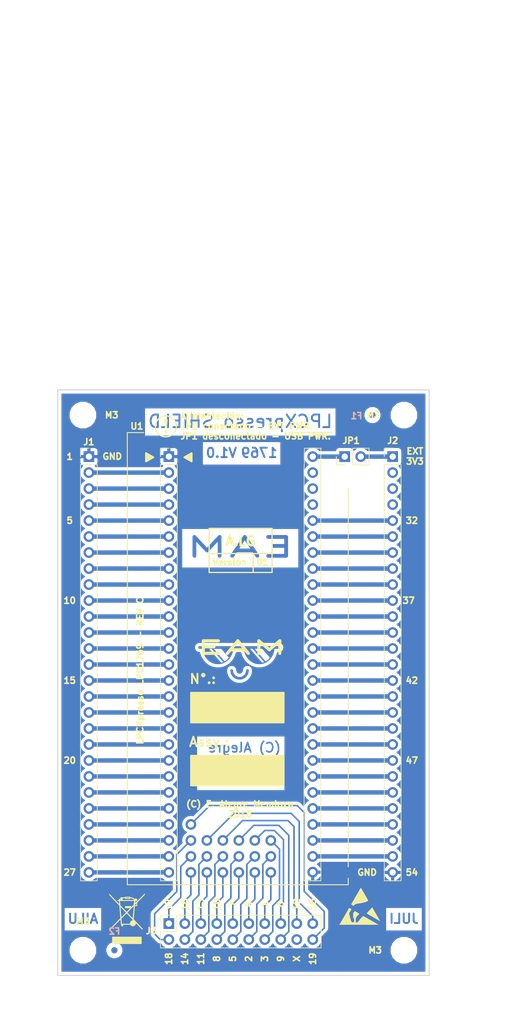
<source format=kicad_pcb>
(kicad_pcb (version 4) (host pcbnew 4.0.7-e2-6376~58~ubuntu16.04.1)

  (general
    (links 72)
    (no_connects 0)
    (area 109.752761 -3.129001 197.85 161.700001)
    (thickness 1.6)
    (drawings 68)
    (tracks 159)
    (zones 0)
    (modules 14)
    (nets 78)
  )

  (page A4)
  (title_block
    (title A.LG)
    (date 2018-10-16)
    (rev 1)
    (company "EAM - Ezequiel Alegre Mendoza")
    (comment 4 "Módulo de conexión para LPCXpresso LPC1769")
  )

  (layers
    (0 F.Cu signal)
    (31 B.Cu signal)
    (32 B.Adhes user)
    (33 F.Adhes user)
    (34 B.Paste user)
    (35 F.Paste user)
    (36 B.SilkS user)
    (37 F.SilkS user)
    (38 B.Mask user)
    (39 F.Mask user)
    (40 Dwgs.User user)
    (41 Cmts.User user)
    (42 Eco1.User user)
    (43 Eco2.User user)
    (44 Edge.Cuts user)
    (45 Margin user)
    (46 B.CrtYd user)
    (47 F.CrtYd user)
    (48 B.Fab user)
    (49 F.Fab user)
  )

  (setup
    (last_trace_width 0.25)
    (user_trace_width 0.4)
    (user_trace_width 0.5)
    (user_trace_width 0.7)
    (trace_clearance 0.2)
    (zone_clearance 0.508)
    (zone_45_only no)
    (trace_min 0.2)
    (segment_width 0.2)
    (edge_width 0.15)
    (via_size 0.6)
    (via_drill 0.4)
    (via_min_size 0.4)
    (via_min_drill 0.3)
    (uvia_size 0.3)
    (uvia_drill 0.1)
    (uvias_allowed no)
    (uvia_min_size 0.2)
    (uvia_min_drill 0.1)
    (pcb_text_width 0.3)
    (pcb_text_size 1.5 1.5)
    (mod_edge_width 0.15)
    (mod_text_size 1 1)
    (mod_text_width 0.15)
    (pad_size 1.7 1.7)
    (pad_drill 1)
    (pad_to_mask_clearance 0.2)
    (aux_axis_origin 128 148)
    (visible_elements 7FFFFFFF)
    (pcbplotparams
      (layerselection 0x010fc_80000001)
      (usegerberextensions false)
      (excludeedgelayer true)
      (linewidth 0.100000)
      (plotframeref false)
      (viasonmask false)
      (mode 1)
      (useauxorigin false)
      (hpglpennumber 1)
      (hpglpenspeed 20)
      (hpglpendiameter 15)
      (hpglpenoverlay 2)
      (psnegative false)
      (psa4output false)
      (plotreference true)
      (plotvalue false)
      (plotinvisibletext false)
      (padsonsilk false)
      (subtractmaskfromsilk false)
      (outputformat 1)
      (mirror false)
      (drillshape 0)
      (scaleselection 1)
      (outputdirectory gerbers/))
  )

  (net 0 "")
  (net 1 GND)
  (net 2 "Net-(J1-Pad2)")
  (net 3 "Net-(J1-Pad4)")
  (net 4 "Net-(J1-Pad5)")
  (net 5 "Net-(J1-Pad6)")
  (net 6 "Net-(J1-Pad7)")
  (net 7 "Net-(J1-Pad8)")
  (net 8 "Net-(J1-Pad9)")
  (net 9 "Net-(J1-Pad10)")
  (net 10 "Net-(J1-Pad11)")
  (net 11 "Net-(J1-Pad12)")
  (net 12 "Net-(J1-Pad13)")
  (net 13 "Net-(J1-Pad14)")
  (net 14 "Net-(J1-Pad15)")
  (net 15 "Net-(J1-Pad16)")
  (net 16 "Net-(J1-Pad17)")
  (net 17 "Net-(J1-Pad18)")
  (net 18 "Net-(J1-Pad19)")
  (net 19 "Net-(J1-Pad20)")
  (net 20 "Net-(J1-Pad21)")
  (net 21 "Net-(J1-Pad22)")
  (net 22 "Net-(J1-Pad23)")
  (net 23 "Net-(J1-Pad24)")
  (net 24 "Net-(J1-Pad25)")
  (net 25 "Net-(J1-Pad26)")
  (net 26 "Net-(J1-Pad27)")
  (net 27 "Net-(J2-Pad1)")
  (net 28 "Net-(J2-Pad2)")
  (net 29 "Net-(J2-Pad3)")
  (net 30 "Net-(J2-Pad4)")
  (net 31 "Net-(J2-Pad5)")
  (net 32 "Net-(J2-Pad6)")
  (net 33 "Net-(J2-Pad7)")
  (net 34 "Net-(J2-Pad8)")
  (net 35 "Net-(J2-Pad9)")
  (net 36 "Net-(J2-Pad10)")
  (net 37 "Net-(J2-Pad11)")
  (net 38 "Net-(J2-Pad12)")
  (net 39 "Net-(J2-Pad13)")
  (net 40 "Net-(J2-Pad14)")
  (net 41 "Net-(J2-Pad15)")
  (net 42 "Net-(J2-Pad16)")
  (net 43 "Net-(J2-Pad17)")
  (net 44 "Net-(J2-Pad18)")
  (net 45 "Net-(J2-Pad19)")
  (net 46 "Net-(J2-Pad20)")
  (net 47 "Net-(J2-Pad21)")
  (net 48 "Net-(J2-Pad22)")
  (net 49 "Net-(J2-Pad23)")
  (net 50 "Net-(J2-Pad24)")
  (net 51 "Net-(J2-Pad25)")
  (net 52 "Net-(J2-Pad26)")
  (net 53 "Net-(JP1-Pad1)")
  (net 54 "Net-(U1-PadJ-29)")
  (net 55 "Net-(U1-PadJ-30)")
  (net 56 "Net-(U1-PadJ-31)")
  (net 57 /P16)
  (net 58 /P19)
  (net 59 /P17)
  (net 60 /P18)
  (net 61 /P14)
  (net 62 /P13)
  (net 63 /P15)
  (net 64 /P10)
  (net 65 /P11)
  (net 66 /P12)
  (net 67 /P7)
  (net 68 /P8)
  (net 69 /P9)
  (net 70 /P5)
  (net 71 /P4)
  (net 72 /P6)
  (net 73 /P2)
  (net 74 /P1)
  (net 75 /P3)
  (net 76 "Net-(J3-Pad18)")
  (net 77 "Net-(J1-Pad3)")

  (net_class Default "This is the default net class."
    (clearance 0.2)
    (trace_width 0.25)
    (via_dia 0.6)
    (via_drill 0.4)
    (uvia_dia 0.3)
    (uvia_drill 0.1)
    (add_net /P1)
    (add_net /P10)
    (add_net /P11)
    (add_net /P12)
    (add_net /P13)
    (add_net /P14)
    (add_net /P15)
    (add_net /P16)
    (add_net /P17)
    (add_net /P18)
    (add_net /P19)
    (add_net /P2)
    (add_net /P3)
    (add_net /P4)
    (add_net /P5)
    (add_net /P6)
    (add_net /P7)
    (add_net /P8)
    (add_net /P9)
    (add_net GND)
    (add_net "Net-(J1-Pad10)")
    (add_net "Net-(J1-Pad11)")
    (add_net "Net-(J1-Pad12)")
    (add_net "Net-(J1-Pad13)")
    (add_net "Net-(J1-Pad14)")
    (add_net "Net-(J1-Pad15)")
    (add_net "Net-(J1-Pad16)")
    (add_net "Net-(J1-Pad17)")
    (add_net "Net-(J1-Pad18)")
    (add_net "Net-(J1-Pad19)")
    (add_net "Net-(J1-Pad2)")
    (add_net "Net-(J1-Pad20)")
    (add_net "Net-(J1-Pad21)")
    (add_net "Net-(J1-Pad22)")
    (add_net "Net-(J1-Pad23)")
    (add_net "Net-(J1-Pad24)")
    (add_net "Net-(J1-Pad25)")
    (add_net "Net-(J1-Pad26)")
    (add_net "Net-(J1-Pad27)")
    (add_net "Net-(J1-Pad3)")
    (add_net "Net-(J1-Pad4)")
    (add_net "Net-(J1-Pad5)")
    (add_net "Net-(J1-Pad6)")
    (add_net "Net-(J1-Pad7)")
    (add_net "Net-(J1-Pad8)")
    (add_net "Net-(J1-Pad9)")
    (add_net "Net-(J2-Pad1)")
    (add_net "Net-(J2-Pad10)")
    (add_net "Net-(J2-Pad11)")
    (add_net "Net-(J2-Pad12)")
    (add_net "Net-(J2-Pad13)")
    (add_net "Net-(J2-Pad14)")
    (add_net "Net-(J2-Pad15)")
    (add_net "Net-(J2-Pad16)")
    (add_net "Net-(J2-Pad17)")
    (add_net "Net-(J2-Pad18)")
    (add_net "Net-(J2-Pad19)")
    (add_net "Net-(J2-Pad2)")
    (add_net "Net-(J2-Pad20)")
    (add_net "Net-(J2-Pad21)")
    (add_net "Net-(J2-Pad22)")
    (add_net "Net-(J2-Pad23)")
    (add_net "Net-(J2-Pad24)")
    (add_net "Net-(J2-Pad25)")
    (add_net "Net-(J2-Pad26)")
    (add_net "Net-(J2-Pad3)")
    (add_net "Net-(J2-Pad4)")
    (add_net "Net-(J2-Pad5)")
    (add_net "Net-(J2-Pad6)")
    (add_net "Net-(J2-Pad7)")
    (add_net "Net-(J2-Pad8)")
    (add_net "Net-(J2-Pad9)")
    (add_net "Net-(J3-Pad18)")
    (add_net "Net-(JP1-Pad1)")
    (add_net "Net-(U1-PadJ-29)")
    (add_net "Net-(U1-PadJ-30)")
    (add_net "Net-(U1-PadJ-31)")
  )

  (module footprints:lpc1769_board_revC (layer F.Cu) (tedit 5BCA2747) (tstamp 5BC5ED42)
    (at 136.652 69.596)
    (descr "Through hole straight socket strip, 1x27, 2.54mm pitch, single row")
    (tags "Through hole socket strip THT 1x27 2.54mm single row")
    (path /5BC5DCA6)
    (fp_text reference U1 (at -5.08 -4.826) (layer F.SilkS)
      (effects (font (size 1 1) (thickness 0.25)))
    )
    (fp_text value LPCXpresso_LPC1769_revB (at -3.048 32.512 90) (layer F.Fab)
      (effects (font (size 1 1) (thickness 0.15)))
    )
    (fp_line (start -6.5786 -3.81) (end -4.0132 -3.81) (layer F.SilkS) (width 0.15))
    (fp_circle (center 20.32 -5.08) (end 20.32 -5.58) (layer Dwgs.User) (width 0.12))
    (fp_line (start -6.6 68) (end 28.5 68) (layer F.SilkS) (width 0.15))
    (fp_line (start -6.6 -3.81) (end -6.6 68) (layer F.SilkS) (width 0.15))
    (fp_line (start 21.55 -1.27) (end 21.55 67.31) (layer F.Fab) (width 0.1))
    (fp_line (start 21.55 67.31) (end 24.09 67.31) (layer F.Fab) (width 0.1))
    (fp_line (start 24.09 67.31) (end 24.09 -1.27) (layer F.Fab) (width 0.1))
    (fp_line (start 24.13 -1.27) (end 21.59 -1.27) (layer F.Fab) (width 0.1))
    (fp_line (start 21.49 1.27) (end 21.49 67.37) (layer F.SilkS) (width 0.12))
    (fp_line (start 21.49 67.37) (end 24.15 67.37) (layer F.SilkS) (width 0.12))
    (fp_line (start 24.15 67.37) (end 24.15 -1.33) (layer F.SilkS) (width 0.12))
    (fp_line (start 24.19 -1.33) (end 21.53 -1.33) (layer F.SilkS) (width 0.12))
    (fp_line (start 21.53 1.29) (end 21.53 -1.33) (layer F.SilkS) (width 0.12))
    (fp_line (start 21.02 -1.8) (end 21.02 67.85) (layer F.CrtYd) (width 0.05))
    (fp_line (start 21.02 67.85) (end 24.62 67.85) (layer F.CrtYd) (width 0.05))
    (fp_line (start 24.62 67.85) (end 24.62 -1.8) (layer F.CrtYd) (width 0.05))
    (fp_line (start 24.66 -1.8) (end 21.06 -1.8) (layer F.CrtYd) (width 0.05))
    (fp_text user %R (at -5.08 -4.826) (layer F.Fab)
      (effects (font (size 1 1) (thickness 0.15)))
    )
    (fp_line (start 1.33 1.27) (end -1.33 1.27) (layer F.SilkS) (width 0.12))
    (fp_line (start -1.33 1.27) (end -1.33 67.37) (layer F.SilkS) (width 0.12))
    (fp_line (start -1.33 67.37) (end 1.33 67.37) (layer F.SilkS) (width 0.12))
    (fp_line (start 1.33 67.37) (end 1.33 1.27) (layer F.SilkS) (width 0.12))
    (fp_line (start -1.33 -1.33) (end 0 -1.33) (layer F.SilkS) (width 0.12))
    (fp_line (start -1.33 0) (end -1.33 -1.33) (layer F.SilkS) (width 0.12))
    (fp_line (start 1.8 67.85) (end 1.8 -1.8) (layer F.CrtYd) (width 0.05))
    (fp_line (start -1.8 -1.8) (end -1.8 67.85) (layer F.CrtYd) (width 0.05))
    (fp_line (start -1.8 67.85) (end 1.8 67.85) (layer F.CrtYd) (width 0.05))
    (fp_line (start 1.8 -1.8) (end -1.8 -1.8) (layer F.CrtYd) (width 0.05))
    (fp_text user %R (at -5.08 -4.826) (layer F.Fab)
      (effects (font (size 1 1) (thickness 0.15)))
    )
    (fp_line (start -1.27 -1.27) (end -1.27 67.31) (layer F.Fab) (width 0.1))
    (fp_line (start -1.27 67.31) (end 1.27 67.31) (layer F.Fab) (width 0.1))
    (fp_line (start 1.27 67.31) (end 1.27 -1.27) (layer F.Fab) (width 0.1))
    (fp_line (start 1.27 -1.27) (end -1.27 -1.27) (layer F.Fab) (width 0.1))
    (fp_circle (center 17.78 -5.08) (end 17.78 -5.58) (layer Dwgs.User) (width 0.12))
    (fp_circle (center 15.24 -5.08) (end 15.24 -5.58) (layer Dwgs.User) (width 0.12))
    (fp_circle (center 12.7 -5.08) (end 12.7 -5.58) (layer Dwgs.User) (width 0.12))
    (fp_circle (center 10.16 -5.08) (end 10.16 -5.58) (layer Dwgs.User) (width 0.12))
    (fp_circle (center 7.62 -5.08) (end 7.62 -5.58) (layer Dwgs.User) (width 0.12))
    (fp_circle (center 5.08 -5.08) (end 5.08 -5.58) (layer Dwgs.User) (width 0.12))
    (fp_circle (center 2.54 -5.08) (end 2.54 -5.58) (layer Dwgs.User) (width 0.12))
    (fp_circle (center 2.54 -2.54) (end 2.54 -3.04) (layer Dwgs.User) (width 0.12))
    (fp_circle (center 5.08 -2.54) (end 5.08 -3.04) (layer Dwgs.User) (width 0.12))
    (fp_circle (center 7.62 -2.54) (end 7.62 -3.04) (layer Dwgs.User) (width 0.12))
    (fp_circle (center 10.16 -2.54) (end 10.16 -3.04) (layer Dwgs.User) (width 0.12))
    (fp_circle (center 12.7 -2.54) (end 12.7 -3.04) (layer Dwgs.User) (width 0.12))
    (fp_circle (center 15.24 -2.54) (end 15.24 -3.04) (layer Dwgs.User) (width 0.12))
    (fp_circle (center 17.78 -2.54) (end 17.78 -3.04) (layer Dwgs.User) (width 0.12))
    (fp_circle (center 20.32 -2.54) (end 20.32 -3.04) (layer Dwgs.User) (width 0.12))
    (fp_line (start -7.1 -72.5) (end -7.1 68.5) (layer F.CrtYd) (width 0.05))
    (fp_line (start 29 -72.5) (end 29 68.5) (layer F.CrtYd) (width 0.05))
    (fp_line (start -7.1 68.5) (end 29 68.5) (layer F.CrtYd) (width 0.05))
    (fp_line (start -7.1 -72.5) (end 29 -72.5) (layer F.CrtYd) (width 0.05))
    (fp_line (start 19.36 -3.81) (end 26 -3.81) (layer F.SilkS) (width 0.15))
    (fp_line (start 28.5 66.9586) (end 28.5 68) (layer F.SilkS) (width 0.15))
    (fp_line (start 28.5 5.08) (end 28.5 65.1637) (layer F.SilkS) (width 0.15))
    (pad J-28 thru_hole circle (at 22.86 0) (size 1.7 1.7) (drill 1) (layers *.Cu *.Mask)
      (net 53 "Net-(JP1-Pad1)"))
    (pad J-29 thru_hole oval (at 22.86 2.54) (size 1.7 1.7) (drill 1) (layers *.Cu *.Mask)
      (net 54 "Net-(U1-PadJ-29)"))
    (pad J-30 thru_hole oval (at 22.86 5.08) (size 1.7 1.7) (drill 1) (layers *.Cu *.Mask)
      (net 55 "Net-(U1-PadJ-30)"))
    (pad J-31 thru_hole oval (at 22.86 7.62) (size 1.7 1.7) (drill 1) (layers *.Cu *.Mask)
      (net 56 "Net-(U1-PadJ-31)"))
    (pad J-32 thru_hole oval (at 22.86 10.16) (size 1.7 1.7) (drill 1) (layers *.Cu *.Mask)
      (net 31 "Net-(J2-Pad5)"))
    (pad J-33 thru_hole oval (at 22.86 12.7) (size 1.7 1.7) (drill 1) (layers *.Cu *.Mask)
      (net 32 "Net-(J2-Pad6)"))
    (pad J-34 thru_hole oval (at 22.86 15.24) (size 1.7 1.7) (drill 1) (layers *.Cu *.Mask)
      (net 33 "Net-(J2-Pad7)"))
    (pad J-35 thru_hole oval (at 22.86 17.78) (size 1.7 1.7) (drill 1) (layers *.Cu *.Mask)
      (net 34 "Net-(J2-Pad8)"))
    (pad J-36 thru_hole oval (at 22.86 20.32) (size 1.7 1.7) (drill 1) (layers *.Cu *.Mask)
      (net 35 "Net-(J2-Pad9)"))
    (pad J-37 thru_hole oval (at 22.86 22.86) (size 1.7 1.7) (drill 1) (layers *.Cu *.Mask)
      (net 36 "Net-(J2-Pad10)"))
    (pad J-38 thru_hole oval (at 22.86 25.4) (size 1.7 1.7) (drill 1) (layers *.Cu *.Mask)
      (net 37 "Net-(J2-Pad11)"))
    (pad J-39 thru_hole oval (at 22.86 27.94) (size 1.7 1.7) (drill 1) (layers *.Cu *.Mask)
      (net 38 "Net-(J2-Pad12)"))
    (pad J-40 thru_hole oval (at 22.86 30.48) (size 1.7 1.7) (drill 1) (layers *.Cu *.Mask)
      (net 39 "Net-(J2-Pad13)"))
    (pad J-41 thru_hole oval (at 22.86 33.02) (size 1.7 1.7) (drill 1) (layers *.Cu *.Mask)
      (net 40 "Net-(J2-Pad14)"))
    (pad J-42 thru_hole oval (at 22.86 35.56) (size 1.7 1.7) (drill 1) (layers *.Cu *.Mask)
      (net 41 "Net-(J2-Pad15)"))
    (pad J-43 thru_hole oval (at 22.86 38.1) (size 1.7 1.7) (drill 1) (layers *.Cu *.Mask)
      (net 42 "Net-(J2-Pad16)"))
    (pad J-44 thru_hole oval (at 22.86 40.64) (size 1.7 1.7) (drill 1) (layers *.Cu *.Mask)
      (net 43 "Net-(J2-Pad17)"))
    (pad J-45 thru_hole oval (at 22.86 43.18) (size 1.7 1.7) (drill 1) (layers *.Cu *.Mask)
      (net 44 "Net-(J2-Pad18)"))
    (pad J-46 thru_hole oval (at 22.86 45.72) (size 1.7 1.7) (drill 1) (layers *.Cu *.Mask)
      (net 45 "Net-(J2-Pad19)"))
    (pad J-47 thru_hole oval (at 22.86 48.26) (size 1.7 1.7) (drill 1) (layers *.Cu *.Mask)
      (net 46 "Net-(J2-Pad20)"))
    (pad J-48 thru_hole oval (at 22.86 50.8) (size 1.7 1.7) (drill 1) (layers *.Cu *.Mask)
      (net 47 "Net-(J2-Pad21)"))
    (pad J-49 thru_hole oval (at 22.86 53.34) (size 1.7 1.7) (drill 1) (layers *.Cu *.Mask)
      (net 48 "Net-(J2-Pad22)"))
    (pad J-50 thru_hole oval (at 22.86 55.88) (size 1.7 1.7) (drill 1) (layers *.Cu *.Mask)
      (net 49 "Net-(J2-Pad23)"))
    (pad J-51 thru_hole oval (at 22.86 58.42) (size 1.7 1.7) (drill 1) (layers *.Cu *.Mask)
      (net 50 "Net-(J2-Pad24)"))
    (pad J-52 thru_hole oval (at 22.86 60.96) (size 1.7 1.7) (drill 1) (layers *.Cu *.Mask)
      (net 51 "Net-(J2-Pad25)"))
    (pad J-53 thru_hole oval (at 22.86 63.5) (size 1.7 1.7) (drill 1) (layers *.Cu *.Mask)
      (net 52 "Net-(J2-Pad26)"))
    (pad J-54 thru_hole oval (at 22.86 66) (size 1.7 1.7) (drill 1) (layers *.Cu *.Mask)
      (net 1 GND))
    (pad J-26 thru_hole oval (at 0 63.5) (size 1.7 1.7) (drill 1) (layers *.Cu *.Mask)
      (net 25 "Net-(J1-Pad26)"))
    (pad J-25 thru_hole oval (at 0 60.96) (size 1.7 1.7) (drill 1) (layers *.Cu *.Mask)
      (net 24 "Net-(J1-Pad25)"))
    (pad J-22 thru_hole oval (at 0 53.34) (size 1.7 1.7) (drill 1) (layers *.Cu *.Mask)
      (net 21 "Net-(J1-Pad22)"))
    (pad J-23 thru_hole oval (at 0 55.88) (size 1.7 1.7) (drill 1) (layers *.Cu *.Mask)
      (net 22 "Net-(J1-Pad23)"))
    (pad J-24 thru_hole oval (at 0 58.42) (size 1.7 1.7) (drill 1) (layers *.Cu *.Mask)
      (net 23 "Net-(J1-Pad24)"))
    (pad J-27 thru_hole oval (at 0 66.04) (size 1.7 1.7) (drill 1) (layers *.Cu *.Mask)
      (net 26 "Net-(J1-Pad27)"))
    (pad J-4 thru_hole oval (at 0 7.62) (size 1.7 1.7) (drill 1) (layers *.Cu *.Mask)
      (net 3 "Net-(J1-Pad4)"))
    (pad J-5 thru_hole oval (at 0 10.16) (size 1.7 1.7) (drill 1) (layers *.Cu *.Mask)
      (net 4 "Net-(J1-Pad5)"))
    (pad J-6 thru_hole oval (at 0 12.7) (size 1.7 1.7) (drill 1) (layers *.Cu *.Mask)
      (net 5 "Net-(J1-Pad6)"))
    (pad J-7 thru_hole oval (at 0 15.24) (size 1.7 1.7) (drill 1) (layers *.Cu *.Mask)
      (net 6 "Net-(J1-Pad7)"))
    (pad J-3 thru_hole oval (at 0 5.08) (size 1.7 1.7) (drill 1) (layers *.Cu *.Mask)
      (net 77 "Net-(J1-Pad3)"))
    (pad J-1 thru_hole rect (at 0 0) (size 1.7 1.7) (drill 1) (layers *.Cu *.Mask)
      (net 1 GND))
    (pad J-2 thru_hole oval (at 0 2.54) (size 1.7 1.7) (drill 1) (layers *.Cu *.Mask)
      (net 2 "Net-(J1-Pad2)"))
    (pad J-8 thru_hole oval (at 0 17.78) (size 1.7 1.7) (drill 1) (layers *.Cu *.Mask)
      (net 7 "Net-(J1-Pad8)"))
    (pad J-9 thru_hole oval (at 0 20.32) (size 1.7 1.7) (drill 1) (layers *.Cu *.Mask)
      (net 8 "Net-(J1-Pad9)"))
    (pad J-10 thru_hole oval (at 0 22.86) (size 1.7 1.7) (drill 1) (layers *.Cu *.Mask)
      (net 9 "Net-(J1-Pad10)"))
    (pad J-11 thru_hole oval (at 0 25.4) (size 1.7 1.7) (drill 1) (layers *.Cu *.Mask)
      (net 10 "Net-(J1-Pad11)"))
    (pad J-12 thru_hole oval (at 0 27.94) (size 1.7 1.7) (drill 1) (layers *.Cu *.Mask)
      (net 11 "Net-(J1-Pad12)"))
    (pad J-13 thru_hole oval (at 0 30.48) (size 1.7 1.7) (drill 1) (layers *.Cu *.Mask)
      (net 12 "Net-(J1-Pad13)"))
    (pad J-14 thru_hole oval (at 0 33.02) (size 1.7 1.7) (drill 1) (layers *.Cu *.Mask)
      (net 13 "Net-(J1-Pad14)"))
    (pad J-15 thru_hole oval (at 0 35.56) (size 1.7 1.7) (drill 1) (layers *.Cu *.Mask)
      (net 14 "Net-(J1-Pad15)"))
    (pad J-16 thru_hole oval (at 0 38.1) (size 1.7 1.7) (drill 1) (layers *.Cu *.Mask)
      (net 15 "Net-(J1-Pad16)"))
    (pad J-17 thru_hole oval (at 0 40.64) (size 1.7 1.7) (drill 1) (layers *.Cu *.Mask)
      (net 16 "Net-(J1-Pad17)"))
    (pad J-18 thru_hole oval (at 0 43.18) (size 1.7 1.7) (drill 1) (layers *.Cu *.Mask)
      (net 17 "Net-(J1-Pad18)"))
    (pad J-19 thru_hole oval (at 0 45.72) (size 1.7 1.7) (drill 1) (layers *.Cu *.Mask)
      (net 18 "Net-(J1-Pad19)"))
    (pad J-20 thru_hole oval (at 0 48.26) (size 1.7 1.7) (drill 1) (layers *.Cu *.Mask)
      (net 19 "Net-(J1-Pad20)"))
    (pad J-21 thru_hole oval (at 0 50.8) (size 1.7 1.7) (drill 1) (layers *.Cu *.Mask)
      (net 20 "Net-(J1-Pad21)"))
    (pad PD16 thru_hole oval (at 3.5 66.04) (size 1.7 1.7) (drill 1) (layers *.Cu *.Mask)
      (net 57 /P16))
    (pad PD19 thru_hole oval (at 3.5 58.42) (size 1.7 1.7) (drill 1) (layers *.Cu *.Mask)
      (net 58 /P19))
    (pad PD17 thru_hole oval (at 3.5 63.5) (size 1.7 1.7) (drill 1) (layers *.Cu *.Mask)
      (net 59 /P17))
    (pad PD18 thru_hole oval (at 3.5 60.96) (size 1.7 1.7) (drill 1) (layers *.Cu *.Mask)
      (net 60 /P18))
    (pad PD14 thru_hole oval (at 6.04 63.5) (size 1.7 1.7) (drill 1) (layers *.Cu *.Mask)
      (net 61 /P14))
    (pad PD13 thru_hole oval (at 6.04 66.04) (size 1.7 1.7) (drill 1) (layers *.Cu *.Mask)
      (net 62 /P13))
    (pad PD15 thru_hole oval (at 6.04 60.96) (size 1.7 1.7) (drill 1) (layers *.Cu *.Mask)
      (net 63 /P15))
    (pad PD10 thru_hole oval (at 8.58 66.04) (size 1.7 1.7) (drill 1) (layers *.Cu *.Mask)
      (net 64 /P10))
    (pad PD11 thru_hole oval (at 8.58 63.5) (size 1.7 1.7) (drill 1) (layers *.Cu *.Mask)
      (net 65 /P11))
    (pad PD12 thru_hole oval (at 8.58 60.96) (size 1.7 1.7) (drill 1) (layers *.Cu *.Mask)
      (net 66 /P12))
    (pad PD7 thru_hole oval (at 11.12 66.04) (size 1.7 1.7) (drill 1) (layers *.Cu *.Mask)
      (net 67 /P7))
    (pad PD8 thru_hole oval (at 11.12 63.5) (size 1.7 1.7) (drill 1) (layers *.Cu *.Mask)
      (net 68 /P8))
    (pad PD9 thru_hole oval (at 11.12 60.96) (size 1.7 1.7) (drill 1) (layers *.Cu *.Mask)
      (net 69 /P9))
    (pad PD5 thru_hole oval (at 13.66 63.5) (size 1.7 1.7) (drill 1) (layers *.Cu *.Mask)
      (net 70 /P5))
    (pad PD4 thru_hole oval (at 13.66 66.04) (size 1.7 1.7) (drill 1) (layers *.Cu *.Mask)
      (net 71 /P4))
    (pad PD6 thru_hole oval (at 13.66 60.96) (size 1.7 1.7) (drill 1) (layers *.Cu *.Mask)
      (net 72 /P6))
    (pad PD2 thru_hole oval (at 16.2 63.5) (size 1.7 1.7) (drill 1) (layers *.Cu *.Mask)
      (net 73 /P2))
    (pad PD1 thru_hole oval (at 16.2 66.04) (size 1.7 1.7) (drill 1) (layers *.Cu *.Mask)
      (net 74 /P1))
    (pad PD3 thru_hole oval (at 16.2 60.96) (size 1.7 1.7) (drill 1) (layers *.Cu *.Mask)
      (net 75 /P3))
    (model ${KISYS3DMOD}/Socket_Strips.3dshapes/Socket_Strip_Straight_1x27_Pitch2.54mm.wrl
      (at (xyz 0 -1.3 0))
      (scale (xyz 1 1 1))
      (rotate (xyz 0 0 270))
    )
  )

  (module Socket_Strips:Socket_Strip_Straight_2x10_Pitch2.54mm (layer F.Cu) (tedit 5BCA2768) (tstamp 5BC616C7)
    (at 136.652 143.764 90)
    (descr "Through hole straight socket strip, 2x10, 2.54mm pitch, double rows")
    (tags "Through hole socket strip THT 2x10 2.54mm double row")
    (path /5BC623FA)
    (fp_text reference J3 (at -1.1684 -2.794 180) (layer F.SilkS)
      (effects (font (size 1 1) (thickness 0.25)))
    )
    (fp_text value Conn_02x10_Odd_Even (at -7.112 11.176 180) (layer F.Fab)
      (effects (font (size 1 1) (thickness 0.15)))
    )
    (fp_line (start -3.81 -1.27) (end -3.81 24.13) (layer F.Fab) (width 0.1))
    (fp_line (start -3.81 24.13) (end 1.27 24.13) (layer F.Fab) (width 0.1))
    (fp_line (start 1.27 24.13) (end 1.27 -1.27) (layer F.Fab) (width 0.1))
    (fp_line (start 1.27 -1.27) (end -3.81 -1.27) (layer F.Fab) (width 0.1))
    (fp_line (start 1.33 1.27) (end 1.33 24.19) (layer F.SilkS) (width 0.12))
    (fp_line (start 1.33 24.19) (end -3.87 24.19) (layer F.SilkS) (width 0.12))
    (fp_line (start -3.87 24.19) (end -3.87 -1.33) (layer F.SilkS) (width 0.12))
    (fp_line (start -3.87 -1.33) (end -1.27 -1.33) (layer F.SilkS) (width 0.12))
    (fp_line (start -1.27 -1.33) (end -1.27 1.27) (layer F.SilkS) (width 0.12))
    (fp_line (start -1.27 1.27) (end 1.33 1.27) (layer F.SilkS) (width 0.12))
    (fp_line (start 1.33 0) (end 1.33 -1.33) (layer F.SilkS) (width 0.12))
    (fp_line (start 1.33 -1.33) (end 0.06 -1.33) (layer F.SilkS) (width 0.12))
    (fp_line (start -4.35 -1.8) (end -4.35 24.65) (layer F.CrtYd) (width 0.05))
    (fp_line (start -4.35 24.65) (end 1.8 24.65) (layer F.CrtYd) (width 0.05))
    (fp_line (start 1.8 24.65) (end 1.8 -1.8) (layer F.CrtYd) (width 0.05))
    (fp_line (start 1.8 -1.8) (end -4.35 -1.8) (layer F.CrtYd) (width 0.05))
    (fp_text user %R (at -1.1684 -2.794 180) (layer F.Fab)
      (effects (font (size 1 1) (thickness 0.15)))
    )
    (pad 1 thru_hole rect (at 0 0 90) (size 1.7 1.7) (drill 1) (layers *.Cu *.Mask)
      (net 59 /P17))
    (pad 2 thru_hole oval (at -2.54 0 90) (size 1.7 1.7) (drill 1) (layers *.Cu *.Mask)
      (net 60 /P18))
    (pad 3 thru_hole oval (at 0 2.54 90) (size 1.7 1.7) (drill 1) (layers *.Cu *.Mask)
      (net 57 /P16))
    (pad 4 thru_hole oval (at -2.54 2.54 90) (size 1.7 1.7) (drill 1) (layers *.Cu *.Mask)
      (net 61 /P14))
    (pad 5 thru_hole oval (at 0 5.08 90) (size 1.7 1.7) (drill 1) (layers *.Cu *.Mask)
      (net 62 /P13))
    (pad 6 thru_hole oval (at -2.54 5.08 90) (size 1.7 1.7) (drill 1) (layers *.Cu *.Mask)
      (net 65 /P11))
    (pad 7 thru_hole oval (at 0 7.62 90) (size 1.7 1.7) (drill 1) (layers *.Cu *.Mask)
      (net 64 /P10))
    (pad 8 thru_hole oval (at -2.54 7.62 90) (size 1.7 1.7) (drill 1) (layers *.Cu *.Mask)
      (net 68 /P8))
    (pad 9 thru_hole oval (at 0 10.16 90) (size 1.7 1.7) (drill 1) (layers *.Cu *.Mask)
      (net 67 /P7))
    (pad 10 thru_hole oval (at -2.54 10.16 90) (size 1.7 1.7) (drill 1) (layers *.Cu *.Mask)
      (net 70 /P5))
    (pad 11 thru_hole oval (at 0 12.7 90) (size 1.7 1.7) (drill 1) (layers *.Cu *.Mask)
      (net 71 /P4))
    (pad 12 thru_hole oval (at -2.54 12.7 90) (size 1.7 1.7) (drill 1) (layers *.Cu *.Mask)
      (net 73 /P2))
    (pad 13 thru_hole oval (at 0 15.24 90) (size 1.7 1.7) (drill 1) (layers *.Cu *.Mask)
      (net 74 /P1))
    (pad 14 thru_hole oval (at -2.54 15.24 90) (size 1.7 1.7) (drill 1) (layers *.Cu *.Mask)
      (net 75 /P3))
    (pad 15 thru_hole oval (at 0 17.78 90) (size 1.7 1.7) (drill 1) (layers *.Cu *.Mask)
      (net 72 /P6))
    (pad 16 thru_hole oval (at -2.54 17.78 90) (size 1.7 1.7) (drill 1) (layers *.Cu *.Mask)
      (net 69 /P9))
    (pad 17 thru_hole oval (at 0 20.32 90) (size 1.7 1.7) (drill 1) (layers *.Cu *.Mask)
      (net 66 /P12))
    (pad 18 thru_hole oval (at -2.54 20.32 90) (size 1.7 1.7) (drill 1) (layers *.Cu *.Mask)
      (net 76 "Net-(J3-Pad18)"))
    (pad 19 thru_hole oval (at 0 22.86 90) (size 1.7 1.7) (drill 1) (layers *.Cu *.Mask)
      (net 63 /P15))
    (pad 20 thru_hole oval (at -2.54 22.86 90) (size 1.7 1.7) (drill 1) (layers *.Cu *.Mask)
      (net 58 /P19))
    (model ${KISYS3DMOD}/Socket_Strips.3dshapes/Socket_Strip_Straight_2x10_Pitch2.54mm.wrl
      (at (xyz -0.05 -0.45 0))
      (scale (xyz 1 1 1))
      (rotate (xyz 0 0 270))
    )
  )

  (module Mounting_Holes:MountingHole_3.2mm_M3 (layer F.Cu) (tedit 5BC60658) (tstamp 5BC6176E)
    (at 174 148 180)
    (descr "Mounting Hole 3.2mm, no annular, M3")
    (tags "mounting hole 3.2mm no annular m3")
    (attr virtual)
    (fp_text reference M3 (at 4.572 0 180) (layer F.SilkS)
      (effects (font (size 1 1) (thickness 0.25)))
    )
    (fp_text value MountingHole_3.2mm_M3 (at 0 4.2 180) (layer F.Fab)
      (effects (font (size 1 1) (thickness 0.15)))
    )
    (fp_text user %R (at 0.3 0 180) (layer F.Fab)
      (effects (font (size 1 1) (thickness 0.15)))
    )
    (fp_circle (center 0 0) (end 3.2 0) (layer Cmts.User) (width 0.15))
    (fp_circle (center 0 0) (end 3.45 0) (layer F.CrtYd) (width 0.05))
    (pad 1 np_thru_hole circle (at 0 0 180) (size 3.2 3.2) (drill 3.2) (layers *.Cu *.Mask))
  )

  (module Mounting_Holes:MountingHole_3.2mm_M3 (layer F.Cu) (tedit 5BCA0C52) (tstamp 5BC6176A)
    (at 123 148 180)
    (descr "Mounting Hole 3.2mm, no annular, M3")
    (tags "mounting hole 3.2mm no annular m3")
    (attr virtual)
    (fp_text reference M3 (at 0 4.572 180) (layer F.SilkS)
      (effects (font (size 1 1) (thickness 0.25)))
    )
    (fp_text value MountingHole_3.2mm_M3 (at 0.064 -4.908 180) (layer F.Fab)
      (effects (font (size 1 1) (thickness 0.15)))
    )
    (fp_text user %R (at 0.3 0 180) (layer F.Fab)
      (effects (font (size 1 1) (thickness 0.15)))
    )
    (fp_circle (center 0 0) (end 3.2 0) (layer Cmts.User) (width 0.15))
    (fp_circle (center 0 0) (end 3.45 0) (layer F.CrtYd) (width 0.05))
    (pad 1 np_thru_hole circle (at 0 0 180) (size 3.2 3.2) (drill 3.2) (layers *.Cu *.Mask))
  )

  (module Mounting_Holes:MountingHole_3.2mm_M3 (layer F.Cu) (tedit 5BC6066B) (tstamp 5BC61766)
    (at 123 63)
    (descr "Mounting Hole 3.2mm, no annular, M3")
    (tags "mounting hole 3.2mm no annular m3")
    (attr virtual)
    (fp_text reference M3 (at 4.572 0) (layer F.SilkS)
      (effects (font (size 1 1) (thickness 0.25)))
    )
    (fp_text value MountingHole_3.2mm_M3 (at 0 4.2) (layer F.Fab)
      (effects (font (size 1 1) (thickness 0.15)))
    )
    (fp_text user %R (at 0.3 0) (layer F.Fab)
      (effects (font (size 1 1) (thickness 0.15)))
    )
    (fp_circle (center 0 0) (end 3.2 0) (layer Cmts.User) (width 0.15))
    (fp_circle (center 0 0) (end 3.45 0) (layer F.CrtYd) (width 0.05))
    (pad 1 np_thru_hole circle (at 0 0) (size 3.2 3.2) (drill 3.2) (layers *.Cu *.Mask))
  )

  (module Fiducials:Fiducial_1mm_Dia_2.54mm_Outer_CopperBottom (layer F.Cu) (tedit 5BCA0C47) (tstamp 5BC6175C)
    (at 128 148)
    (descr "Circular Fiducial, 1mm bare copper bottom; 2.54mm keepout")
    (tags marker)
    (attr virtual)
    (fp_text reference F2 (at 0 -3) (layer B.SilkS)
      (effects (font (size 1 1) (thickness 0.25)) (justify mirror))
    )
    (fp_text value Fiducial_1mm_Dia_2.54mm_Outer_CopperBottom (at 0.048 6.432) (layer F.Fab)
      (effects (font (size 1 1) (thickness 0.15)))
    )
    (fp_circle (center 0 0) (end 1.55 0) (layer B.CrtYd) (width 0.05))
    (pad ~ smd circle (at 0 0) (size 1 1) (layers B.Cu B.Mask)
      (solder_mask_margin 0.77) (clearance 0.77))
  )

  (module Socket_Strips:Socket_Strip_Straight_1x27_Pitch2.54mm (layer F.Cu) (tedit 5BCA242B) (tstamp 5BC5ECD0)
    (at 123.952 69.596)
    (descr "Through hole straight socket strip, 1x27, 2.54mm pitch, single row")
    (tags "Through hole socket strip THT 1x27 2.54mm single row")
    (path /5BC5DEF5)
    (fp_text reference J1 (at 0 -2.33) (layer F.SilkS)
      (effects (font (size 1 1) (thickness 0.25)))
    )
    (fp_text value Conn_01x27 (at 0 68.37) (layer F.Fab)
      (effects (font (size 1 1) (thickness 0.15)))
    )
    (fp_line (start -1.27 -1.27) (end -1.27 67.31) (layer F.Fab) (width 0.1))
    (fp_line (start -1.27 67.31) (end 1.27 67.31) (layer F.Fab) (width 0.1))
    (fp_line (start 1.27 67.31) (end 1.27 -1.27) (layer F.Fab) (width 0.1))
    (fp_line (start 1.27 -1.27) (end -1.27 -1.27) (layer F.Fab) (width 0.1))
    (fp_line (start -1.33 1.27) (end -1.33 67.37) (layer F.SilkS) (width 0.12))
    (fp_line (start -1.33 67.37) (end 1.33 67.37) (layer F.SilkS) (width 0.12))
    (fp_line (start 1.33 67.37) (end 1.33 1.27) (layer F.SilkS) (width 0.12))
    (fp_line (start 1.33 1.27) (end -1.33 1.27) (layer F.SilkS) (width 0.12))
    (fp_line (start -1.33 0) (end -1.33 -1.33) (layer F.SilkS) (width 0.12))
    (fp_line (start -1.33 -1.33) (end 0 -1.33) (layer F.SilkS) (width 0.12))
    (fp_line (start -1.8 -1.8) (end -1.8 67.85) (layer F.CrtYd) (width 0.05))
    (fp_line (start -1.8 67.85) (end 1.8 67.85) (layer F.CrtYd) (width 0.05))
    (fp_line (start 1.8 67.85) (end 1.8 -1.8) (layer F.CrtYd) (width 0.05))
    (fp_line (start 1.8 -1.8) (end -1.8 -1.8) (layer F.CrtYd) (width 0.05))
    (fp_text user %R (at 0 -2.33) (layer F.Fab)
      (effects (font (size 1 1) (thickness 0.15)))
    )
    (pad 1 thru_hole rect (at 0 0) (size 1.7 1.7) (drill 1) (layers *.Cu *.Mask)
      (net 1 GND))
    (pad 2 thru_hole oval (at 0 2.54) (size 1.7 1.7) (drill 1) (layers *.Cu *.Mask)
      (net 2 "Net-(J1-Pad2)"))
    (pad 3 thru_hole oval (at 0 5.08) (size 1.7 1.7) (drill 1) (layers *.Cu *.Mask)
      (net 77 "Net-(J1-Pad3)"))
    (pad 4 thru_hole oval (at 0 7.62) (size 1.7 1.7) (drill 1) (layers *.Cu *.Mask)
      (net 3 "Net-(J1-Pad4)"))
    (pad 5 thru_hole oval (at 0 10.16) (size 1.7 1.7) (drill 1) (layers *.Cu *.Mask)
      (net 4 "Net-(J1-Pad5)"))
    (pad 6 thru_hole oval (at 0 12.7) (size 1.7 1.7) (drill 1) (layers *.Cu *.Mask)
      (net 5 "Net-(J1-Pad6)"))
    (pad 7 thru_hole oval (at 0 15.24) (size 1.7 1.7) (drill 1) (layers *.Cu *.Mask)
      (net 6 "Net-(J1-Pad7)"))
    (pad 8 thru_hole oval (at 0 17.78) (size 1.7 1.7) (drill 1) (layers *.Cu *.Mask)
      (net 7 "Net-(J1-Pad8)"))
    (pad 9 thru_hole oval (at 0 20.32) (size 1.7 1.7) (drill 1) (layers *.Cu *.Mask)
      (net 8 "Net-(J1-Pad9)"))
    (pad 10 thru_hole oval (at 0 22.86) (size 1.7 1.7) (drill 1) (layers *.Cu *.Mask)
      (net 9 "Net-(J1-Pad10)"))
    (pad 11 thru_hole oval (at 0 25.4) (size 1.7 1.7) (drill 1) (layers *.Cu *.Mask)
      (net 10 "Net-(J1-Pad11)"))
    (pad 12 thru_hole oval (at 0 27.94) (size 1.7 1.7) (drill 1) (layers *.Cu *.Mask)
      (net 11 "Net-(J1-Pad12)"))
    (pad 13 thru_hole oval (at 0 30.48) (size 1.7 1.7) (drill 1) (layers *.Cu *.Mask)
      (net 12 "Net-(J1-Pad13)"))
    (pad 14 thru_hole oval (at 0 33.02) (size 1.7 1.7) (drill 1) (layers *.Cu *.Mask)
      (net 13 "Net-(J1-Pad14)"))
    (pad 15 thru_hole oval (at 0 35.56) (size 1.7 1.7) (drill 1) (layers *.Cu *.Mask)
      (net 14 "Net-(J1-Pad15)"))
    (pad 16 thru_hole oval (at 0 38.1) (size 1.7 1.7) (drill 1) (layers *.Cu *.Mask)
      (net 15 "Net-(J1-Pad16)"))
    (pad 17 thru_hole oval (at 0 40.64) (size 1.7 1.7) (drill 1) (layers *.Cu *.Mask)
      (net 16 "Net-(J1-Pad17)"))
    (pad 18 thru_hole oval (at 0 43.18) (size 1.7 1.7) (drill 1) (layers *.Cu *.Mask)
      (net 17 "Net-(J1-Pad18)"))
    (pad 19 thru_hole oval (at 0 45.72) (size 1.7 1.7) (drill 1) (layers *.Cu *.Mask)
      (net 18 "Net-(J1-Pad19)"))
    (pad 20 thru_hole oval (at 0 48.26) (size 1.7 1.7) (drill 1) (layers *.Cu *.Mask)
      (net 19 "Net-(J1-Pad20)"))
    (pad 21 thru_hole oval (at 0 50.8) (size 1.7 1.7) (drill 1) (layers *.Cu *.Mask)
      (net 20 "Net-(J1-Pad21)"))
    (pad 22 thru_hole oval (at 0 53.34) (size 1.7 1.7) (drill 1) (layers *.Cu *.Mask)
      (net 21 "Net-(J1-Pad22)"))
    (pad 23 thru_hole oval (at 0 55.88) (size 1.7 1.7) (drill 1) (layers *.Cu *.Mask)
      (net 22 "Net-(J1-Pad23)"))
    (pad 24 thru_hole oval (at 0 58.42) (size 1.7 1.7) (drill 1) (layers *.Cu *.Mask)
      (net 23 "Net-(J1-Pad24)"))
    (pad 25 thru_hole oval (at 0 60.96) (size 1.7 1.7) (drill 1) (layers *.Cu *.Mask)
      (net 24 "Net-(J1-Pad25)"))
    (pad 26 thru_hole oval (at 0 63.5) (size 1.7 1.7) (drill 1) (layers *.Cu *.Mask)
      (net 25 "Net-(J1-Pad26)"))
    (pad 27 thru_hole oval (at 0 66.04) (size 1.7 1.7) (drill 1) (layers *.Cu *.Mask)
      (net 26 "Net-(J1-Pad27)"))
    (model ${KISYS3DMOD}/Socket_Strips.3dshapes/Socket_Strip_Straight_1x27_Pitch2.54mm.wrl
      (at (xyz 0 -1.3 0))
      (scale (xyz 1 1 1))
      (rotate (xyz 0 0 270))
    )
  )

  (module Socket_Strips:Socket_Strip_Straight_1x27_Pitch2.54mm (layer F.Cu) (tedit 5BC6067B) (tstamp 5BC5ECEF)
    (at 172.212 69.596)
    (descr "Through hole straight socket strip, 1x27, 2.54mm pitch, single row")
    (tags "Through hole socket strip THT 1x27 2.54mm single row")
    (path /5BC5DE58)
    (fp_text reference J2 (at 0 -2.54) (layer F.SilkS)
      (effects (font (size 1 1) (thickness 0.25)))
    )
    (fp_text value Conn_01x27 (at 0 68.37) (layer F.Fab)
      (effects (font (size 1 1) (thickness 0.15)))
    )
    (fp_line (start -1.27 -1.27) (end -1.27 67.31) (layer F.Fab) (width 0.1))
    (fp_line (start -1.27 67.31) (end 1.27 67.31) (layer F.Fab) (width 0.1))
    (fp_line (start 1.27 67.31) (end 1.27 -1.27) (layer F.Fab) (width 0.1))
    (fp_line (start 1.27 -1.27) (end -1.27 -1.27) (layer F.Fab) (width 0.1))
    (fp_line (start -1.33 1.27) (end -1.33 67.37) (layer F.SilkS) (width 0.12))
    (fp_line (start -1.33 67.37) (end 1.33 67.37) (layer F.SilkS) (width 0.12))
    (fp_line (start 1.33 67.37) (end 1.33 1.27) (layer F.SilkS) (width 0.12))
    (fp_line (start 1.33 1.27) (end -1.33 1.27) (layer F.SilkS) (width 0.12))
    (fp_line (start -1.33 0) (end -1.33 -1.33) (layer F.SilkS) (width 0.12))
    (fp_line (start -1.33 -1.33) (end 0 -1.33) (layer F.SilkS) (width 0.12))
    (fp_line (start -1.8 -1.8) (end -1.8 67.85) (layer F.CrtYd) (width 0.05))
    (fp_line (start -1.8 67.85) (end 1.8 67.85) (layer F.CrtYd) (width 0.05))
    (fp_line (start 1.8 67.85) (end 1.8 -1.8) (layer F.CrtYd) (width 0.05))
    (fp_line (start 1.8 -1.8) (end -1.8 -1.8) (layer F.CrtYd) (width 0.05))
    (fp_text user %R (at 0 -2.54) (layer F.Fab)
      (effects (font (size 1 1) (thickness 0.15)))
    )
    (pad 1 thru_hole rect (at 0 0) (size 1.7 1.7) (drill 1) (layers *.Cu *.Mask)
      (net 27 "Net-(J2-Pad1)"))
    (pad 2 thru_hole oval (at 0 2.54) (size 1.7 1.7) (drill 1) (layers *.Cu *.Mask)
      (net 28 "Net-(J2-Pad2)"))
    (pad 3 thru_hole oval (at 0 5.08) (size 1.7 1.7) (drill 1) (layers *.Cu *.Mask)
      (net 29 "Net-(J2-Pad3)"))
    (pad 4 thru_hole oval (at 0 7.62) (size 1.7 1.7) (drill 1) (layers *.Cu *.Mask)
      (net 30 "Net-(J2-Pad4)"))
    (pad 5 thru_hole oval (at 0 10.16) (size 1.7 1.7) (drill 1) (layers *.Cu *.Mask)
      (net 31 "Net-(J2-Pad5)"))
    (pad 6 thru_hole oval (at 0 12.7) (size 1.7 1.7) (drill 1) (layers *.Cu *.Mask)
      (net 32 "Net-(J2-Pad6)"))
    (pad 7 thru_hole oval (at 0 15.24) (size 1.7 1.7) (drill 1) (layers *.Cu *.Mask)
      (net 33 "Net-(J2-Pad7)"))
    (pad 8 thru_hole oval (at 0 17.78) (size 1.7 1.7) (drill 1) (layers *.Cu *.Mask)
      (net 34 "Net-(J2-Pad8)"))
    (pad 9 thru_hole oval (at 0 20.32) (size 1.7 1.7) (drill 1) (layers *.Cu *.Mask)
      (net 35 "Net-(J2-Pad9)"))
    (pad 10 thru_hole oval (at 0 22.86) (size 1.7 1.7) (drill 1) (layers *.Cu *.Mask)
      (net 36 "Net-(J2-Pad10)"))
    (pad 11 thru_hole oval (at 0 25.4) (size 1.7 1.7) (drill 1) (layers *.Cu *.Mask)
      (net 37 "Net-(J2-Pad11)"))
    (pad 12 thru_hole oval (at 0 27.94) (size 1.7 1.7) (drill 1) (layers *.Cu *.Mask)
      (net 38 "Net-(J2-Pad12)"))
    (pad 13 thru_hole oval (at 0 30.48) (size 1.7 1.7) (drill 1) (layers *.Cu *.Mask)
      (net 39 "Net-(J2-Pad13)"))
    (pad 14 thru_hole oval (at 0 33.02) (size 1.7 1.7) (drill 1) (layers *.Cu *.Mask)
      (net 40 "Net-(J2-Pad14)"))
    (pad 15 thru_hole oval (at 0 35.56) (size 1.7 1.7) (drill 1) (layers *.Cu *.Mask)
      (net 41 "Net-(J2-Pad15)"))
    (pad 16 thru_hole oval (at 0 38.1) (size 1.7 1.7) (drill 1) (layers *.Cu *.Mask)
      (net 42 "Net-(J2-Pad16)"))
    (pad 17 thru_hole oval (at 0 40.64) (size 1.7 1.7) (drill 1) (layers *.Cu *.Mask)
      (net 43 "Net-(J2-Pad17)"))
    (pad 18 thru_hole oval (at 0 43.18) (size 1.7 1.7) (drill 1) (layers *.Cu *.Mask)
      (net 44 "Net-(J2-Pad18)"))
    (pad 19 thru_hole oval (at 0 45.72) (size 1.7 1.7) (drill 1) (layers *.Cu *.Mask)
      (net 45 "Net-(J2-Pad19)"))
    (pad 20 thru_hole oval (at 0 48.26) (size 1.7 1.7) (drill 1) (layers *.Cu *.Mask)
      (net 46 "Net-(J2-Pad20)"))
    (pad 21 thru_hole oval (at 0 50.8) (size 1.7 1.7) (drill 1) (layers *.Cu *.Mask)
      (net 47 "Net-(J2-Pad21)"))
    (pad 22 thru_hole oval (at 0 53.34) (size 1.7 1.7) (drill 1) (layers *.Cu *.Mask)
      (net 48 "Net-(J2-Pad22)"))
    (pad 23 thru_hole oval (at 0 55.88) (size 1.7 1.7) (drill 1) (layers *.Cu *.Mask)
      (net 49 "Net-(J2-Pad23)"))
    (pad 24 thru_hole oval (at 0 58.42) (size 1.7 1.7) (drill 1) (layers *.Cu *.Mask)
      (net 50 "Net-(J2-Pad24)"))
    (pad 25 thru_hole oval (at 0 60.96) (size 1.7 1.7) (drill 1) (layers *.Cu *.Mask)
      (net 51 "Net-(J2-Pad25)"))
    (pad 26 thru_hole oval (at 0 63.5) (size 1.7 1.7) (drill 1) (layers *.Cu *.Mask)
      (net 52 "Net-(J2-Pad26)"))
    (pad 27 thru_hole oval (at 0 66.04) (size 1.7 1.7) (drill 1) (layers *.Cu *.Mask)
      (net 1 GND))
    (model ${KISYS3DMOD}/Socket_Strips.3dshapes/Socket_Strip_Straight_1x27_Pitch2.54mm.wrl
      (at (xyz 0 -1.3 0))
      (scale (xyz 1 1 1))
      (rotate (xyz 0 0 270))
    )
  )

  (module Socket_Strips:Socket_Strip_Straight_1x02_Pitch2.54mm (layer F.Cu) (tedit 5BCA1FB5) (tstamp 5BC5F071)
    (at 164.592 69.596 90)
    (descr "Through hole straight socket strip, 1x02, 2.54mm pitch, single row")
    (tags "Through hole socket strip THT 1x02 2.54mm single row")
    (path /5BC5F28B)
    (fp_text reference JP1 (at 2.54 1.016 360) (layer F.SilkS)
      (effects (font (size 1 1) (thickness 0.25)))
    )
    (fp_text value Jumper (at 0 4.87 90) (layer F.Fab)
      (effects (font (size 1 1) (thickness 0.15)))
    )
    (fp_line (start -1.27 -1.27) (end -1.27 3.81) (layer F.Fab) (width 0.1))
    (fp_line (start -1.27 3.81) (end 1.27 3.81) (layer F.Fab) (width 0.1))
    (fp_line (start 1.27 3.81) (end 1.27 -1.27) (layer F.Fab) (width 0.1))
    (fp_line (start 1.27 -1.27) (end -1.27 -1.27) (layer F.Fab) (width 0.1))
    (fp_line (start -1.33 1.27) (end -1.33 3.87) (layer F.SilkS) (width 0.12))
    (fp_line (start -1.33 3.87) (end 1.33 3.87) (layer F.SilkS) (width 0.12))
    (fp_line (start 1.33 3.87) (end 1.33 1.27) (layer F.SilkS) (width 0.12))
    (fp_line (start 1.33 1.27) (end -1.33 1.27) (layer F.SilkS) (width 0.12))
    (fp_line (start -1.33 0) (end -1.33 -1.33) (layer F.SilkS) (width 0.12))
    (fp_line (start -1.33 -1.33) (end 0 -1.33) (layer F.SilkS) (width 0.12))
    (fp_line (start -1.8 -1.8) (end -1.8 4.35) (layer F.CrtYd) (width 0.05))
    (fp_line (start -1.8 4.35) (end 1.8 4.35) (layer F.CrtYd) (width 0.05))
    (fp_line (start 1.8 4.35) (end 1.8 -1.8) (layer F.CrtYd) (width 0.05))
    (fp_line (start 1.8 -1.8) (end -1.8 -1.8) (layer F.CrtYd) (width 0.05))
    (fp_text user %R (at 2.54 1.016 360) (layer F.Fab)
      (effects (font (size 1 1) (thickness 0.15)))
    )
    (pad 1 thru_hole rect (at 0 0 90) (size 1.7 1.7) (drill 1) (layers *.Cu *.Mask)
      (net 53 "Net-(JP1-Pad1)"))
    (pad 2 thru_hole oval (at 0 2.54 90) (size 1.7 1.7) (drill 1) (layers *.Cu *.Mask)
      (net 27 "Net-(J2-Pad1)"))
    (model ${KISYS3DMOD}/Socket_Strips.3dshapes/Socket_Strip_Straight_1x02_Pitch2.54mm.wrl
      (at (xyz 0 -0.05 0))
      (scale (xyz 1 1 1))
      (rotate (xyz 0 0 270))
    )
  )

  (module Symbols:WEEE-Logo_5.6x8mm_SilkScreen (layer F.Cu) (tedit 0) (tstamp 5BC61757)
    (at 130 143)
    (descr "Waste Electrical and Electronic Equipment Directive")
    (tags "Logo WEEE")
    (attr virtual)
    (fp_text reference REF*** (at 0 0) (layer F.SilkS) hide
      (effects (font (size 1 1) (thickness 0.15)))
    )
    (fp_text value WEEE-Logo_5.6x8mm_SilkScreen (at 0.75 0) (layer F.Fab) hide
      (effects (font (size 1 1) (thickness 0.15)))
    )
    (fp_poly (pts (xy 2.322763 4.010526) (xy -2.356184 4.010526) (xy -2.356184 2.8575) (xy 2.322763 2.8575)
      (xy 2.322763 4.010526)) (layer F.SilkS) (width 0.01))
    (fp_poly (pts (xy 2.823256 -3.900663) (xy 2.822433 -3.784934) (xy 2.222115 -3.175) (xy 1.621796 -2.565066)
      (xy 1.621359 -2.285165) (xy 1.620921 -2.005263) (xy 1.255337 -2.005263) (xy 1.245917 -1.934244)
      (xy 1.24235 -1.901873) (xy 1.236338 -1.840913) (xy 1.228201 -1.755002) (xy 1.218262 -1.647774)
      (xy 1.206843 -1.522867) (xy 1.194264 -1.383917) (xy 1.180847 -1.234559) (xy 1.166915 -1.078432)
      (xy 1.152788 -0.91917) (xy 1.138788 -0.76041) (xy 1.125237 -0.605789) (xy 1.112456 -0.458943)
      (xy 1.100767 -0.323507) (xy 1.090492 -0.20312) (xy 1.081952 -0.101416) (xy 1.075469 -0.022033)
      (xy 1.071364 0.031394) (xy 1.069959 0.055229) (xy 1.06996 0.055342) (xy 1.080204 0.074466)
      (xy 1.110974 0.113955) (xy 1.162689 0.174266) (xy 1.235767 0.255861) (xy 1.330627 0.359198)
      (xy 1.447687 0.484738) (xy 1.587367 0.63294) (xy 1.750084 0.804263) (xy 1.795821 0.852237)
      (xy 2.521195 1.612566) (xy 2.462551 1.671052) (xy 2.403908 1.729539) (xy 2.309026 1.62631)
      (xy 2.274315 1.589003) (xy 2.220094 1.531311) (xy 2.149941 1.457013) (xy 2.067432 1.369889)
      (xy 1.976145 1.273718) (xy 1.879658 1.17228) (xy 1.821935 1.111695) (xy 1.713566 0.998197)
      (xy 1.625972 0.907285) (xy 1.55692 0.837307) (xy 1.504176 0.78661) (xy 1.465506 0.75354)
      (xy 1.438677 0.736444) (xy 1.421456 0.733669) (xy 1.411608 0.743563) (xy 1.406901 0.764471)
      (xy 1.405101 0.794741) (xy 1.404859 0.803002) (xy 1.392342 0.859909) (xy 1.361503 0.928693)
      (xy 1.318497 0.998475) (xy 1.26948 1.058378) (xy 1.249866 1.076882) (xy 1.14923 1.141628)
      (xy 1.031673 1.177854) (xy 0.927738 1.186447) (xy 0.809951 1.170239) (xy 0.701169 1.122712)
      (xy 0.60489 1.045511) (xy 0.587125 1.026295) (xy 0.522168 0.9525) (xy -0.601579 0.9525)
      (xy -0.601579 1.186447) (xy -0.902368 1.186447) (xy -0.902368 1.077152) (xy -0.906143 1.002539)
      (xy -0.918825 0.95075) (xy -0.934237 0.92258) (xy -0.94525 0.902424) (xy -0.954679 0.8732)
      (xy -0.963151 0.830575) (xy -0.97129 0.770217) (xy -0.979721 0.687793) (xy -0.989068 0.578972)
      (xy -0.995469 0.498017) (xy -1.024831 0.118732) (xy -1.745659 0.848938) (xy -1.875992 0.981066)
      (xy -2.001108 1.108096) (xy -2.118721 1.227695) (xy -2.226545 1.337528) (xy -2.322295 1.435263)
      (xy -2.403683 1.518566) (xy -2.468423 1.585104) (xy -2.51423 1.632542) (xy -2.538792 1.65852)
      (xy -2.579145 1.699649) (xy -2.612805 1.728335) (xy -2.63091 1.737895) (xy -2.654035 1.726697)
      (xy -2.687743 1.698719) (xy -2.699169 1.687326) (xy -2.747617 1.636757) (xy -2.480881 1.365702)
      (xy -2.412831 1.296652) (xy -2.325085 1.207774) (xy -2.221492 1.102959) (xy -2.1059 0.986097)
      (xy -1.982159 0.861079) (xy -1.854119 0.731795) (xy -1.725628 0.602136) (xy -1.633454 0.509179)
      (xy -1.493342 0.36752) (xy -1.375632 0.247591) (xy -1.27882 0.147768) (xy -1.201399 0.066428)
      (xy -1.141864 0.001948) (xy -1.112358 -0.031723) (xy -0.875409 -0.031723) (xy -0.845743 0.347592)
      (xy -0.836797 0.458777) (xy -0.828142 0.560453) (xy -0.820271 0.647304) (xy -0.813672 0.714018)
      (xy -0.808836 0.755279) (xy -0.80728 0.764506) (xy -0.798482 0.802105) (xy 0.463319 0.802105)
      (xy 0.471742 0.697173) (xy 0.497172 0.573195) (xy 0.550389 0.463524) (xy 0.628037 0.372156)
      (xy 0.726763 0.303083) (xy 0.837572 0.26162) (xy 0.87352 0.242171) (xy 0.891517 0.20043)
      (xy 0.891894 0.198589) (xy 0.894053 0.180967) (xy 0.891384 0.162922) (xy 0.88128 0.141108)
      (xy 0.861137 0.112177) (xy 0.828349 0.072783) (xy 0.78031 0.019577) (xy 0.714416 -0.050786)
      (xy 0.62806 -0.141654) (xy 0.62248 -0.147507) (xy 0.529595 -0.245044) (xy 0.430845 -0.348933)
      (xy 0.333016 -0.452023) (xy 0.242893 -0.547161) (xy 0.167262 -0.627196) (xy 0.150395 -0.645089)
      (xy 0.085735 -0.712556) (xy 0.028295 -0.770291) (xy -0.017801 -0.814325) (xy -0.048431 -0.840686)
      (xy -0.058715 -0.846479) (xy -0.074052 -0.834354) (xy -0.109917 -0.80109) (xy -0.163488 -0.749458)
      (xy -0.23194 -0.682225) (xy -0.312447 -0.602163) (xy -0.402187 -0.512039) (xy -0.475532 -0.437802)
      (xy -0.875409 -0.031723) (xy -1.112358 -0.031723) (xy -1.098709 -0.047297) (xy -1.070429 -0.082929)
      (xy -1.055517 -0.106571) (xy -1.052199 -0.11752) (xy -1.053456 -0.141414) (xy -1.057274 -0.195499)
      (xy -1.063407 -0.276662) (xy -1.071607 -0.38179) (xy -1.081627 -0.507772) (xy -1.09322 -0.651495)
      (xy -1.10614 -0.809846) (xy -1.120138 -0.979713) (xy -1.131419 -1.115472) (xy -1.19525 -1.880894)
      (xy -1.031004 -1.880894) (xy -1.030297 -1.864376) (xy -1.026969 -1.817855) (xy -1.02129 -1.744622)
      (xy -1.013526 -1.647972) (xy -1.003943 -1.531195) (xy -0.992811 -1.397586) (xy -0.980395 -1.250437)
      (xy -0.96848 -1.110729) (xy -0.954984 -0.952213) (xy -0.942413 -0.802579) (xy -0.931055 -0.665398)
      (xy -0.921198 -0.544241) (xy -0.91313 -0.44268) (xy -0.90714 -0.364288) (xy -0.903515 -0.312637)
      (xy -0.902509 -0.292577) (xy -0.90094 -0.280092) (xy -0.894722 -0.275138) (xy -0.881459 -0.279782)
      (xy -0.858753 -0.296091) (xy -0.824208 -0.326132) (xy -0.775427 -0.371973) (xy -0.710013 -0.43568)
      (xy -0.625569 -0.519321) (xy -0.535971 -0.608701) (xy -0.169574 -0.974814) (xy -0.172141 -0.977566)
      (xy 0.070049 -0.977566) (xy 0.081087 -0.96245) (xy 0.111987 -0.926858) (xy 0.159653 -0.874059)
      (xy 0.220987 -0.807327) (xy 0.292893 -0.72993) (xy 0.372273 -0.645142) (xy 0.456031 -0.556233)
      (xy 0.54107 -0.466474) (xy 0.624292 -0.379136) (xy 0.702601 -0.297491) (xy 0.7729 -0.224809)
      (xy 0.832091 -0.164363) (xy 0.877078 -0.119422) (xy 0.904764 -0.093258) (xy 0.912314 -0.087928)
      (xy 0.914803 -0.105133) (xy 0.91997 -0.152652) (xy 0.92753 -0.227511) (xy 0.9372 -0.326736)
      (xy 0.948695 -0.447351) (xy 0.961731 -0.586382) (xy 0.976024 -0.740855) (xy 0.99129 -0.907794)
      (xy 1.003479 -1.042403) (xy 1.019071 -1.216946) (xy 1.033477 -1.381373) (xy 1.046453 -1.532701)
      (xy 1.057759 -1.667947) (xy 1.067152 -1.78413) (xy 1.074389 -1.878265) (xy 1.079228 -1.94737)
      (xy 1.081427 -1.988462) (xy 1.081176 -1.999132) (xy 1.06803 -1.989628) (xy 1.034554 -1.95908)
      (xy 0.983674 -1.910444) (xy 0.918317 -1.846677) (xy 0.841409 -1.770735) (xy 0.755876 -1.685576)
      (xy 0.664646 -1.594155) (xy 0.570644 -1.499431) (xy 0.476798 -1.404359) (xy 0.386033 -1.311897)
      (xy 0.301277 -1.225001) (xy 0.225456 -1.146628) (xy 0.161497 -1.079735) (xy 0.112326 -1.027278)
      (xy 0.080869 -0.992215) (xy 0.070049 -0.977566) (xy -0.172141 -0.977566) (xy -0.306202 -1.12124)
      (xy -0.375784 -1.195552) (xy -0.453881 -1.278517) (xy -0.537406 -1.366898) (xy -0.62327 -1.457459)
      (xy -0.708385 -1.546964) (xy -0.789664 -1.632177) (xy -0.864019 -1.709861) (xy -0.928363 -1.77678)
      (xy -0.979606 -1.829697) (xy -1.014663 -1.865377) (xy -1.030444 -1.880584) (xy -1.031004 -1.880894)
      (xy -1.19525 -1.880894) (xy -1.211204 -2.072193) (xy -2.009286 -2.911515) (xy -2.807368 -3.750836)
      (xy -2.806781 -3.868148) (xy -2.806194 -3.985461) (xy -2.677275 -3.847747) (xy -2.605124 -3.770937)
      (xy -2.51994 -3.680696) (xy -2.424021 -3.579425) (xy -2.319666 -3.469524) (xy -2.209174 -3.353396)
      (xy -2.094844 -3.233442) (xy -1.978975 -3.112064) (xy -1.863865 -2.991662) (xy -1.751814 -2.874638)
      (xy -1.645119 -2.763394) (xy -1.54608 -2.660331) (xy -1.456997 -2.56785) (xy -1.380166 -2.488353)
      (xy -1.317888 -2.424242) (xy -1.272462 -2.377917) (xy -1.246185 -2.351781) (xy -1.240426 -2.346767)
      (xy -1.24003 -2.364209) (xy -1.242208 -2.408865) (xy -1.246583 -2.47466) (xy -1.252775 -2.555517)
      (xy -1.255433 -2.587817) (xy -1.275228 -2.824079) (xy -1.120242 -2.824079) (xy -1.11224 -2.78648)
      (xy -1.10816 -2.756745) (xy -1.102425 -2.700797) (xy -1.095701 -2.625764) (xy -1.088648 -2.538775)
      (xy -1.086207 -2.506579) (xy -1.079008 -2.414139) (xy -1.071742 -2.328293) (xy -1.065136 -2.257153)
      (xy -1.059916 -2.208831) (xy -1.058739 -2.200061) (xy -1.054298 -2.182058) (xy -1.044687 -2.160983)
      (xy -1.02786 -2.134475) (xy -1.001775 -2.100172) (xy -0.964387 -2.055711) (xy -0.913654 -1.998729)
      (xy -0.84753 -1.926864) (xy -0.763974 -1.837754) (xy -0.66094 -1.729036) (xy -0.555833 -1.618725)
      (xy -0.451262 -1.509559) (xy -0.353649 -1.40846) (xy -0.265422 -1.317885) (xy -0.189012 -1.240292)
      (xy -0.126849 -1.178138) (xy -0.081363 -1.133882) (xy -0.054983 -1.109982) (xy -0.049357 -1.106426)
      (xy -0.034557 -1.119319) (xy 0.000039 -1.15294) (xy 0.051071 -1.203918) (xy 0.115183 -1.26888)
      (xy 0.189016 -1.344452) (xy 0.242411 -1.399507) (xy 0.521173 -1.687763) (xy -0.30079 -1.687763)
      (xy -0.30079 -2.005263) (xy 0.701842 -2.005263) (xy 0.701842 -1.863794) (xy 0.885658 -2.04704)
      (xy 1.016052 -2.177029) (xy 1.27 -2.177029) (xy 1.272429 -2.156523) (xy 1.284724 -2.145098)
      (xy 1.314396 -2.14012) (xy 1.368955 -2.138956) (xy 1.378618 -2.138948) (xy 1.487237 -2.138948)
      (xy 1.487237 -2.430416) (xy 1.378618 -2.322763) (xy 1.317346 -2.257313) (xy 1.280699 -2.207171)
      (xy 1.27 -2.177029) (xy 1.016052 -2.177029) (xy 1.069474 -2.230285) (xy 1.069474 -2.393498)
      (xy 1.069985 -2.468586) (xy 1.072328 -2.516355) (xy 1.077711 -2.542902) (xy 1.087344 -2.554321)
      (xy 1.101871 -2.556711) (xy 1.118027 -2.56022) (xy 1.129969 -2.574289) (xy 1.139139 -2.604231)
      (xy 1.146982 -2.655358) (xy 1.154942 -2.732983) (xy 1.157496 -2.761415) (xy 1.163026 -2.824079)
      (xy -1.120242 -2.824079) (xy -1.275228 -2.824079) (xy -1.487237 -2.824079) (xy -1.487237 -2.974474)
      (xy -1.397141 -2.974474) (xy -1.344445 -2.975917) (xy -1.315812 -2.982884) (xy -1.312309 -2.98703)
      (xy -1.127766 -2.98703) (xy -1.118054 -2.977558) (xy -1.084412 -2.974634) (xy -1.061706 -2.974474)
      (xy -0.985921 -2.974474) (xy -0.703306 -2.974474) (xy 1.176519 -2.974474) (xy 1.112938 -3.039587)
      (xy 1.014186 -3.119938) (xy 0.891968 -3.181911) (xy 0.744213 -3.226354) (xy 0.597401 -3.250935)
      (xy 0.501316 -3.262404) (xy 0.501316 -3.141579) (xy -0.267368 -3.141579) (xy -0.267368 -3.278655)
      (xy -0.380165 -3.267224) (xy -0.458975 -3.257575) (xy -0.542943 -3.244786) (xy -0.593224 -3.235652)
      (xy -0.693487 -3.215512) (xy -0.698397 -3.094993) (xy -0.703306 -2.974474) (xy -0.985921 -2.974474)
      (xy -0.985921 -3.041316) (xy -0.988131 -3.08319) (xy -0.99365 -3.106464) (xy -0.995874 -3.108158)
      (xy -1.020613 -3.09744) (xy -1.056757 -3.071437) (xy -1.09299 -3.039377) (xy -1.117999 -3.010489)
      (xy -1.120227 -3.006733) (xy -1.127766 -2.98703) (xy -1.312309 -2.98703) (xy -1.301919 -2.999326)
      (xy -1.296311 -3.017238) (xy -1.273422 -3.063721) (xy -1.22946 -3.1196) (xy -1.171989 -3.17704)
      (xy -1.108573 -3.228207) (xy -1.066918 -3.254857) (xy -1.019466 -3.284028) (xy -0.995141 -3.308533)
      (xy -0.986595 -3.337428) (xy -0.985938 -3.354638) (xy -0.985937 -3.358816) (xy -0.133684 -3.358816)
      (xy -0.133684 -3.275263) (xy 0.367632 -3.275263) (xy 0.367632 -3.358816) (xy -0.133684 -3.358816)
      (xy -0.985937 -3.358816) (xy -0.985921 -3.408948) (xy -0.845274 -3.408948) (xy -0.780564 -3.407383)
      (xy -0.73013 -3.403215) (xy -0.702094 -3.397227) (xy -0.699057 -3.394803) (xy -0.681273 -3.391082)
      (xy -0.637992 -3.392606) (xy -0.576651 -3.398925) (xy -0.534737 -3.40476) (xy -0.458737 -3.416222)
      (xy -0.38923 -3.42657) (xy -0.336997 -3.434204) (xy -0.321678 -3.436373) (xy -0.281653 -3.448768)
      (xy -0.267368 -3.468192) (xy -0.263025 -3.476102) (xy -0.24749 -3.482137) (xy -0.217001 -3.486534)
      (xy -0.1678 -3.489531) (xy -0.096126 -3.491365) (xy 0.001781 -3.492275) (xy 0.116974 -3.4925)
      (xy 0.239914 -3.492372) (xy 0.333441 -3.49177) (xy 0.40156 -3.490361) (xy 0.448281 -3.487819)
      (xy 0.477609 -3.483811) (xy 0.493551 -3.478009) (xy 0.500115 -3.470083) (xy 0.501316 -3.460867)
      (xy 0.51154 -3.431615) (xy 0.54503 -3.414969) (xy 0.606012 -3.409032) (xy 0.616983 -3.408948)
      (xy 0.720254 -3.398294) (xy 0.837547 -3.368967) (xy 0.958285 -3.324916) (xy 1.071889 -3.270089)
      (xy 1.167781 -3.208436) (xy 1.180201 -3.198668) (xy 1.220682 -3.166885) (xy 1.244655 -3.154156)
      (xy 1.261396 -3.158271) (xy 1.278581 -3.17525) (xy 1.329336 -3.208508) (xy 1.395393 -3.221275)
      (xy 1.466526 -3.214635) (xy 1.532514 -3.189673) (xy 1.583132 -3.147471) (xy 1.586797 -3.142566)
      (xy 1.624672 -3.063789) (xy 1.631719 -2.982246) (xy 1.608715 -2.904513) (xy 1.556437 -2.837165)
      (xy 1.550044 -2.831604) (xy 1.512927 -2.805187) (xy 1.475267 -2.793553) (xy 1.422324 -2.792713)
      (xy 1.409098 -2.793458) (xy 1.357297 -2.795359) (xy 1.330614 -2.791004) (xy 1.320955 -2.777862)
      (xy 1.319963 -2.765592) (xy 1.317939 -2.729998) (xy 1.312914 -2.676467) (xy 1.309303 -2.644441)
      (xy 1.304066 -2.593573) (xy 1.306244 -2.567532) (xy 1.318875 -2.558014) (xy 1.341375 -2.556711)
      (xy 1.354718 -2.561014) (xy 1.376244 -2.574943) (xy 1.407548 -2.600023) (xy 1.450224 -2.637781)
      (xy 1.505868 -2.689744) (xy 1.576075 -2.757438) (xy 1.66244 -2.842389) (xy 1.766558 -2.946125)
      (xy 1.890025 -3.070172) (xy 2.034436 -3.216056) (xy 2.104031 -3.286551) (xy 2.824079 -4.01639)
      (xy 2.823256 -3.900663)) (layer F.SilkS) (width 0.01))
  )

  (module Fiducials:Fiducial_1mm_Dia_2.54mm_Outer_CopperBottom (layer F.Cu) (tedit 5BCA1E94) (tstamp 5BC6175A)
    (at 169 63)
    (descr "Circular Fiducial, 1mm bare copper bottom; 2.54mm keepout")
    (tags marker)
    (attr virtual)
    (fp_text reference F1 (at -2.54 0.127) (layer B.SilkS)
      (effects (font (size 1 1) (thickness 0.25)) (justify mirror))
    )
    (fp_text value Fiducial_1mm_Dia_2.54mm_Outer_CopperBottom (at 0 -1.8) (layer F.Fab)
      (effects (font (size 1 1) (thickness 0.15)))
    )
    (fp_circle (center 0 0) (end 1.55 0) (layer B.CrtYd) (width 0.05))
    (pad ~ smd circle (at 0 0) (size 1 1) (layers B.Cu B.Mask)
      (solder_mask_margin 0.77) (clearance 0.77))
  )

  (module Mounting_Holes:MountingHole_3.2mm_M3 (layer F.Cu) (tedit 5BCA1E8F) (tstamp 5BC61761)
    (at 174 63)
    (descr "Mounting Hole 3.2mm, no annular, M3")
    (tags "mounting hole 3.2mm no annular m3")
    (attr virtual)
    (fp_text reference M3 (at -4.836 -0.056) (layer F.SilkS)
      (effects (font (size 1 1) (thickness 0.25)))
    )
    (fp_text value MountingHole_3.2mm_M3 (at 0 4.2) (layer F.Fab)
      (effects (font (size 1 1) (thickness 0.15)))
    )
    (fp_text user %R (at 0.3 0) (layer F.Fab)
      (effects (font (size 1 1) (thickness 0.15)))
    )
    (fp_circle (center 0 0) (end 3.2 0) (layer Cmts.User) (width 0.15))
    (fp_circle (center 0 0) (end 3.45 0) (layer F.CrtYd) (width 0.05))
    (pad 1 np_thru_hole circle (at 0 0) (size 3.2 3.2) (drill 3.2) (layers *.Cu *.Mask))
  )

  (module Symbols:ESD-Logo_6.6x6mm_SilkScreen (layer F.Cu) (tedit 0) (tstamp 5BC61918)
    (at 167 141)
    (descr "Electrostatic discharge Logo")
    (tags "Logo ESD")
    (attr virtual)
    (fp_text reference REF*** (at 0 0) (layer F.SilkS) hide
      (effects (font (size 1 1) (thickness 0.15)))
    )
    (fp_text value ESD-Logo_6.6x6mm_SilkScreen (at 0.75 0) (layer F.Fab) hide
      (effects (font (size 1 1) (thickness 0.15)))
    )
    (fp_poly (pts (xy -1.677906 0.291158) (xy -1.645381 0.303736) (xy -1.595807 0.328712) (xy -1.524626 0.367876)
      (xy -1.519084 0.370988) (xy -1.453526 0.408476) (xy -1.398202 0.441319) (xy -1.358545 0.466205)
      (xy -1.339988 0.47982) (xy -1.339469 0.480487) (xy -1.343952 0.49939) (xy -1.364514 0.541605)
      (xy -1.399817 0.604832) (xy -1.44852 0.686772) (xy -1.509282 0.785122) (xy -1.580764 0.897585)
      (xy -1.598555 0.925165) (xy -1.644907 1.001699) (xy -1.678658 1.067556) (xy -1.696847 1.116782)
      (xy -1.698714 1.126507) (xy -1.697885 1.169312) (xy -1.688606 1.237209) (xy -1.672032 1.325843)
      (xy -1.64932 1.430859) (xy -1.621627 1.547902) (xy -1.59011 1.672616) (xy -1.555925 1.800645)
      (xy -1.520229 1.927634) (xy -1.484179 2.049228) (xy -1.448932 2.161072) (xy -1.415644 2.25881)
      (xy -1.385472 2.338087) (xy -1.364439 2.385122) (xy -1.339663 2.435225) (xy -1.31627 2.483168)
      (xy -1.315003 2.485793) (xy -1.276301 2.53422) (xy -1.219816 2.566828) (xy -1.154061 2.582454)
      (xy -1.087549 2.579937) (xy -1.028795 2.558114) (xy -0.995742 2.529382) (xy -0.948141 2.450583)
      (xy -0.913261 2.352378) (xy -0.894123 2.244779) (xy -0.891412 2.18378) (xy -0.90233 2.069935)
      (xy -0.934376 1.97566) (xy -0.989274 1.896379) (xy -1.006393 1.878733) (xy -1.057339 1.829235)
      (xy -1.060837 1.479362) (xy -1.064336 1.129489) (xy -0.975182 0.994531) (xy -0.933346 0.933445)
      (xy -0.893055 0.878493) (xy -0.860057 0.837336) (xy -0.845874 0.822192) (xy -0.805719 0.78481)
      (xy -0.751335 0.814098) (xy -0.716961 0.835084) (xy -0.698154 0.851378) (xy -0.696951 0.854307)
      (xy -0.684097 0.866728) (xy -0.662104 0.875977) (xy -0.64085 0.884313) (xy -0.608306 0.900149)
      (xy -0.561678 0.925033) (xy -0.498171 0.960509) (xy -0.414992 1.008123) (xy -0.309347 1.069422)
      (xy -0.251938 1.102932) (xy -0.184406 1.143071) (xy -0.140115 1.171659) (xy -0.115145 1.192039)
      (xy -0.105577 1.207553) (xy -0.107492 1.221546) (xy -0.109089 1.224796) (xy -0.124624 1.245266)
      (xy -0.157864 1.283665) (xy -0.204938 1.335696) (xy -0.261972 1.397066) (xy -0.3113 1.44909)
      (xy -0.42497 1.572567) (xy -0.513895 1.679591) (xy -0.578866 1.77124) (xy -0.620679 1.848588)
      (xy -0.634783 1.887866) (xy -0.640608 1.922249) (xy -0.646625 1.980899) (xy -0.652304 2.057117)
      (xy -0.657116 2.144202) (xy -0.659381 2.199268) (xy -0.662541 2.294464) (xy -0.663931 2.364062)
      (xy -0.663142 2.413409) (xy -0.659765 2.447854) (xy -0.653392 2.472743) (xy -0.643613 2.493425)
      (xy -0.635933 2.506053) (xy -0.591579 2.554726) (xy -0.534426 2.588645) (xy -0.474292 2.603438)
      (xy -0.429227 2.598086) (xy -0.388424 2.57493) (xy -0.337276 2.533462) (xy -0.282958 2.480912)
      (xy -0.232643 2.424516) (xy -0.193506 2.371505) (xy -0.179095 2.345889) (xy -0.157509 2.310814)
      (xy -0.118247 2.257389) (xy -0.064898 2.189789) (xy -0.001048 2.11219) (xy 0.069715 2.028768)
      (xy 0.143804 1.943698) (xy 0.217632 1.861155) (xy 0.287611 1.785316) (xy 0.350155 1.720356)
      (xy 0.39926 1.672669) (xy 0.453779 1.625032) (xy 0.499642 1.589908) (xy 0.531811 1.570949)
      (xy 0.542489 1.568864) (xy 0.558853 1.577274) (xy 0.599671 1.599846) (xy 0.662586 1.635224)
      (xy 0.745244 1.682054) (xy 0.845289 1.738981) (xy 0.960366 1.804649) (xy 1.088119 1.877703)
      (xy 1.226194 1.956788) (xy 1.372234 2.040548) (xy 1.523884 2.127629) (xy 1.67879 2.216676)
      (xy 1.834595 2.306332) (xy 1.988944 2.395243) (xy 2.139482 2.482054) (xy 2.283854 2.565409)
      (xy 2.419704 2.643954) (xy 2.544677 2.716333) (xy 2.656417 2.78119) (xy 2.75257 2.837171)
      (xy 2.830779 2.88292) (xy 2.888689 2.917083) (xy 2.923946 2.938304) (xy 2.934165 2.944963)
      (xy 2.920402 2.94628) (xy 2.877104 2.947559) (xy 2.805714 2.948796) (xy 2.707673 2.949983)
      (xy 2.584422 2.951115) (xy 2.437403 2.952186) (xy 2.268057 2.953189) (xy 2.077826 2.954119)
      (xy 1.868151 2.954968) (xy 1.640473 2.955732) (xy 1.396235 2.956403) (xy 1.136877 2.956976)
      (xy 0.863841 2.957444) (xy 0.578568 2.957802) (xy 0.2825 2.958042) (xy -0.022921 2.958159)
      (xy -0.151076 2.958171) (xy -3.25103 2.958171) (xy -3.029947 2.574847) (xy -2.983144 2.49368)
      (xy -2.922898 2.389166) (xy -2.851222 2.264801) (xy -2.770131 2.124082) (xy -2.681638 1.970503)
      (xy -2.58776 1.807562) (xy -2.490509 1.638754) (xy -2.3919 1.467575) (xy -2.293947 1.297521)
      (xy -2.269175 1.254512) (xy -2.178848 1.097857) (xy -2.092711 0.948803) (xy -2.012058 0.809568)
      (xy -1.938184 0.682371) (xy -1.872383 0.569432) (xy -1.81595 0.472968) (xy -1.770179 0.3952)
      (xy -1.736365 0.338346) (xy -1.715802 0.304625) (xy -1.710047 0.29604) (xy -1.697942 0.289189)
      (xy -1.677906 0.291158)) (layer F.SilkS) (width 0.01))
    (fp_poly (pts (xy 1.987528 0.234619) (xy 1.998908 0.253693) (xy 2.024488 0.297421) (xy 2.063002 0.363619)
      (xy 2.113186 0.450102) (xy 2.173775 0.554685) (xy 2.243503 0.675183) (xy 2.321107 0.809412)
      (xy 2.40532 0.955187) (xy 2.494879 1.110323) (xy 2.586998 1.27) (xy 2.681076 1.433117)
      (xy 2.771402 1.589709) (xy 2.856665 1.737506) (xy 2.935557 1.87424) (xy 3.006769 1.997642)
      (xy 3.068991 2.105444) (xy 3.120913 2.195377) (xy 3.161228 2.265173) (xy 3.188624 2.312564)
      (xy 3.201507 2.334786) (xy 3.222507 2.37233) (xy 3.233925 2.395831) (xy 3.234551 2.39992)
      (xy 3.220636 2.392242) (xy 3.181941 2.370203) (xy 3.120487 2.334971) (xy 3.038298 2.287711)
      (xy 2.937396 2.229589) (xy 2.819805 2.161771) (xy 2.687546 2.085424) (xy 2.542642 2.001714)
      (xy 2.387117 1.911806) (xy 2.222992 1.816867) (xy 2.160549 1.780732) (xy 1.993487 1.684083)
      (xy 1.834074 1.591938) (xy 1.684355 1.505475) (xy 1.546376 1.425871) (xy 1.422185 1.354305)
      (xy 1.313827 1.291955) (xy 1.223348 1.239998) (xy 1.152796 1.199613) (xy 1.104215 1.171978)
      (xy 1.079654 1.158272) (xy 1.077085 1.156974) (xy 1.084569 1.14522) (xy 1.110614 1.113795)
      (xy 1.152559 1.065594) (xy 1.207746 1.00351) (xy 1.273517 0.930439) (xy 1.347212 0.849276)
      (xy 1.426173 0.762916) (xy 1.50774 0.674253) (xy 1.589254 0.586182) (xy 1.668057 0.501599)
      (xy 1.74149 0.423397) (xy 1.806893 0.354472) (xy 1.861608 0.297719) (xy 1.902977 0.256032)
      (xy 1.917164 0.242363) (xy 1.96418 0.198201) (xy 1.987528 0.234619)) (layer F.SilkS) (width 0.01))
    (fp_poly (pts (xy 0.164043 -2.914165) (xy 0.187065 -2.876755) (xy 0.222534 -2.817486) (xy 0.268996 -2.738882)
      (xy 0.324996 -2.643462) (xy 0.389081 -2.53375) (xy 0.459796 -2.412266) (xy 0.535687 -2.281532)
      (xy 0.615299 -2.14407) (xy 0.697178 -2.002402) (xy 0.77987 -1.859049) (xy 0.861921 -1.716533)
      (xy 0.941876 -1.577376) (xy 1.018281 -1.444099) (xy 1.089682 -1.319224) (xy 1.154624 -1.205273)
      (xy 1.211653 -1.104767) (xy 1.259315 -1.020228) (xy 1.296155 -0.954178) (xy 1.32072 -0.909138)
      (xy 1.331554 -0.88763) (xy 1.331951 -0.886286) (xy 1.318501 -0.868035) (xy 1.281114 -0.840118)
      (xy 1.224235 -0.805275) (xy 1.152312 -0.766246) (xy 1.077015 -0.729157) (xy 0.97456 -0.684183)
      (xy 0.866817 -0.643774) (xy 0.750073 -0.607031) (xy 0.620618 -0.573058) (xy 0.47474 -0.540956)
      (xy 0.308726 -0.509827) (xy 0.118866 -0.478773) (xy -0.077531 -0.449855) (xy -0.248166 -0.4242)
      (xy -0.391455 -0.398802) (xy -0.510992 -0.372398) (xy -0.61037 -0.343727) (xy -0.693182 -0.311527)
      (xy -0.763022 -0.274535) (xy -0.823482 -0.231488) (xy -0.878155 -0.181125) (xy -0.895786 -0.162417)
      (xy -0.934 -0.118861) (xy -0.962268 -0.083318) (xy -0.975382 -0.062417) (xy -0.975732 -0.060703)
      (xy -0.98032 -0.050194) (xy -0.996242 -0.050076) (xy -1.026734 -0.061746) (xy -1.075032 -0.086604)
      (xy -1.144373 -0.126048) (xy -1.192561 -0.154413) (xy -1.264417 -0.198753) (xy -1.320258 -0.236721)
      (xy -1.356333 -0.265584) (xy -1.368887 -0.282612) (xy -1.368879 -0.282736) (xy -1.361094 -0.298963)
      (xy -1.339108 -0.3396) (xy -1.304197 -0.402433) (xy -1.257637 -0.485248) (xy -1.200705 -0.585828)
      (xy -1.134677 -0.70196) (xy -1.060828 -0.831429) (xy -0.980436 -0.97202) (xy -0.894776 -1.121518)
      (xy -0.805124 -1.277708) (xy -0.712757 -1.438376) (xy -0.618951 -1.601307) (xy -0.524982 -1.764287)
      (xy -0.432126 -1.9251) (xy -0.34166 -2.081532) (xy -0.254859 -2.231367) (xy -0.173 -2.372392)
      (xy -0.097359 -2.502391) (xy -0.029213 -2.619151) (xy 0.030163 -2.720455) (xy 0.079493 -2.804089)
      (xy 0.1175 -2.867838) (xy 0.142907 -2.909489) (xy 0.15444 -2.926825) (xy 0.154923 -2.927195)
      (xy 0.164043 -2.914165)) (layer F.SilkS) (width 0.01))
  )

  (module footprints:emoji_6 (layer B.Cu) (tedit 0) (tstamp 5BCA33B6)
    (at 147.828 102.362 180)
    (fp_text reference G*** (at 0 0 180) (layer B.Cu) hide
      (effects (font (thickness 0.3)) (justify mirror))
    )
    (fp_text value LOGO (at 0.75 0 180) (layer B.Cu) hide
      (effects (font (thickness 0.3)) (justify mirror))
    )
    (fp_poly (pts (xy -1.242559 -0.997293) (xy -1.19517 -1.020265) (xy -1.153631 -1.061065) (xy -1.121271 -1.114568)
      (xy -1.101416 -1.175649) (xy -1.096731 -1.221889) (xy -1.086318 -1.347294) (xy -1.056806 -1.476912)
      (xy -1.010195 -1.605571) (xy -0.948485 -1.728103) (xy -0.873676 -1.839338) (xy -0.843738 -1.875834)
      (xy -0.745154 -1.973996) (xy -0.630867 -2.061071) (xy -0.506309 -2.133647) (xy -0.37691 -2.188312)
      (xy -0.3175 -2.206439) (xy -0.248157 -2.219969) (xy -0.16413 -2.228729) (xy -0.072761 -2.232618)
      (xy 0.018609 -2.231535) (xy 0.10264 -2.225382) (xy 0.171988 -2.214057) (xy 0.17565 -2.213179)
      (xy 0.319652 -2.166699) (xy 0.453656 -2.101353) (xy 0.576064 -2.019009) (xy 0.685278 -1.921537)
      (xy 0.7797 -1.810806) (xy 0.857731 -1.688683) (xy 0.917773 -1.557038) (xy 0.958229 -1.41774)
      (xy 0.977322 -1.275773) (xy 0.983022 -1.204906) (xy 0.99152 -1.151874) (xy 1.004235 -1.111464)
      (xy 1.022587 -1.078461) (xy 1.035686 -1.061474) (xy 1.077184 -1.022908) (xy 1.125471 -1.000982)
      (xy 1.186816 -0.993055) (xy 1.198422 -0.992909) (xy 1.242653 -0.995075) (xy 1.275149 -1.003781)
      (xy 1.307037 -1.02234) (xy 1.314035 -1.027318) (xy 1.350736 -1.057266) (xy 1.375857 -1.088048)
      (xy 1.391329 -1.124806) (xy 1.399086 -1.172686) (xy 1.401057 -1.23683) (xy 1.400835 -1.258455)
      (xy 1.386705 -1.428322) (xy 1.350314 -1.595792) (xy 1.292487 -1.758935) (xy 1.214049 -1.915818)
      (xy 1.115825 -2.064513) (xy 0.998641 -2.203087) (xy 0.99593 -2.205929) (xy 0.85989 -2.331933)
      (xy 0.71141 -2.438682) (xy 0.551522 -2.525593) (xy 0.381257 -2.59208) (xy 0.254 -2.626711)
      (xy 0.183563 -2.638484) (xy 0.097053 -2.646613) (xy 0.001132 -2.65103) (xy -0.097539 -2.651671)
      (xy -0.192301 -2.648471) (xy -0.276491 -2.641362) (xy -0.333355 -2.632492) (xy -0.43325 -2.609488)
      (xy -0.521078 -2.58318) (xy -0.606282 -2.550244) (xy -0.698303 -2.507356) (xy -0.720573 -2.496167)
      (xy -0.879553 -2.402942) (xy -1.022949 -2.292705) (xy -1.150473 -2.165747) (xy -1.261832 -2.02236)
      (xy -1.356736 -1.862832) (xy -1.358803 -1.858818) (xy -1.420685 -1.718744) (xy -1.468634 -1.569075)
      (xy -1.500826 -1.416834) (xy -1.515437 -1.269045) (xy -1.515876 -1.254111) (xy -1.515842 -1.252682)
      (xy -1.246909 -1.252682) (xy -1.241136 -1.258455) (xy -1.235364 -1.252682) (xy -1.241136 -1.246909)
      (xy -1.246909 -1.252682) (xy -1.515842 -1.252682) (xy -1.514717 -1.2065) (xy -1.200727 -1.2065)
      (xy -1.194955 -1.212273) (xy -1.189182 -1.2065) (xy -1.194955 -1.200727) (xy -1.200727 -1.2065)
      (xy -1.514717 -1.2065) (xy -1.514084 -1.180535) (xy -1.510392 -1.160318) (xy -1.154545 -1.160318)
      (xy -1.148773 -1.166091) (xy -1.143 -1.160318) (xy -1.148773 -1.154545) (xy -1.154545 -1.160318)
      (xy -1.510392 -1.160318) (xy -1.503788 -1.124159) (xy -1.483217 -1.080092) (xy -1.4506 -1.043448)
      (xy -1.434952 -1.030661) (xy -1.392472 -1.008994) (xy -1.337815 -0.99559) (xy -1.280953 -0.992179)
      (xy -1.242559 -0.997293)) (layer B.Cu) (width 0.01))
    (fp_poly (pts (xy 6.403846 2.626093) (xy 6.454108 2.583844) (xy 6.488285 2.527579) (xy 6.503697 2.462082)
      (xy 6.504304 2.446732) (xy 6.494571 2.385417) (xy 6.464047 2.330034) (xy 6.41534 2.281451)
      (xy 6.370999 2.245591) (xy 6.07925 2.242159) (xy 5.787502 2.238726) (xy 5.780023 2.149795)
      (xy 5.771256 2.070617) (xy 5.757653 1.977954) (xy 5.74072 1.880524) (xy 5.721959 1.787047)
      (xy 5.704668 1.713157) (xy 5.686803 1.648775) (xy 5.665099 1.578987) (xy 5.640782 1.506902)
      (xy 5.61508 1.435631) (xy 5.589218 1.368285) (xy 5.564423 1.307972) (xy 5.541921 1.257804)
      (xy 5.52294 1.220891) (xy 5.508706 1.200342) (xy 5.501461 1.197862) (xy 5.497014 1.19854)
      (xy 5.499382 1.193456) (xy 5.498113 1.175421) (xy 5.484954 1.141551) (xy 5.461572 1.094703)
      (xy 5.429635 1.037734) (xy 5.390811 0.9735) (xy 5.346769 0.904856) (xy 5.299177 0.83466)
      (xy 5.249703 0.765768) (xy 5.249221 0.765118) (xy 5.191544 0.692564) (xy 5.120912 0.611957)
      (xy 5.041944 0.527956) (xy 4.959257 0.445218) (xy 4.877471 0.368401) (xy 4.801204 0.302163)
      (xy 4.750955 0.262635) (xy 4.65219 0.19339) (xy 4.547263 0.126798) (xy 4.443003 0.066923)
      (xy 4.34624 0.017829) (xy 4.318 0.00507) (xy 4.267992 -0.01674) (xy 4.220143 -0.037636)
      (xy 4.182554 -0.054079) (xy 4.173403 -0.058092) (xy 4.117388 -0.079642) (xy 4.045134 -0.102915)
      (xy 3.963209 -0.12603) (xy 3.878181 -0.147104) (xy 3.815773 -0.160548) (xy 3.588288 -0.194415)
      (xy 3.361363 -0.205563) (xy 3.136303 -0.194204) (xy 2.914415 -0.160551) (xy 2.697005 -0.104817)
      (xy 2.485379 -0.027214) (xy 2.417406 0.005773) (xy 4.156364 0.005773) (xy 4.162136 0)
      (xy 4.167909 0.005773) (xy 4.162136 0.011545) (xy 4.156364 0.005773) (xy 2.417406 0.005773)
      (xy 2.280843 0.072045) (xy 2.237132 0.096648) (xy 2.198631 0.121379) (xy 2.541777 0.121379)
      (xy 2.557159 0.112989) (xy 2.589123 0.099775) (xy 2.632623 0.083457) (xy 2.682611 0.065756)
      (xy 2.734043 0.048395) (xy 2.781872 0.033093) (xy 2.821052 0.021573) (xy 2.846538 0.015554)
      (xy 2.852971 0.015235) (xy 2.86197 0.024138) (xy 2.884245 0.048429) (xy 2.897754 0.0635)
      (xy 4.364182 0.0635) (xy 4.369955 0.057727) (xy 4.375727 0.0635) (xy 4.369955 0.069273)
      (xy 4.364182 0.0635) (xy 2.897754 0.0635) (xy 2.908103 0.075045) (xy 4.087091 0.075045)
      (xy 4.092864 0.069273) (xy 4.098636 0.075045) (xy 4.092864 0.080818) (xy 4.087091 0.075045)
      (xy 2.908103 0.075045) (xy 2.91796 0.08604) (xy 2.961277 0.1349) (xy 2.979726 0.155864)
      (xy 4.456545 0.155864) (xy 4.462318 0.150091) (xy 4.468091 0.155864) (xy 4.462318 0.161636)
      (xy 4.456545 0.155864) (xy 2.979726 0.155864) (xy 2.989887 0.167409) (xy 3.994727 0.167409)
      (xy 4.0005 0.161636) (xy 4.006273 0.167409) (xy 4.0005 0.173182) (xy 3.994727 0.167409)
      (xy 2.989887 0.167409) (xy 3.012359 0.192942) (xy 3.060731 0.248227) (xy 4.548909 0.248227)
      (xy 4.554682 0.242455) (xy 4.560455 0.248227) (xy 4.554682 0.254) (xy 4.548909 0.248227)
      (xy 3.060731 0.248227) (xy 3.069367 0.258096) (xy 3.070828 0.259773) (xy 3.902364 0.259773)
      (xy 3.908136 0.254) (xy 3.913909 0.259773) (xy 3.908136 0.265545) (xy 3.902364 0.259773)
      (xy 3.070828 0.259773) (xy 3.106971 0.301257) (xy 3.141157 0.340591) (xy 4.641273 0.340591)
      (xy 4.647045 0.334818) (xy 4.652818 0.340591) (xy 4.647045 0.346364) (xy 4.641273 0.340591)
      (xy 3.141157 0.340591) (xy 3.151192 0.352136) (xy 3.81 0.352136) (xy 3.815773 0.346364)
      (xy 3.821545 0.352136) (xy 3.815773 0.357909) (xy 3.81 0.352136) (xy 3.151192 0.352136)
      (xy 3.177094 0.381937) (xy 3.221378 0.432955) (xy 4.733636 0.432955) (xy 4.739409 0.427182)
      (xy 4.745182 0.432955) (xy 4.739409 0.438727) (xy 4.733636 0.432955) (xy 3.221378 0.432955)
      (xy 3.2314 0.4445) (xy 3.717636 0.4445) (xy 3.723409 0.438727) (xy 3.729182 0.4445)
      (xy 3.723409 0.450273) (xy 3.717636 0.4445) (xy 3.2314 0.4445) (xy 3.251541 0.467702)
      (xy 3.301495 0.525318) (xy 4.826 0.525318) (xy 4.831773 0.519545) (xy 4.837545 0.525318)
      (xy 4.831773 0.531091) (xy 4.826 0.525318) (xy 3.301495 0.525318) (xy 3.311506 0.536864)
      (xy 3.625273 0.536864) (xy 3.631045 0.531091) (xy 3.636818 0.536864) (xy 3.631045 0.542636)
      (xy 3.625273 0.536864) (xy 3.311506 0.536864) (xy 3.326496 0.554152) (xy 3.381514 0.617682)
      (xy 4.918364 0.617682) (xy 4.924136 0.611909) (xy 4.929909 0.617682) (xy 4.924136 0.623455)
      (xy 4.918364 0.617682) (xy 3.381514 0.617682) (xy 3.391513 0.629227) (xy 3.532909 0.629227)
      (xy 3.538682 0.623455) (xy 3.544455 0.629227) (xy 3.538682 0.635) (xy 3.532909 0.629227)
      (xy 3.391513 0.629227) (xy 3.398145 0.636884) (xy 3.46142 0.710045) (xy 5.010727 0.710045)
      (xy 5.0165 0.704273) (xy 5.022273 0.710045) (xy 5.0165 0.715818) (xy 5.010727 0.710045)
      (xy 3.46142 0.710045) (xy 3.462675 0.711496) (xy 3.516272 0.773588) (xy 3.521364 0.779496)
      (xy 3.54113 0.802409) (xy 5.103091 0.802409) (xy 5.108864 0.796636) (xy 5.114636 0.802409)
      (xy 5.108864 0.808182) (xy 5.103091 0.802409) (xy 3.54113 0.802409) (xy 3.577333 0.844375)
      (xy 3.620905 0.894773) (xy 5.195455 0.894773) (xy 5.201227 0.889) (xy 5.207 0.894773)
      (xy 5.201227 0.900545) (xy 5.195455 0.894773) (xy 3.620905 0.894773) (xy 3.634922 0.910985)
      (xy 3.690096 0.974671) (xy 3.70092 0.987136) (xy 5.287818 0.987136) (xy 5.293591 0.981364)
      (xy 5.299364 0.987136) (xy 5.293591 0.992909) (xy 5.287818 0.987136) (xy 3.70092 0.987136)
      (xy 3.73882 1.030777) (xy 3.777062 1.074647) (xy 3.781136 1.079304) (xy 3.781306 1.0795)
      (xy 5.380182 1.0795) (xy 5.385955 1.073727) (xy 5.391727 1.0795) (xy 5.385955 1.085273)
      (xy 5.380182 1.0795) (xy 3.781306 1.0795) (xy 3.828121 1.133177) (xy 3.882441 1.195776)
      (xy 3.936443 1.258265) (xy 3.971636 1.29917) (xy 4.013736 1.348026) (xy 4.055298 1.395909)
      (xy 4.091464 1.43724) (xy 4.116866 1.465878) (xy 4.138912 1.490735) (xy 4.172886 1.529481)
      (xy 4.215645 1.57851) (xy 4.264046 1.634215) (xy 4.314946 1.692993) (xy 4.323554 1.702955)
      (xy 4.420588 1.8153) (xy 4.503447 1.911306) (xy 4.573082 1.99208) (xy 4.630445 2.058731)
      (xy 4.676487 2.112366) (xy 4.712157 2.154093) (xy 4.738408 2.18502) (xy 4.75619 2.206255)
      (xy 4.766454 2.218906) (xy 4.767005 2.219614) (xy 4.77132 2.226792) (xy 4.769586 2.232036)
      (xy 4.758935 2.235649) (xy 4.736496 2.237932) (xy 4.699401 2.239186) (xy 4.644781 2.239714)
      (xy 4.574934 2.239818) (xy 4.367223 2.239818) (xy 4.280897 2.138795) (xy 4.234065 2.084103)
      (xy 4.181016 2.022323) (xy 4.13028 1.963385) (xy 4.109081 1.93882) (xy 3.985261 1.795536)
      (xy 3.873279 1.666022) (xy 3.773551 1.550758) (xy 3.686494 1.450225) (xy 3.612524 1.364903)
      (xy 3.552059 1.295273) (xy 3.505515 1.241816) (xy 3.473307 1.205012) (xy 3.458741 1.188548)
      (xy 3.431097 1.157248) (xy 3.394078 1.114782) (xy 3.353267 1.067572) (xy 3.326171 1.036005)
      (xy 3.291491 0.996939) (xy 3.261731 0.966152) (xy 3.240231 0.946923) (xy 3.230635 0.942247)
      (xy 3.2233 0.940832) (xy 3.223782 0.937572) (xy 3.219427 0.923444) (xy 3.20138 0.896139)
      (xy 3.169005 0.854844) (xy 3.121666 0.798748) (xy 3.059014 0.727364) (xy 3.010034 0.671943)
      (xy 2.955768 0.609963) (xy 2.898128 0.543663) (xy 2.839023 0.475281) (xy 2.780365 0.407054)
      (xy 2.724063 0.341222) (xy 2.672028 0.280022) (xy 2.62617 0.225693) (xy 2.588401 0.180472)
      (xy 2.560629 0.146598) (xy 2.544765 0.126309) (xy 2.541777 0.121379) (xy 2.198631 0.121379)
      (xy 2.035097 0.226424) (xy 1.847925 0.373711) (xy 1.676057 0.537991) (xy 1.519934 0.718741)
      (xy 1.432208 0.842053) (xy 1.651 0.842053) (xy 1.658377 0.82706) (xy 1.678536 0.798724)
      (xy 1.708519 0.760594) (xy 1.745369 0.716222) (xy 1.786128 0.66916) (xy 1.827838 0.622958)
      (xy 1.867541 0.581168) (xy 1.872322 0.576324) (xy 1.921053 0.529453) (xy 1.976845 0.479487)
      (xy 2.036619 0.4288) (xy 2.0973 0.379771) (xy 2.155809 0.334775) (xy 2.209069 0.296188)
      (xy 2.254003 0.266387) (xy 2.287534 0.247747) (xy 2.304684 0.242455) (xy 2.315996 0.25083)
      (xy 2.340105 0.274376) (xy 2.374785 0.310726) (xy 2.417816 0.357512) (xy 2.466973 0.412367)
      (xy 2.507141 0.458085) (xy 2.562062 0.521181) (xy 2.614621 0.581683) (xy 2.662042 0.636386)
      (xy 2.70155 0.682084) (xy 2.730366 0.715574) (xy 2.741626 0.728777) (xy 2.759806 0.750002)
      (xy 2.791141 0.7863) (xy 2.833612 0.835342) (xy 2.885196 0.894799) (xy 2.943872 0.962341)
      (xy 2.975478 0.998682) (xy 3.163455 0.998682) (xy 3.169227 0.992909) (xy 3.175 0.998682)
      (xy 3.169227 1.004455) (xy 3.163455 0.998682) (xy 2.975478 0.998682) (xy 3.007621 1.035639)
      (xy 3.045808 1.0795) (xy 3.082636 1.0795) (xy 3.088409 1.073727) (xy 3.094182 1.0795)
      (xy 3.088409 1.085273) (xy 3.082636 1.0795) (xy 3.045808 1.0795) (xy 3.074419 1.112362)
      (xy 3.076864 1.115168) (xy 3.143712 1.191942) (xy 3.207563 1.265348) (xy 3.266401 1.33306)
      (xy 3.318207 1.392755) (xy 3.360965 1.442107) (xy 3.392657 1.478792) (xy 3.411266 1.500486)
      (xy 3.411682 1.500976) (xy 3.434288 1.527396) (xy 3.468653 1.567246) (xy 3.511345 1.616564)
      (xy 3.558935 1.671386) (xy 3.602606 1.721568) (xy 3.709411 1.844301) (xy 3.801496 1.950457)
      (xy 3.87877 2.039929) (xy 3.941143 2.112611) (xy 3.988524 2.168398) (xy 4.020823 2.207184)
      (xy 4.03795 2.228864) (xy 4.040909 2.233673) (xy 4.029723 2.23486) (xy 3.997601 2.235971)
      (xy 3.946699 2.236984) (xy 3.879171 2.237878) (xy 3.797174 2.238629) (xy 3.702862 2.239215)
      (xy 3.59839 2.239615) (xy 3.485914 2.239805) (xy 3.44705 2.239818) (xy 2.853192 2.239818)
      (xy 2.784094 2.161886) (xy 2.752608 2.126078) (xy 2.708736 2.075754) (xy 2.655098 2.013951)
      (xy 2.594314 1.943703) (xy 2.529006 1.868045) (xy 2.461794 1.79001) (xy 2.395298 1.712634)
      (xy 2.332141 1.638951) (xy 2.298862 1.600029) (xy 2.257566 1.551814) (xy 2.21566 1.503117)
      (xy 2.178887 1.460601) (xy 2.159 1.43777) (xy 2.123713 1.39731) (xy 2.08273 1.350084)
      (xy 2.047915 1.309787) (xy 2.022393 1.28021) (xy 1.985012 1.236961) (xy 1.939038 1.183817)
      (xy 1.887737 1.124553) (xy 1.834376 1.062944) (xy 1.819893 1.046228) (xy 1.771043 0.989456)
      (xy 1.727736 0.938364) (xy 1.692132 0.895564) (xy 1.666392 0.863669) (xy 1.652677 0.845291)
      (xy 1.651 0.842053) (xy 1.432208 0.842053) (xy 1.379997 0.915442) (xy 1.256687 1.127572)
      (xy 1.150446 1.354611) (xy 1.130884 1.402773) (xy 1.07808 1.551628) (xy 1.031308 1.714062)
      (xy 0.99263 1.881434) (xy 0.964111 2.045105) (xy 0.950996 2.156114) (xy 0.943411 2.239818)
      (xy -0.748425 2.239818) (xy -0.754793 2.196523) (xy -0.759009 2.165562) (xy -0.764863 2.119609)
      (xy -0.771353 2.066615) (xy -0.7741 2.043545) (xy -0.806958 1.845291) (xy -0.858617 1.641526)
      (xy -0.927304 1.437223) (xy -1.011247 1.237355) (xy -1.108672 1.046894) (xy -1.161054 0.958091)
      (xy -1.29411 0.763204) (xy -1.441784 0.584144) (xy -1.602769 0.42157) (xy -1.775757 0.276141)
      (xy -1.95944 0.148516) (xy -2.152511 0.039353) (xy -2.353663 -0.05069) (xy -2.561587 -0.120952)
      (xy -2.774978 -0.170777) (xy -2.992526 -0.199504) (xy -3.212925 -0.206475) (xy -3.434868 -0.191032)
      (xy -3.440545 -0.190338) (xy -3.668297 -0.150987) (xy -3.887817 -0.090108) (xy -4.099863 -0.007445)
      (xy -4.305194 0.097261) (xy -4.333597 0.113782) (xy -4.350727 0.124244) (xy -3.962392 0.124244)
      (xy -3.955904 0.114087) (xy -3.940247 0.106113) (xy -3.933947 0.103703) (xy -3.904992 0.093326)
      (xy -3.864244 0.079219) (xy -3.816853 0.063105) (xy -3.767973 0.046706) (xy -3.722756 0.031745)
      (xy -3.686354 0.019944) (xy -3.66392 0.013027) (xy -3.659464 0.01193) (xy -3.650571 0.020207)
      (xy -3.628664 0.043738) (xy -3.595767 0.080253) (xy -3.553907 0.127485) (xy -3.505108 0.183165)
      (xy -3.451646 0.244735) (xy -3.39219 0.313421) (xy -3.332476 0.382249) (xy -3.27576 0.447478)
      (xy -3.225298 0.505366) (xy -3.184346 0.552173) (xy -3.162793 0.576667) (xy -3.131343 0.612483)
      (xy -3.087921 0.662257) (xy -3.03561 0.722438) (xy -2.977491 0.789476) (xy -2.916649 0.859819)
      (xy -2.862611 0.922437) (xy -2.801985 0.992748) (xy -2.74141 1.06296) (xy -2.683954 1.129517)
      (xy -2.63269 1.188862) (xy -2.590686 1.237441) (xy -2.563528 1.2688) (xy -2.518281 1.32098)
      (xy -2.46854 1.378358) (xy -2.422098 1.431945) (xy -2.401891 1.455266) (xy -2.374273 1.487056)
      (xy -2.334248 1.533002) (xy -2.284626 1.589886) (xy -2.228212 1.654494) (xy -2.167814 1.723608)
      (xy -2.106239 1.794013) (xy -2.101273 1.799689) (xy -2.04211 1.867448) (xy -1.986098 1.931872)
      (xy -1.935564 1.990265) (xy -1.892835 2.039928) (xy -1.860236 2.078165) (xy -1.840096 2.102277)
      (xy -1.837817 2.105105) (xy -1.80784 2.141264) (xy -1.776825 2.176462) (xy -1.765658 2.188413)
      (xy -1.744705 2.211953) (xy -1.732828 2.228695) (xy -1.731818 2.231709) (xy -1.742756 2.234301)
      (xy -1.773138 2.23655) (xy -1.819319 2.238314) (xy -1.877654 2.23945) (xy -1.939368 2.239818)
      (xy -2.146918 2.239818) (xy -2.191775 2.183069) (xy -2.222185 2.145676) (xy -2.260215 2.100402)
      (xy -2.298053 2.056539) (xy -2.301001 2.053183) (xy -2.32605 2.024582) (xy -2.363423 1.981725)
      (xy -2.410336 1.927815) (xy -2.464002 1.866056) (xy -2.521636 1.79965) (xy -2.575436 1.737591)
      (xy -2.63683 1.666737) (xy -2.699129 1.594849) (xy -2.758991 1.525782) (xy -2.813073 1.463394)
      (xy -2.858032 1.411542) (xy -2.885001 1.380447) (xy -2.933272 1.32478) (xy -2.986489 1.263368)
      (xy -3.037437 1.204539) (xy -3.071091 1.165651) (xy -3.10816 1.122801) (xy -3.155733 1.067815)
      (xy -3.209202 1.006017) (xy -3.263962 0.942733) (xy -3.30151 0.899341) (xy -3.35545 0.836985)
      (xy -3.419218 0.763225) (xy -3.487559 0.684143) (xy -3.555219 0.605819) (xy -3.616942 0.534335)
      (xy -3.618084 0.533012) (xy -3.67349 0.469036) (xy -3.72927 0.405004) (xy -3.78182 0.345025)
      (xy -3.827538 0.293211) (xy -3.862817 0.25367) (xy -3.870253 0.245446) (xy -3.913641 0.197185)
      (xy -3.94258 0.162856) (xy -3.95839 0.139521) (xy -3.962392 0.124244) (xy -4.350727 0.124244)
      (xy -4.381758 0.143195) (xy -4.432626 0.175859) (xy -4.481664 0.208679) (xy -4.524338 0.238559)
      (xy -4.556114 0.262402) (xy -4.572 0.27655) (xy -4.58507 0.287219) (xy -4.606636 0.301972)
      (xy -4.640635 0.326774) (xy -4.68232 0.361664) (xy -4.684551 0.363682) (xy -4.664364 0.363682)
      (xy -4.658591 0.357909) (xy -4.652818 0.363682) (xy -4.658591 0.369455) (xy -4.664364 0.363682)
      (xy -4.684551 0.363682) (xy -4.728897 0.403782) (xy -4.777566 0.450271) (xy -4.825532 0.498273)
      (xy -4.869997 0.544928) (xy -4.908165 0.58738) (xy -4.937236 0.622769) (xy -4.954416 0.648237)
      (xy -4.957366 0.660368) (xy -4.956536 0.667825) (xy -4.96177 0.665579) (xy -4.973846 0.671024)
      (xy -4.996412 0.693162) (xy -4.999536 0.696815) (xy -4.99556 0.696815) (xy -4.993409 0.692727)
      (xy -4.982531 0.681701) (xy -4.980501 0.681182) (xy -4.979713 0.68864) (xy -4.981864 0.692727)
      (xy -4.992742 0.703753) (xy -4.994772 0.704273) (xy -4.99556 0.696815) (xy -4.999536 0.696815)
      (xy -5.027355 0.729336) (xy -5.064563 0.77689) (xy -5.105924 0.833169) (xy -5.111004 0.840468)
      (xy -4.854582 0.840468) (xy -4.846565 0.821925) (xy -4.82687 0.791948) (xy -4.824346 0.788266)
      (xy -4.780909 0.732093) (xy -4.722125 0.666525) (xy -4.651811 0.595048) (xy -4.573781 0.521152)
      (xy -4.491851 0.448326) (xy -4.409835 0.380059) (xy -4.33155 0.319839) (xy -4.26081 0.271155)
      (xy -4.2545 0.267181) (xy -4.196773 0.231173) (xy -4.175344 0.257018) (xy -4.160912 0.274034)
      (xy -4.134285 0.30507) (xy -4.098404 0.346708) (xy -4.056214 0.395532) (xy -4.01948 0.437949)
      (xy -3.96704 0.498369) (xy -3.911497 0.562233) (xy -3.858036 0.623588) (xy -3.811842 0.676482)
      (xy -3.792682 0.698361) (xy -3.744701 0.753382) (xy -3.691005 0.815437) (xy -3.639697 0.875141)
      (xy -3.613727 0.905583) (xy -3.572689 0.953684) (xy -3.530957 1.002281) (xy -3.494338 1.044626)
      (xy -3.475168 1.06658) (xy -3.454144 1.090649) (xy -3.420505 1.129353) (xy -3.376721 1.179844)
      (xy -3.325258 1.239272) (xy -3.268586 1.30479) (xy -3.209173 1.373547) (xy -3.19889 1.385455)
      (xy -3.139227 1.45446) (xy -3.081833 1.520674) (xy -3.029183 1.581254) (xy -2.983752 1.633355)
      (xy -2.948016 1.674136) (xy -2.924451 1.700752) (xy -2.921813 1.703685) (xy -2.895917 1.732861)
      (xy -2.859045 1.775054) (xy -2.81517 1.825685) (xy -2.768269 1.880175) (xy -2.742045 1.910805)
      (xy -2.666953 1.998455) (xy -2.603632 2.071779) (xy -2.549097 2.134209) (xy -2.500362 2.189178)
      (xy -2.483422 2.208068) (xy -2.454862 2.239818) (xy -3.655345 2.239818) (xy -3.931831 1.920186)
      (xy -3.999753 1.841709) (xy -4.066997 1.764095) (xy -4.131063 1.690224) (xy -4.189451 1.622977)
      (xy -4.239659 1.565234) (xy -4.279187 1.519877) (xy -4.300682 1.495307) (xy -4.353708 1.43476)
      (xy -4.41197 1.368017) (xy -4.473458 1.297402) (xy -4.53616 1.22524) (xy -4.598066 1.153855)
      (xy -4.657164 1.085569) (xy -4.711444 1.022708) (xy -4.758896 0.967594) (xy -4.797507 0.922552)
      (xy -4.825267 0.889905) (xy -4.840166 0.871978) (xy -4.841185 0.870679) (xy -4.852322 0.854435)
      (xy -4.854582 0.840468) (xy -5.111004 0.840468) (xy -5.149325 0.895516) (xy -5.173845 0.93226)
      (xy -5.218434 1.005782) (xy -5.266936 1.095404) (xy -5.316523 1.195141) (xy -5.364366 1.299006)
      (xy -5.407639 1.401014) (xy -5.443513 1.49518) (xy -5.453408 1.524) (xy -5.486216 1.627619)
      (xy -5.513649 1.725933) (xy -5.53689 1.82452) (xy -5.557123 1.928954) (xy -5.575531 2.044813)
      (xy -5.593297 2.177672) (xy -5.594917 2.19075) (xy -5.60096 2.239818) (xy -5.970281 2.239818)
      (xy -6.077367 2.239904) (xy -6.164014 2.240393) (xy -6.232871 2.241635) (xy -6.28659 2.243979)
      (xy -6.327821 2.247774) (xy -6.359215 2.253371) (xy -6.383422 2.261117) (xy -6.403095 2.271362)
      (xy -6.420882 2.284456) (xy -6.439436 2.300747) (xy -6.440574 2.301782) (xy -6.4793 2.351248)
      (xy -6.499367 2.408721) (xy -6.501415 2.469526) (xy -6.486081 2.528986) (xy -6.454003 2.582426)
      (xy -6.405821 2.62517) (xy -6.395606 2.6313) (xy -6.352629 2.655455) (xy 6.353744 2.655455)
      (xy 6.403846 2.626093)) (layer B.Cu) (width 0.01))
  )

  (gr_text EAM (at 148.209 99.949) (layer F.SilkS)
    (effects (font (size 2 5) (thickness 0.5)))
  )
  (dimension 93 (width 0.3) (layer Dwgs.User)
    (gr_text "93,000 mm" (at 191.35 105.5 90) (layer Dwgs.User)
      (effects (font (size 1.5 1.5) (thickness 0.3)))
    )
    (feature1 (pts (xy 178 59) (xy 192.7 59)))
    (feature2 (pts (xy 178 152) (xy 192.7 152)))
    (crossbar (pts (xy 190 152) (xy 190 59)))
    (arrow1a (pts (xy 190 59) (xy 190.586421 60.126504)))
    (arrow1b (pts (xy 190 59) (xy 189.413579 60.126504)))
    (arrow2a (pts (xy 190 152) (xy 190.586421 150.873496)))
    (arrow2b (pts (xy 190 152) (xy 189.413579 150.873496)))
  )
  (dimension 59 (width 0.3) (layer Dwgs.User)
    (gr_text "59,000 mm" (at 148.5 160.35) (layer Dwgs.User)
      (effects (font (size 1.5 1.5) (thickness 0.3)))
    )
    (feature1 (pts (xy 178 152) (xy 178 161.7)))
    (feature2 (pts (xy 119 152) (xy 119 161.7)))
    (crossbar (pts (xy 119 159) (xy 178 159)))
    (arrow1a (pts (xy 178 159) (xy 176.873496 159.586421)))
    (arrow1b (pts (xy 178 159) (xy 176.873496 158.413579)))
    (arrow2a (pts (xy 119 159) (xy 120.126504 159.586421)))
    (arrow2b (pts (xy 119 159) (xy 120.126504 158.413579)))
  )
  (gr_text 1769 (at 151 69) (layer B.Cu)
    (effects (font (size 1.5 1.5) (thickness 0.3)) (justify mirror))
  )
  (gr_circle (center 136.1694 64.7954) (end 137.3124 66.0019) (layer F.SilkS) (width 0.2))
  (gr_text ▶ (at 139.7 69.596) (layer F.SilkS)
    (effects (font (size 1.5 1.5) (thickness 0.3)) (justify mirror))
  )
  (gr_text ▶ (at 133.604 69.596) (layer F.SilkS)
    (effects (font (size 1.5 1.5) (thickness 0.3)))
  )
  (gr_text 47 (at 175.26 117.856) (layer F.SilkS) (tstamp 5BCA254A)
    (effects (font (size 1 1) (thickness 0.25)))
  )
  (gr_text 42 (at 175.26 105.156) (layer F.SilkS) (tstamp 5BCA2544)
    (effects (font (size 1 1) (thickness 0.25)))
  )
  (gr_text 37 (at 174.752 92.456) (layer F.SilkS) (tstamp 5BCA2541)
    (effects (font (size 1 1) (thickness 0.25)))
  )
  (gr_text 32 (at 175.26 79.756) (layer F.SilkS) (tstamp 5BCA253B)
    (effects (font (size 1 1) (thickness 0.25)))
  )
  (gr_text 20 (at 120.904 117.856) (layer F.SilkS) (tstamp 5BCA24FD)
    (effects (font (size 1 1) (thickness 0.25)))
  )
  (gr_text 15 (at 120.904 105.156) (layer F.SilkS) (tstamp 5BCA24F8)
    (effects (font (size 1 1) (thickness 0.25)))
  )
  (gr_text 10 (at 120.904 92.456) (layer F.SilkS) (tstamp 5BCA24E1)
    (effects (font (size 1 1) (thickness 0.25)))
  )
  (gr_text 5 (at 120.904 79.756) (layer F.SilkS) (tstamp 5BCA24D5)
    (effects (font (size 1 1) (thickness 0.25)))
  )
  (gr_line (start 119 59) (end 178 59) (angle 90) (layer Edge.Cuts) (width 0.15))
  (gr_line (start 178 59) (end 178 152) (angle 90) (layer Edge.Cuts) (width 0.15))
  (gr_text JULI (at 174 143) (layer B.Cu)
    (effects (font (size 1.5 1.5) (thickness 0.3)) (justify mirror))
  )
  (gr_text AILU (at 123 143) (layer B.Cu)
    (effects (font (size 1.5 1.5) (thickness 0.3)) (justify mirror))
  )
  (gr_text "V1.0\n" (at 145 69) (layer B.Cu)
    (effects (font (size 1.5 1.5) (thickness 0.3)) (justify mirror))
  )
  (gr_text "LPCXpresso SHIELD" (at 148 64) (layer B.Cu)
    (effects (font (size 2 2) (thickness 0.3)) (justify mirror))
  )
  (gr_line (start 119 152) (end 119 59) (angle 90) (layer Edge.Cuts) (width 0.15))
  (gr_line (start 178 152) (end 119 152) (angle 90) (layer Edge.Cuts) (width 0.15))
  (gr_text ! (at 136.1948 64.7954) (layer F.SilkS)
    (effects (font (size 2 2) (thickness 0.35)))
  )
  (gr_text "EXT\n3V3" (at 175.7426 69.5452) (layer F.SilkS)
    (effects (font (size 1 1) (thickness 0.25)))
  )
  (gr_text "Alimentación:\nJP1 conectado - EXT PWR.\nJP1 desconectado - USB PWR." (at 138.356 64.736) (layer F.SilkS)
    (effects (font (size 1 1) (thickness 0.25)) (justify left))
  )
  (gr_text GND (at 127.6604 69.5706) (layer F.SilkS) (tstamp 5BC6314E)
    (effects (font (size 1 1) (thickness 0.25)))
  )
  (gr_line (start 150.052 84.996) (end 150.052 87.996) (layer F.SilkS) (width 0.2))
  (gr_line (start 153.052 80.996) (end 153.052 81.996) (layer F.SilkS) (width 0.2))
  (gr_line (start 143.052 80.996) (end 153.052 80.996) (layer F.SilkS) (width 0.2))
  (gr_line (start 143.052 81.996) (end 143.052 80.996) (layer F.SilkS) (width 0.2))
  (gr_line (start 143.052 84.996) (end 148.052 84.996) (layer F.SilkS) (width 0.2))
  (gr_line (start 153.052 84.996) (end 143.052 84.996) (layer F.SilkS) (width 0.2))
  (gr_line (start 153.052 87.996) (end 153.052 81.996) (layer F.SilkS) (width 0.2))
  (gr_line (start 143.052 87.996) (end 153.052 87.996) (layer F.SilkS) (width 0.2))
  (gr_line (start 143.052 81.996) (end 143.052 87.996) (layer F.SilkS) (width 0.2))
  (gr_text N°.: (at 142.05 104.912) (layer F.SilkS)
    (effects (font (size 1.5 1.5) (thickness 0.3)))
  )
  (gr_text Assy.: (at 143.05 114.912) (layer F.SilkS)
    (effects (font (size 1.5 1.5) (thickness 0.3)))
  )
  (gr_text "Versión  01" (at 148.052 86.376) (layer F.SilkS)
    (effects (font (size 1 1) (thickness 0.25)))
  )
  (gr_text "(C) Alegre \nMendoza E.\n2018\n" (at 148.082 118.236) (layer B.Cu) (tstamp 5BC619A6)
    (effects (font (size 1.5 1.5) (thickness 0.25)) (justify mirror))
  )
  (gr_text EAM (at 148 84) (layer B.Cu) (tstamp 5BC6191B)
    (effects (font (size 3 6) (thickness 0.6)) (justify mirror))
  )
  (gr_text A.LG (at 148.052 82.996) (layer F.SilkS)
    (effects (font (size 1.5 1.5) (thickness 0.375)))
  )
  (gr_text "(C) E. Alegre Mendoza\n2018\n" (at 147.955 125.603) (layer F.SilkS)
    (effects (font (size 1 1) (thickness 0.25)))
  )
  (gr_text "LPCXpresso LPC1769 - REV C\n" (at 132.08 103.632 90) (layer F.SilkS)
    (effects (font (size 1 1) (thickness 0.25)))
  )
  (gr_text GND (at 168.148 135.636) (layer F.SilkS) (tstamp 5BC61759)
    (effects (font (size 1 1) (thickness 0.25)))
  )
  (gr_text 54 (at 175.26 135.636) (layer F.SilkS) (tstamp 5BC6170F)
    (effects (font (size 1 1) (thickness 0.25)))
  )
  (gr_text 27 (at 120.904 135.636) (layer F.SilkS) (tstamp 5BC6170E)
    (effects (font (size 1 1) (thickness 0.25)))
  )
  (gr_text 1 (at 120.904 69.596) (layer F.SilkS)
    (effects (font (size 1 1) (thickness 0.25)))
  )
  (gr_text 15 (at 159.512 140.716 90) (layer F.SilkS) (tstamp 5BC614B3)
    (effects (font (size 1 1) (thickness 0.25)))
  )
  (gr_text 12 (at 156.972 140.716 90) (layer F.SilkS) (tstamp 5BC614B1)
    (effects (font (size 1 1) (thickness 0.25)))
  )
  (gr_text 6 (at 154.432 140.716 90) (layer F.SilkS) (tstamp 5BC614AF)
    (effects (font (size 1 1) (thickness 0.25)))
  )
  (gr_text 1 (at 151.892 140.716 90) (layer F.SilkS) (tstamp 5BC614AD)
    (effects (font (size 1 1) (thickness 0.25)))
  )
  (gr_text 4 (at 149.352 140.716 90) (layer F.SilkS) (tstamp 5BC614AB)
    (effects (font (size 1 1) (thickness 0.25)))
  )
  (gr_text 7 (at 146.812 140.716 90) (layer F.SilkS) (tstamp 5BC614A9)
    (effects (font (size 1 1) (thickness 0.25)))
  )
  (gr_text 10 (at 144.272 140.716 90) (layer F.SilkS) (tstamp 5BC614A7)
    (effects (font (size 1 1) (thickness 0.25)))
  )
  (gr_text 13 (at 141.732 140.716 90) (layer F.SilkS) (tstamp 5BC614A5)
    (effects (font (size 1 1) (thickness 0.25)))
  )
  (gr_text 16 (at 139.192 140.716 90) (layer F.SilkS) (tstamp 5BC614A3)
    (effects (font (size 1 1) (thickness 0.25)))
  )
  (gr_text 17 (at 136.652 140.716 90) (layer F.SilkS) (tstamp 5BC6149F)
    (effects (font (size 1 1) (thickness 0.25)))
  )
  (gr_text 19 (at 159.512 149.352 90) (layer F.SilkS) (tstamp 5BC61486)
    (effects (font (size 1 1) (thickness 0.25)))
  )
  (gr_text X (at 156.972 149.352 90) (layer F.SilkS) (tstamp 5BC61484)
    (effects (font (size 1 1) (thickness 0.25)))
  )
  (gr_text 9 (at 154.432 149.352 90) (layer F.SilkS) (tstamp 5BC61482)
    (effects (font (size 1 1) (thickness 0.25)))
  )
  (gr_text 3 (at 151.892 149.352 90) (layer F.SilkS) (tstamp 5BC61481)
    (effects (font (size 1 1) (thickness 0.25)))
  )
  (gr_text 2 (at 149.352 149.352 90) (layer F.SilkS) (tstamp 5BC6147F)
    (effects (font (size 1 1) (thickness 0.25)))
  )
  (gr_text 5 (at 146.812 149.352 90) (layer F.SilkS) (tstamp 5BC6147D)
    (effects (font (size 1 1) (thickness 0.25)))
  )
  (gr_text 8 (at 144.272 149.352 90) (layer F.SilkS) (tstamp 5BC6147B)
    (effects (font (size 1 1) (thickness 0.25)))
  )
  (gr_text 11 (at 141.732 149.352 90) (layer F.SilkS) (tstamp 5BC61479)
    (effects (font (size 1 1) (thickness 0.25)))
  )
  (gr_text 14 (at 139.192 149.352 90) (layer F.SilkS) (tstamp 5BC61474)
    (effects (font (size 1 1) (thickness 0.25)))
  )
  (gr_text 18 (at 136.652 149.352 90) (layer F.SilkS)
    (effects (font (size 1 1) (thickness 0.25)))
  )

  (segment (start 123.952 72.136) (end 136.652 72.136) (width 0.7) (layer B.Cu) (net 2))
  (segment (start 123.952 77.216) (end 136.652 77.216) (width 0.7) (layer B.Cu) (net 3))
  (segment (start 123.952 79.756) (end 136.652 79.756) (width 0.7) (layer B.Cu) (net 4))
  (segment (start 136.652 82.296) (end 123.952 82.296) (width 0.7) (layer B.Cu) (net 5))
  (segment (start 123.952 84.836) (end 136.652 84.836) (width 0.7) (layer B.Cu) (net 6))
  (segment (start 123.952 87.376) (end 136.652 87.376) (width 0.7) (layer B.Cu) (net 7))
  (segment (start 136.652 89.916) (end 123.952 89.916) (width 0.7) (layer B.Cu) (net 8))
  (segment (start 123.952 92.456) (end 136.652 92.456) (width 0.7) (layer B.Cu) (net 9))
  (segment (start 136.652 94.996) (end 123.952 94.996) (width 0.7) (layer B.Cu) (net 10))
  (segment (start 123.952 97.536) (end 136.652 97.536) (width 0.7) (layer B.Cu) (net 11))
  (segment (start 136.652 100.076) (end 123.952 100.076) (width 0.7) (layer B.Cu) (net 12))
  (segment (start 123.952 102.616) (end 136.652 102.616) (width 0.7) (layer B.Cu) (net 13))
  (segment (start 136.652 105.156) (end 123.952 105.156) (width 0.7) (layer B.Cu) (net 14))
  (segment (start 123.952 107.696) (end 136.652 107.696) (width 0.7) (layer B.Cu) (net 15))
  (segment (start 123.952 110.236) (end 136.652 110.236) (width 0.7) (layer B.Cu) (net 16))
  (segment (start 123.952 112.776) (end 136.652 112.776) (width 0.7) (layer B.Cu) (net 17))
  (segment (start 136.652 115.316) (end 123.952 115.316) (width 0.7) (layer B.Cu) (net 18))
  (segment (start 123.952 117.856) (end 136.652 117.856) (width 0.7) (layer B.Cu) (net 19))
  (segment (start 136.652 120.396) (end 123.952 120.396) (width 0.7) (layer B.Cu) (net 20))
  (segment (start 123.952 122.936) (end 136.652 122.936) (width 0.7) (layer B.Cu) (net 21))
  (segment (start 136.652 125.476) (end 123.952 125.476) (width 0.7) (layer B.Cu) (net 22))
  (segment (start 123.952 128.016) (end 136.652 128.016) (width 0.7) (layer B.Cu) (net 23))
  (segment (start 123.952 130.556) (end 136.652 130.556) (width 0.7) (layer B.Cu) (net 24))
  (segment (start 136.652 133.096) (end 123.952 133.096) (width 0.7) (layer B.Cu) (net 25))
  (segment (start 123.952 135.636) (end 136.652 135.636) (width 0.7) (layer B.Cu) (net 26))
  (segment (start 167.132 69.596) (end 172.212 69.596) (width 0.7) (layer B.Cu) (net 27))
  (segment (start 159.512 79.756) (end 172.212 79.756) (width 0.7) (layer B.Cu) (net 31))
  (segment (start 172.212 82.296) (end 159.512 82.296) (width 0.7) (layer B.Cu) (net 32))
  (segment (start 159.512 84.836) (end 172.212 84.836) (width 0.7) (layer B.Cu) (net 33))
  (segment (start 172.212 87.376) (end 159.512 87.376) (width 0.7) (layer B.Cu) (net 34))
  (segment (start 159.512 89.916) (end 172.212 89.916) (width 0.7) (layer B.Cu) (net 35))
  (segment (start 172.212 92.456) (end 159.512 92.456) (width 0.7) (layer B.Cu) (net 36))
  (segment (start 159.512 94.996) (end 172.212 94.996) (width 0.7) (layer B.Cu) (net 37))
  (segment (start 159.512 97.536) (end 172.212 97.536) (width 0.7) (layer B.Cu) (net 38))
  (segment (start 172.212 100.076) (end 159.512 100.076) (width 0.7) (layer B.Cu) (net 39))
  (segment (start 159.512 102.616) (end 172.212 102.616) (width 0.7) (layer B.Cu) (net 40))
  (segment (start 172.212 105.156) (end 159.512 105.156) (width 0.7) (layer B.Cu) (net 41))
  (segment (start 159.512 107.696) (end 172.212 107.696) (width 0.7) (layer B.Cu) (net 42))
  (segment (start 172.212 110.236) (end 159.512 110.236) (width 0.7) (layer B.Cu) (net 43))
  (segment (start 159.512 112.776) (end 172.212 112.776) (width 0.7) (layer B.Cu) (net 44))
  (segment (start 172.212 115.316) (end 159.512 115.316) (width 0.7) (layer B.Cu) (net 45))
  (segment (start 159.512 117.856) (end 172.212 117.856) (width 0.7) (layer B.Cu) (net 46))
  (segment (start 172.212 120.396) (end 159.512 120.396) (width 0.7) (layer B.Cu) (net 47))
  (segment (start 159.512 122.936) (end 172.212 122.936) (width 0.7) (layer B.Cu) (net 48))
  (segment (start 172.212 125.476) (end 159.512 125.476) (width 0.7) (layer B.Cu) (net 49))
  (segment (start 159.512 128.016) (end 172.212 128.016) (width 0.7) (layer B.Cu) (net 50))
  (segment (start 172.212 130.556) (end 159.512 130.556) (width 0.7) (layer B.Cu) (net 51))
  (segment (start 159.512 133.096) (end 172.212 133.096) (width 0.7) (layer B.Cu) (net 52))
  (segment (start 159.512 69.596) (end 164.592 69.596) (width 0.7) (layer B.Cu) (net 53))
  (segment (start 139.192 143.764) (end 139.192 140.1572) (width 0.25) (layer B.Cu) (net 57))
  (segment (start 140.152 139.1972) (end 140.152 135.636) (width 0.25) (layer B.Cu) (net 57) (tstamp 5BCA1B24))
  (segment (start 139.192 140.1572) (end 140.152 139.1972) (width 0.25) (layer B.Cu) (net 57) (tstamp 5BCA1B23))
  (segment (start 158.1531 127.8763) (end 158.1531 126.1237) (width 0.25) (layer B.Cu) (net 58))
  (segment (start 143.1492 125.0188) (end 141.7522 126.4158) (width 0.25) (layer B.Cu) (net 58) (tstamp 5BCA316C))
  (segment (start 157.0482 125.0188) (end 143.1492 125.0188) (width 0.25) (layer B.Cu) (net 58) (tstamp 5BCA316A))
  (segment (start 158.1531 126.1237) (end 157.0482 125.0188) (width 0.25) (layer B.Cu) (net 58) (tstamp 5BCA3167))
  (segment (start 158.1531 129.8829) (end 158.1531 127.8763) (width 0.25) (layer B.Cu) (net 58))
  (segment (start 158.1531 138.6459) (end 158.1531 129.8829) (width 0.25) (layer B.Cu) (net 58))
  (segment (start 159.512 146.304) (end 161.3408 144.4752) (width 0.25) (layer B.Cu) (net 58))
  (segment (start 161.3408 144.4752) (end 161.3408 141.8336) (width 0.25) (layer B.Cu) (net 58) (tstamp 5BCA1C6F))
  (segment (start 141.7522 126.4158) (end 140.152 128.016) (width 0.25) (layer B.Cu) (net 58) (tstamp 5BCA1C93))
  (segment (start 161.3408 141.8336) (end 158.1531 138.6459) (width 0.25) (layer B.Cu) (net 58) (tstamp 5BCA1C72))
  (segment (start 138.5443 139.6111) (end 138.5443 134.7037) (width 0.25) (layer B.Cu) (net 59))
  (segment (start 138.5443 134.7037) (end 138.7856 134.4624) (width 0.25) (layer B.Cu) (net 59) (tstamp 5BCA30F5))
  (segment (start 136.652 143.764) (end 136.652 141.5034) (width 0.25) (layer B.Cu) (net 59))
  (segment (start 138.7856 134.4624) (end 140.152 133.096) (width 0.25) (layer B.Cu) (net 59) (tstamp 5BCA1B2B))
  (segment (start 136.652 141.5034) (end 138.5443 139.6111) (width 0.25) (layer B.Cu) (net 59) (tstamp 5BCA1B27))
  (segment (start 137.9093 138.6967) (end 137.9093 132.7987) (width 0.25) (layer B.Cu) (net 60))
  (segment (start 137.9093 132.7987) (end 138.303 132.405) (width 0.25) (layer B.Cu) (net 60) (tstamp 5BCA30F0))
  (segment (start 136.652 146.304) (end 135.2804 146.304) (width 0.25) (layer B.Cu) (net 60))
  (segment (start 138.303 132.405) (end 140.152 130.556) (width 0.25) (layer B.Cu) (net 60) (tstamp 5BCA1B36))
  (segment (start 134.3914 142.2146) (end 137.9093 138.6967) (width 0.25) (layer B.Cu) (net 60) (tstamp 5BCA1B32))
  (segment (start 134.3914 145.415) (end 134.3914 142.2146) (width 0.25) (layer B.Cu) (net 60) (tstamp 5BCA1B31))
  (segment (start 135.2804 146.304) (end 134.3914 145.415) (width 0.25) (layer B.Cu) (net 60) (tstamp 5BCA1B2F))
  (segment (start 140.462 145.034) (end 140.462 140.208) (width 0.25) (layer B.Cu) (net 61))
  (segment (start 139.192 146.304) (end 140.462 145.034) (width 0.25) (layer B.Cu) (net 61))
  (segment (start 141.4272 134.3608) (end 142.692 133.096) (width 0.25) (layer B.Cu) (net 61) (tstamp 5BCA1B5A))
  (segment (start 141.4272 139.2428) (end 141.4272 134.3608) (width 0.25) (layer B.Cu) (net 61) (tstamp 5BCA1B59))
  (segment (start 140.462 140.208) (end 141.4272 139.2428) (width 0.25) (layer B.Cu) (net 61) (tstamp 5BCA1B58))
  (segment (start 142.692 135.636) (end 142.692 139.4512) (width 0.25) (layer B.Cu) (net 62))
  (segment (start 141.732 140.4112) (end 141.732 143.764) (width 0.25) (layer B.Cu) (net 62) (tstamp 5BCA1B3E))
  (segment (start 142.692 139.4512) (end 141.732 140.4112) (width 0.25) (layer B.Cu) (net 62) (tstamp 5BCA1B3D))
  (segment (start 150.9522 126.2634) (end 146.9898 126.2634) (width 0.25) (layer B.Cu) (net 63))
  (segment (start 157.3657 127.5461) (end 156.083 126.2634) (width 0.25) (layer B.Cu) (net 63) (tstamp 5BCA3173))
  (segment (start 156.083 126.2634) (end 150.9522 126.2634) (width 0.25) (layer B.Cu) (net 63) (tstamp 5BCA3175))
  (segment (start 157.3657 128.651) (end 157.3657 127.5461) (width 0.25) (layer B.Cu) (net 63))
  (segment (start 146.1516 127.1016) (end 146.1516 127.0964) (width 0.25) (layer B.Cu) (net 63) (tstamp 5BCA317B))
  (segment (start 146.9898 126.2634) (end 146.1516 127.1016) (width 0.25) (layer B.Cu) (net 63) (tstamp 5BCA3179))
  (segment (start 157.3657 130.1877) (end 157.3657 128.651) (width 0.25) (layer B.Cu) (net 63))
  (segment (start 157.3657 140.4239) (end 157.3657 130.1877) (width 0.25) (layer B.Cu) (net 63))
  (segment (start 146.1516 127.0964) (end 142.692 130.556) (width 0.25) (layer B.Cu) (net 63) (tstamp 5BCA317C))
  (segment (start 159.512 143.764) (end 159.512 142.5702) (width 0.25) (layer B.Cu) (net 63))
  (segment (start 159.512 142.5702) (end 157.3657 140.4239) (width 0.25) (layer B.Cu) (net 63) (tstamp 5BCA1C5D))
  (segment (start 145.232 135.636) (end 145.232 139.5274) (width 0.25) (layer B.Cu) (net 64))
  (segment (start 144.272 140.4874) (end 144.272 143.764) (width 0.25) (layer B.Cu) (net 64) (tstamp 5BCA1B62))
  (segment (start 145.232 139.5274) (end 144.272 140.4874) (width 0.25) (layer B.Cu) (net 64) (tstamp 5BCA1B61))
  (segment (start 143.002 142.113) (end 143.002 140.3604) (width 0.25) (layer B.Cu) (net 65))
  (segment (start 143.002 145.034) (end 143.002 142.113) (width 0.25) (layer B.Cu) (net 65) (tstamp 5BCA1B65))
  (segment (start 141.732 146.304) (end 143.002 145.034) (width 0.25) (layer B.Cu) (net 65))
  (segment (start 143.9672 134.3608) (end 145.232 133.096) (width 0.25) (layer B.Cu) (net 65) (tstamp 5BCA1B6A))
  (segment (start 143.9672 139.3952) (end 143.9672 134.3608) (width 0.25) (layer B.Cu) (net 65) (tstamp 5BCA1B69))
  (segment (start 143.002 140.3604) (end 143.9672 139.3952) (width 0.25) (layer B.Cu) (net 65) (tstamp 5BCA1B68))
  (segment (start 148.0032 127.7848) (end 148.0032 127.7646) (width 0.25) (layer B.Cu) (net 66))
  (segment (start 148.0032 127.7646) (end 148.3614 127.4064) (width 0.25) (layer B.Cu) (net 66) (tstamp 5BCA318E))
  (segment (start 156.5402 129.2098) (end 156.5402 128.3716) (width 0.25) (layer B.Cu) (net 66))
  (segment (start 148.7678 127.4064) (end 148.3614 127.4064) (width 0.25) (layer B.Cu) (net 66) (tstamp 5BCA3182))
  (segment (start 148.9456 127.4064) (end 148.7678 127.4064) (width 0.25) (layer B.Cu) (net 66) (tstamp 5BCA3180))
  (segment (start 155.575 127.4064) (end 148.9456 127.4064) (width 0.25) (layer B.Cu) (net 66) (tstamp 5BCA317F))
  (segment (start 156.5402 128.3716) (end 155.575 127.4064) (width 0.25) (layer B.Cu) (net 66) (tstamp 5BCA317E))
  (segment (start 156.5402 130.2766) (end 156.5402 129.2098) (width 0.25) (layer B.Cu) (net 66))
  (segment (start 156.5402 140.8938) (end 156.5402 130.2766) (width 0.25) (layer B.Cu) (net 66))
  (segment (start 156.972 142.9004) (end 156.972 141.3256) (width 0.25) (layer B.Cu) (net 66))
  (segment (start 156.972 141.3256) (end 156.5402 140.8938) (width 0.25) (layer B.Cu) (net 66) (tstamp 5BCA1BE1))
  (segment (start 156.972 143.764) (end 156.972 142.9004) (width 0.25) (layer B.Cu) (net 66))
  (segment (start 148.0032 127.7848) (end 145.232 130.556) (width 0.25) (layer B.Cu) (net 66) (tstamp 5BCA318C))
  (segment (start 146.812 143.764) (end 146.812 140.716) (width 0.25) (layer B.Cu) (net 67))
  (segment (start 147.772 139.756) (end 147.772 135.636) (width 0.25) (layer B.Cu) (net 67) (tstamp 5BCA1B7D))
  (segment (start 146.812 140.716) (end 147.772 139.756) (width 0.25) (layer B.Cu) (net 67) (tstamp 5BCA1B7C))
  (segment (start 146.5072 134.3608) (end 147.772 133.096) (width 0.25) (layer B.Cu) (net 68) (tstamp 5BCA1B77))
  (segment (start 146.5072 139.7) (end 146.5072 134.3608) (width 0.25) (layer B.Cu) (net 68) (tstamp 5BCA1B76))
  (segment (start 145.542 140.6652) (end 146.5072 139.7) (width 0.25) (layer B.Cu) (net 68) (tstamp 5BCA1B74))
  (segment (start 144.272 146.304) (end 145.542 145.034) (width 0.25) (layer B.Cu) (net 68))
  (segment (start 145.542 145.034) (end 145.542 140.6652) (width 0.25) (layer B.Cu) (net 68) (tstamp 5BCA1B73))
  (segment (start 154.0764 128.1684) (end 153.67 128.1684) (width 0.25) (layer B.Cu) (net 69))
  (segment (start 155.702 130.3528) (end 155.702 129.7432) (width 0.25) (layer B.Cu) (net 69))
  (segment (start 154.1272 128.1684) (end 154.0764 128.1684) (width 0.25) (layer B.Cu) (net 69) (tstamp 5BCA3140))
  (segment (start 155.702 129.7432) (end 154.1272 128.1684) (width 0.25) (layer B.Cu) (net 69) (tstamp 5BCA313F))
  (segment (start 154.432 146.304) (end 155.702 145.034) (width 0.25) (layer B.Cu) (net 69))
  (segment (start 150.1596 128.1684) (end 147.772 130.556) (width 0.25) (layer B.Cu) (net 69) (tstamp 5BCA1BD1))
  (segment (start 153.67 128.1684) (end 150.1596 128.1684) (width 0.25) (layer B.Cu) (net 69) (tstamp 5BCA1BCF))
  (segment (start 155.702 145.034) (end 155.702 130.3528) (width 0.25) (layer B.Cu) (net 69) (tstamp 5BCA1BCC))
  (segment (start 146.812 146.304) (end 148.082 145.034) (width 0.25) (layer B.Cu) (net 70))
  (segment (start 149.0472 134.3608) (end 150.312 133.096) (width 0.25) (layer B.Cu) (net 70) (tstamp 5BCA1B88))
  (segment (start 149.0472 139.7762) (end 149.0472 134.3608) (width 0.25) (layer B.Cu) (net 70) (tstamp 5BCA1B87))
  (segment (start 148.082 140.7414) (end 149.0472 139.7762) (width 0.25) (layer B.Cu) (net 70) (tstamp 5BCA1B86))
  (segment (start 148.082 145.034) (end 148.082 140.7414) (width 0.25) (layer B.Cu) (net 70) (tstamp 5BCA1B85))
  (segment (start 149.352 143.764) (end 149.352 140.8684) (width 0.25) (layer B.Cu) (net 71))
  (segment (start 150.312 139.9084) (end 150.312 135.636) (width 0.25) (layer B.Cu) (net 71) (tstamp 5BCA1B91))
  (segment (start 149.352 140.8684) (end 150.312 139.9084) (width 0.25) (layer B.Cu) (net 71) (tstamp 5BCA1B90))
  (segment (start 151.8868 128.9812) (end 150.312 130.556) (width 0.25) (layer B.Cu) (net 72) (tstamp 5BCA1BC6))
  (segment (start 153.416 128.9812) (end 151.8868 128.9812) (width 0.25) (layer B.Cu) (net 72) (tstamp 5BCA1BC4))
  (segment (start 154.8638 130.429) (end 153.416 128.9812) (width 0.25) (layer B.Cu) (net 72) (tstamp 5BCA1BC2))
  (segment (start 154.8638 140.4366) (end 154.8638 130.429) (width 0.25) (layer B.Cu) (net 72) (tstamp 5BCA1BC1))
  (segment (start 154.432 143.764) (end 154.432 140.8684) (width 0.25) (layer B.Cu) (net 72))
  (segment (start 154.432 140.8684) (end 154.8638 140.4366) (width 0.25) (layer B.Cu) (net 72) (tstamp 5BCA1BC0))
  (segment (start 149.352 146.304) (end 150.622 145.034) (width 0.25) (layer B.Cu) (net 73))
  (segment (start 151.5872 134.3608) (end 152.852 133.096) (width 0.25) (layer B.Cu) (net 73) (tstamp 5BCA1B97))
  (segment (start 151.5872 139.7254) (end 151.5872 134.3608) (width 0.25) (layer B.Cu) (net 73) (tstamp 5BCA1B96))
  (segment (start 150.622 140.6906) (end 151.5872 139.7254) (width 0.25) (layer B.Cu) (net 73) (tstamp 5BCA1B95))
  (segment (start 150.622 145.034) (end 150.622 140.6906) (width 0.25) (layer B.Cu) (net 73) (tstamp 5BCA1B94))
  (segment (start 151.892 143.764) (end 151.892 140.9192) (width 0.25) (layer B.Cu) (net 74))
  (segment (start 152.852 139.9592) (end 152.852 135.636) (width 0.25) (layer B.Cu) (net 74) (tstamp 5BCA1B9C))
  (segment (start 151.892 140.9192) (end 152.852 139.9592) (width 0.25) (layer B.Cu) (net 74) (tstamp 5BCA1B9B))
  (segment (start 151.892 146.304) (end 153.162 145.034) (width 0.25) (layer B.Cu) (net 75))
  (segment (start 154.2288 131.9328) (end 152.852 130.556) (width 0.25) (layer B.Cu) (net 75) (tstamp 5BCA1BA4))
  (segment (start 154.2288 139.8778) (end 154.2288 131.9328) (width 0.25) (layer B.Cu) (net 75) (tstamp 5BCA1BA2))
  (segment (start 153.162 140.9446) (end 154.2288 139.8778) (width 0.25) (layer B.Cu) (net 75) (tstamp 5BCA1BA1))
  (segment (start 153.162 145.034) (end 153.162 140.9446) (width 0.25) (layer B.Cu) (net 75) (tstamp 5BCA1BA0))
  (segment (start 136.652 74.676) (end 123.952 74.676) (width 0.7) (layer B.Cu) (net 77))

  (zone (net 0) (net_name "") (layer F.SilkS) (tstamp 0) (hatch edge 0.508)
    (connect_pads (clearance 0.508))
    (min_thickness 0.254)
    (fill yes (arc_segments 16) (thermal_gap 0.508) (thermal_bridge_width 0.508))
    (polygon
      (pts
        (xy 140.036 106.965) (xy 155.036 106.965) (xy 155.036 111.965) (xy 140.036 111.965)
      )
    )
    (filled_polygon
      (pts
        (xy 154.909 111.838) (xy 140.163 111.838) (xy 140.163 107.092) (xy 154.909 107.092)
      )
    )
  )
  (zone (net 0) (net_name "") (layer F.SilkS) (tstamp 5BC619B1) (hatch edge 0.508)
    (connect_pads (clearance 0.508))
    (min_thickness 0.254)
    (fill yes (arc_segments 16) (thermal_gap 0.508) (thermal_bridge_width 0.508))
    (polygon
      (pts
        (xy 140.036 116.965) (xy 155.036 116.965) (xy 155.036 121.965) (xy 140.036 121.965)
      )
    )
    (filled_polygon
      (pts
        (xy 154.909 121.838) (xy 140.163 121.838) (xy 140.163 117.092) (xy 154.909 117.092)
      )
    )
  )
  (zone (net 1) (net_name GND) (layer B.Cu) (tstamp 5BCA2371) (hatch edge 0.508)
    (connect_pads (clearance 0.508))
    (min_thickness 0.254)
    (fill yes (arc_segments 16) (thermal_gap 0.508) (thermal_bridge_width 0.508))
    (polygon
      (pts
        (xy 178 152) (xy 119 152) (xy 119 59) (xy 178 59)
      )
    )
    (filled_polygon
      (pts
        (xy 177.29 151.29) (xy 119.71 151.29) (xy 119.71 148.442619) (xy 120.764613 148.442619) (xy 121.104155 149.264372)
        (xy 121.732321 149.893636) (xy 122.553481 150.234611) (xy 123.442619 150.235387) (xy 124.264372 149.895845) (xy 124.893636 149.267679)
        (xy 125.234611 148.446519) (xy 125.234759 148.276661) (xy 126.602758 148.276661) (xy 126.81499 148.790303) (xy 127.20763 149.183629)
        (xy 127.7209 149.396757) (xy 128.276661 149.397242) (xy 128.790303 149.18501) (xy 129.183629 148.79237) (xy 129.328858 148.442619)
        (xy 171.764613 148.442619) (xy 172.104155 149.264372) (xy 172.732321 149.893636) (xy 173.553481 150.234611) (xy 174.442619 150.235387)
        (xy 175.264372 149.895845) (xy 175.893636 149.267679) (xy 176.234611 148.446519) (xy 176.235387 147.557381) (xy 175.895845 146.735628)
        (xy 175.267679 146.106364) (xy 174.446519 145.765389) (xy 173.557381 145.764613) (xy 172.735628 146.104155) (xy 172.106364 146.732321)
        (xy 171.765389 147.553481) (xy 171.764613 148.442619) (xy 129.328858 148.442619) (xy 129.396757 148.2791) (xy 129.397242 147.723339)
        (xy 129.18501 147.209697) (xy 128.79237 146.816371) (xy 128.2791 146.603243) (xy 127.723339 146.602758) (xy 127.209697 146.81499)
        (xy 126.816371 147.20763) (xy 126.603243 147.7209) (xy 126.602758 148.276661) (xy 125.234759 148.276661) (xy 125.235387 147.557381)
        (xy 124.895845 146.735628) (xy 124.267679 146.106364) (xy 123.446519 145.765389) (xy 122.557381 145.764613) (xy 121.735628 146.104155)
        (xy 121.106364 146.732321) (xy 120.765389 147.553481) (xy 120.764613 148.442619) (xy 119.71 148.442619) (xy 119.71 141.165)
        (xy 119.972143 141.165) (xy 119.972143 144.985) (xy 126.027858 144.985) (xy 126.027858 141.165) (xy 119.972143 141.165)
        (xy 119.71 141.165) (xy 119.71 72.136) (xy 122.437907 72.136) (xy 122.550946 72.704285) (xy 122.872853 73.186054)
        (xy 123.202026 73.406) (xy 122.872853 73.625946) (xy 122.550946 74.107715) (xy 122.437907 74.676) (xy 122.550946 75.244285)
        (xy 122.872853 75.726054) (xy 123.202026 75.946) (xy 122.872853 76.165946) (xy 122.550946 76.647715) (xy 122.437907 77.216)
        (xy 122.550946 77.784285) (xy 122.872853 78.266054) (xy 123.202026 78.486) (xy 122.872853 78.705946) (xy 122.550946 79.187715)
        (xy 122.437907 79.756) (xy 122.550946 80.324285) (xy 122.872853 80.806054) (xy 123.202026 81.026) (xy 122.872853 81.245946)
        (xy 122.550946 81.727715) (xy 122.437907 82.296) (xy 122.550946 82.864285) (xy 122.872853 83.346054) (xy 123.202026 83.566)
        (xy 122.872853 83.785946) (xy 122.550946 84.267715) (xy 122.437907 84.836) (xy 122.550946 85.404285) (xy 122.872853 85.886054)
        (xy 123.202026 86.106) (xy 122.872853 86.325946) (xy 122.550946 86.807715) (xy 122.437907 87.376) (xy 122.550946 87.944285)
        (xy 122.872853 88.426054) (xy 123.202026 88.646) (xy 122.872853 88.865946) (xy 122.550946 89.347715) (xy 122.437907 89.916)
        (xy 122.550946 90.484285) (xy 122.872853 90.966054) (xy 123.202026 91.186) (xy 122.872853 91.405946) (xy 122.550946 91.887715)
        (xy 122.437907 92.456) (xy 122.550946 93.024285) (xy 122.872853 93.506054) (xy 123.202026 93.726) (xy 122.872853 93.945946)
        (xy 122.550946 94.427715) (xy 122.437907 94.996) (xy 122.550946 95.564285) (xy 122.872853 96.046054) (xy 123.202026 96.266)
        (xy 122.872853 96.485946) (xy 122.550946 96.967715) (xy 122.437907 97.536) (xy 122.550946 98.104285) (xy 122.872853 98.586054)
        (xy 123.202026 98.806) (xy 122.872853 99.025946) (xy 122.550946 99.507715) (xy 122.437907 100.076) (xy 122.550946 100.644285)
        (xy 122.872853 101.126054) (xy 123.202026 101.346) (xy 122.872853 101.565946) (xy 122.550946 102.047715) (xy 122.437907 102.616)
        (xy 122.550946 103.184285) (xy 122.872853 103.666054) (xy 123.202026 103.886) (xy 122.872853 104.105946) (xy 122.550946 104.587715)
        (xy 122.437907 105.156) (xy 122.550946 105.724285) (xy 122.872853 106.206054) (xy 123.202026 106.426) (xy 122.872853 106.645946)
        (xy 122.550946 107.127715) (xy 122.437907 107.696) (xy 122.550946 108.264285) (xy 122.872853 108.746054) (xy 123.202026 108.966)
        (xy 122.872853 109.185946) (xy 122.550946 109.667715) (xy 122.437907 110.236) (xy 122.550946 110.804285) (xy 122.872853 111.286054)
        (xy 123.202026 111.506) (xy 122.872853 111.725946) (xy 122.550946 112.207715) (xy 122.437907 112.776) (xy 122.550946 113.344285)
        (xy 122.872853 113.826054) (xy 123.202026 114.046) (xy 122.872853 114.265946) (xy 122.550946 114.747715) (xy 122.437907 115.316)
        (xy 122.550946 115.884285) (xy 122.872853 116.366054) (xy 123.202026 116.586) (xy 122.872853 116.805946) (xy 122.550946 117.287715)
        (xy 122.437907 117.856) (xy 122.550946 118.424285) (xy 122.872853 118.906054) (xy 123.202026 119.126) (xy 122.872853 119.345946)
        (xy 122.550946 119.827715) (xy 122.437907 120.396) (xy 122.550946 120.964285) (xy 122.872853 121.446054) (xy 123.202026 121.666)
        (xy 122.872853 121.885946) (xy 122.550946 122.367715) (xy 122.437907 122.936) (xy 122.550946 123.504285) (xy 122.872853 123.986054)
        (xy 123.202026 124.206) (xy 122.872853 124.425946) (xy 122.550946 124.907715) (xy 122.437907 125.476) (xy 122.550946 126.044285)
        (xy 122.872853 126.526054) (xy 123.202026 126.746) (xy 122.872853 126.965946) (xy 122.550946 127.447715) (xy 122.437907 128.016)
        (xy 122.550946 128.584285) (xy 122.872853 129.066054) (xy 123.202026 129.286) (xy 122.872853 129.505946) (xy 122.550946 129.987715)
        (xy 122.437907 130.556) (xy 122.550946 131.124285) (xy 122.872853 131.606054) (xy 123.202026 131.826) (xy 122.872853 132.045946)
        (xy 122.550946 132.527715) (xy 122.437907 133.096) (xy 122.550946 133.664285) (xy 122.872853 134.146054) (xy 123.202026 134.366)
        (xy 122.872853 134.585946) (xy 122.550946 135.067715) (xy 122.437907 135.636) (xy 122.550946 136.204285) (xy 122.872853 136.686054)
        (xy 123.354622 137.007961) (xy 123.922907 137.121) (xy 123.981093 137.121) (xy 124.549378 137.007961) (xy 125.031147 136.686054)
        (xy 125.074615 136.621) (xy 135.529385 136.621) (xy 135.572853 136.686054) (xy 136.054622 137.007961) (xy 136.622907 137.121)
        (xy 136.681093 137.121) (xy 137.1493 137.027868) (xy 137.1493 138.381898) (xy 133.853999 141.677199) (xy 133.689252 141.923761)
        (xy 133.6314 142.2146) (xy 133.6314 145.415) (xy 133.689252 145.705839) (xy 133.853999 145.952401) (xy 134.742999 146.841401)
        (xy 134.989561 147.006148) (xy 135.2804 147.064) (xy 135.388699 147.064) (xy 135.601946 147.383147) (xy 136.083715 147.705054)
        (xy 136.652 147.818093) (xy 137.220285 147.705054) (xy 137.702054 147.383147) (xy 137.922 147.053974) (xy 138.141946 147.383147)
        (xy 138.623715 147.705054) (xy 139.192 147.818093) (xy 139.760285 147.705054) (xy 140.242054 147.383147) (xy 140.462 147.053974)
        (xy 140.681946 147.383147) (xy 141.163715 147.705054) (xy 141.732 147.818093) (xy 142.300285 147.705054) (xy 142.782054 147.383147)
        (xy 143.002 147.053974) (xy 143.221946 147.383147) (xy 143.703715 147.705054) (xy 144.272 147.818093) (xy 144.840285 147.705054)
        (xy 145.322054 147.383147) (xy 145.542 147.053974) (xy 145.761946 147.383147) (xy 146.243715 147.705054) (xy 146.812 147.818093)
        (xy 147.380285 147.705054) (xy 147.862054 147.383147) (xy 148.082 147.053974) (xy 148.301946 147.383147) (xy 148.783715 147.705054)
        (xy 149.352 147.818093) (xy 149.920285 147.705054) (xy 150.402054 147.383147) (xy 150.622 147.053974) (xy 150.841946 147.383147)
        (xy 151.323715 147.705054) (xy 151.892 147.818093) (xy 152.460285 147.705054) (xy 152.942054 147.383147) (xy 153.162 147.053974)
        (xy 153.381946 147.383147) (xy 153.863715 147.705054) (xy 154.432 147.818093) (xy 155.000285 147.705054) (xy 155.482054 147.383147)
        (xy 155.702 147.053974) (xy 155.921946 147.383147) (xy 156.403715 147.705054) (xy 156.972 147.818093) (xy 157.540285 147.705054)
        (xy 158.022054 147.383147) (xy 158.242 147.053974) (xy 158.461946 147.383147) (xy 158.943715 147.705054) (xy 159.512 147.818093)
        (xy 160.080285 147.705054) (xy 160.562054 147.383147) (xy 160.883961 146.901378) (xy 160.997 146.333093) (xy 160.997 146.274907)
        (xy 160.933771 145.957031) (xy 161.878201 145.012601) (xy 162.042948 144.766039) (xy 162.1008 144.4752) (xy 162.1008 141.8336)
        (xy 162.042948 141.542761) (xy 161.878201 141.296199) (xy 161.747002 141.165) (xy 171.043571 141.165) (xy 171.043571 144.985)
        (xy 176.956429 144.985) (xy 176.956429 141.165) (xy 171.043571 141.165) (xy 161.747002 141.165) (xy 158.9131 138.331098)
        (xy 158.9131 136.923833) (xy 159.155108 137.037486) (xy 159.385 136.916819) (xy 159.385 135.723) (xy 159.639 135.723)
        (xy 159.639 136.916819) (xy 159.868892 137.037486) (xy 160.393358 136.791183) (xy 160.783645 136.362924) (xy 160.936908 135.99289)
        (xy 170.770524 135.99289) (xy 170.940355 136.402924) (xy 171.330642 136.831183) (xy 171.855108 137.077486) (xy 172.085 136.956819)
        (xy 172.085 135.763) (xy 172.339 135.763) (xy 172.339 136.956819) (xy 172.568892 137.077486) (xy 173.093358 136.831183)
        (xy 173.483645 136.402924) (xy 173.653476 135.99289) (xy 173.532155 135.763) (xy 172.339 135.763) (xy 172.085 135.763)
        (xy 170.891845 135.763) (xy 170.770524 135.99289) (xy 160.936908 135.99289) (xy 160.953476 135.95289) (xy 160.832155 135.723)
        (xy 159.639 135.723) (xy 159.385 135.723) (xy 159.365 135.723) (xy 159.365 135.469) (xy 159.385 135.469)
        (xy 159.385 135.449) (xy 159.639 135.449) (xy 159.639 135.469) (xy 160.832155 135.469) (xy 160.953476 135.23911)
        (xy 160.783645 134.829076) (xy 160.393358 134.400817) (xy 160.285602 134.350212) (xy 160.591147 134.146054) (xy 160.634615 134.081)
        (xy 171.089385 134.081) (xy 171.132853 134.146054) (xy 171.473553 134.373702) (xy 171.330642 134.440817) (xy 170.940355 134.869076)
        (xy 170.770524 135.27911) (xy 170.891845 135.509) (xy 172.085 135.509) (xy 172.085 135.489) (xy 172.339 135.489)
        (xy 172.339 135.509) (xy 173.532155 135.509) (xy 173.653476 135.27911) (xy 173.483645 134.869076) (xy 173.093358 134.440817)
        (xy 172.950447 134.373702) (xy 173.291147 134.146054) (xy 173.613054 133.664285) (xy 173.726093 133.096) (xy 173.613054 132.527715)
        (xy 173.291147 132.045946) (xy 172.961974 131.826) (xy 173.291147 131.606054) (xy 173.613054 131.124285) (xy 173.726093 130.556)
        (xy 173.613054 129.987715) (xy 173.291147 129.505946) (xy 172.961974 129.286) (xy 173.291147 129.066054) (xy 173.613054 128.584285)
        (xy 173.726093 128.016) (xy 173.613054 127.447715) (xy 173.291147 126.965946) (xy 172.961974 126.746) (xy 173.291147 126.526054)
        (xy 173.613054 126.044285) (xy 173.726093 125.476) (xy 173.613054 124.907715) (xy 173.291147 124.425946) (xy 172.961974 124.206)
        (xy 173.291147 123.986054) (xy 173.613054 123.504285) (xy 173.726093 122.936) (xy 173.613054 122.367715) (xy 173.291147 121.885946)
        (xy 172.961974 121.666) (xy 173.291147 121.446054) (xy 173.613054 120.964285) (xy 173.726093 120.396) (xy 173.613054 119.827715)
        (xy 173.291147 119.345946) (xy 172.961974 119.126) (xy 173.291147 118.906054) (xy 173.613054 118.424285) (xy 173.726093 117.856)
        (xy 173.613054 117.287715) (xy 173.291147 116.805946) (xy 172.961974 116.586) (xy 173.291147 116.366054) (xy 173.613054 115.884285)
        (xy 173.726093 115.316) (xy 173.613054 114.747715) (xy 173.291147 114.265946) (xy 172.961974 114.046) (xy 173.291147 113.826054)
        (xy 173.613054 113.344285) (xy 173.726093 112.776) (xy 173.613054 112.207715) (xy 173.291147 111.725946) (xy 172.961974 111.506)
        (xy 173.291147 111.286054) (xy 173.613054 110.804285) (xy 173.726093 110.236) (xy 173.613054 109.667715) (xy 173.291147 109.185946)
        (xy 172.961974 108.966) (xy 173.291147 108.746054) (xy 173.613054 108.264285) (xy 173.726093 107.696) (xy 173.613054 107.127715)
        (xy 173.291147 106.645946) (xy 172.961974 106.426) (xy 173.291147 106.206054) (xy 173.613054 105.724285) (xy 173.726093 105.156)
        (xy 173.613054 104.587715) (xy 173.291147 104.105946) (xy 172.961974 103.886) (xy 173.291147 103.666054) (xy 173.613054 103.184285)
        (xy 173.726093 102.616) (xy 173.613054 102.047715) (xy 173.291147 101.565946) (xy 172.961974 101.346) (xy 173.291147 101.126054)
        (xy 173.613054 100.644285) (xy 173.726093 100.076) (xy 173.613054 99.507715) (xy 173.291147 99.025946) (xy 172.961974 98.806)
        (xy 173.291147 98.586054) (xy 173.613054 98.104285) (xy 173.726093 97.536) (xy 173.613054 96.967715) (xy 173.291147 96.485946)
        (xy 172.961974 96.266) (xy 173.291147 96.046054) (xy 173.613054 95.564285) (xy 173.726093 94.996) (xy 173.613054 94.427715)
        (xy 173.291147 93.945946) (xy 172.961974 93.726) (xy 173.291147 93.506054) (xy 173.613054 93.024285) (xy 173.726093 92.456)
        (xy 173.613054 91.887715) (xy 173.291147 91.405946) (xy 172.961974 91.186) (xy 173.291147 90.966054) (xy 173.613054 90.484285)
        (xy 173.726093 89.916) (xy 173.613054 89.347715) (xy 173.291147 88.865946) (xy 172.961974 88.646) (xy 173.291147 88.426054)
        (xy 173.613054 87.944285) (xy 173.726093 87.376) (xy 173.613054 86.807715) (xy 173.291147 86.325946) (xy 172.961974 86.106)
        (xy 173.291147 85.886054) (xy 173.613054 85.404285) (xy 173.726093 84.836) (xy 173.613054 84.267715) (xy 173.291147 83.785946)
        (xy 172.961974 83.566) (xy 173.291147 83.346054) (xy 173.613054 82.864285) (xy 173.726093 82.296) (xy 173.613054 81.727715)
        (xy 173.291147 81.245946) (xy 172.961974 81.026) (xy 173.291147 80.806054) (xy 173.613054 80.324285) (xy 173.726093 79.756)
        (xy 173.613054 79.187715) (xy 173.291147 78.705946) (xy 172.961974 78.486) (xy 173.291147 78.266054) (xy 173.613054 77.784285)
        (xy 173.726093 77.216) (xy 173.613054 76.647715) (xy 173.291147 76.165946) (xy 172.961974 75.946) (xy 173.291147 75.726054)
        (xy 173.613054 75.244285) (xy 173.726093 74.676) (xy 173.613054 74.107715) (xy 173.291147 73.625946) (xy 172.961974 73.406)
        (xy 173.291147 73.186054) (xy 173.613054 72.704285) (xy 173.726093 72.136) (xy 173.613054 71.567715) (xy 173.291147 71.085946)
        (xy 173.249548 71.05815) (xy 173.297317 71.049162) (xy 173.513441 70.91009) (xy 173.658431 70.69789) (xy 173.70944 70.446)
        (xy 173.70944 68.746) (xy 173.665162 68.510683) (xy 173.52609 68.294559) (xy 173.31389 68.149569) (xy 173.062 68.09856)
        (xy 171.362 68.09856) (xy 171.126683 68.142838) (xy 170.910559 68.28191) (xy 170.765569 68.49411) (xy 170.741898 68.611)
        (xy 168.244961 68.611) (xy 168.182054 68.516853) (xy 167.700285 68.194946) (xy 167.132 68.081907) (xy 166.563715 68.194946)
        (xy 166.081946 68.516853) (xy 166.05415 68.558452) (xy 166.045162 68.510683) (xy 165.90609 68.294559) (xy 165.69389 68.149569)
        (xy 165.442 68.09856) (xy 163.742 68.09856) (xy 163.506683 68.142838) (xy 163.290559 68.28191) (xy 163.145569 68.49411)
        (xy 163.121898 68.611) (xy 160.626995 68.611) (xy 160.354283 68.337812) (xy 159.808681 68.111258) (xy 159.217911 68.110743)
        (xy 158.671914 68.336344) (xy 158.253812 68.753717) (xy 158.027258 69.299319) (xy 158.026743 69.890089) (xy 158.252344 70.436086)
        (xy 158.669717 70.854188) (xy 158.73755 70.882355) (xy 158.432853 71.085946) (xy 158.110946 71.567715) (xy 157.997907 72.136)
        (xy 158.110946 72.704285) (xy 158.432853 73.186054) (xy 158.762026 73.406) (xy 158.432853 73.625946) (xy 158.110946 74.107715)
        (xy 157.997907 74.676) (xy 158.110946 75.244285) (xy 158.432853 75.726054) (xy 158.762026 75.946) (xy 158.432853 76.165946)
        (xy 158.110946 76.647715) (xy 157.997907 77.216) (xy 158.110946 77.784285) (xy 158.432853 78.266054) (xy 158.762026 78.486)
        (xy 158.432853 78.705946) (xy 158.110946 79.187715) (xy 157.997907 79.756) (xy 158.110946 80.324285) (xy 158.432853 80.806054)
        (xy 158.762026 81.026) (xy 158.432853 81.245946) (xy 158.110946 81.727715) (xy 157.997907 82.296) (xy 158.110946 82.864285)
        (xy 158.432853 83.346054) (xy 158.762026 83.566) (xy 158.432853 83.785946) (xy 158.110946 84.267715) (xy 157.997907 84.836)
        (xy 158.110946 85.404285) (xy 158.432853 85.886054) (xy 158.762026 86.106) (xy 158.432853 86.325946) (xy 158.110946 86.807715)
        (xy 157.997907 87.376) (xy 158.110946 87.944285) (xy 158.432853 88.426054) (xy 158.762026 88.646) (xy 158.432853 88.865946)
        (xy 158.110946 89.347715) (xy 157.997907 89.916) (xy 158.110946 90.484285) (xy 158.432853 90.966054) (xy 158.762026 91.186)
        (xy 158.432853 91.405946) (xy 158.110946 91.887715) (xy 157.997907 92.456) (xy 158.110946 93.024285) (xy 158.432853 93.506054)
        (xy 158.762026 93.726) (xy 158.432853 93.945946) (xy 158.110946 94.427715) (xy 157.997907 94.996) (xy 158.110946 95.564285)
        (xy 158.432853 96.046054) (xy 158.762026 96.266) (xy 158.432853 96.485946) (xy 158.110946 96.967715) (xy 157.997907 97.536)
        (xy 158.110946 98.104285) (xy 158.432853 98.586054) (xy 158.762026 98.806) (xy 158.432853 99.025946) (xy 158.110946 99.507715)
        (xy 157.997907 100.076) (xy 158.110946 100.644285) (xy 158.432853 101.126054) (xy 158.762026 101.346) (xy 158.432853 101.565946)
        (xy 158.110946 102.047715) (xy 157.997907 102.616) (xy 158.110946 103.184285) (xy 158.432853 103.666054) (xy 158.762026 103.886)
        (xy 158.432853 104.105946) (xy 158.110946 104.587715) (xy 157.997907 105.156) (xy 158.110946 105.724285) (xy 158.432853 106.206054)
        (xy 158.762026 106.426) (xy 158.432853 106.645946) (xy 158.110946 107.127715) (xy 157.997907 107.696) (xy 158.110946 108.264285)
        (xy 158.432853 108.746054) (xy 158.762026 108.966) (xy 158.432853 109.185946) (xy 158.110946 109.667715) (xy 157.997907 110.236)
        (xy 158.110946 110.804285) (xy 158.432853 111.286054) (xy 158.762026 111.506) (xy 158.432853 111.725946) (xy 158.110946 112.207715)
        (xy 157.997907 112.776) (xy 158.110946 113.344285) (xy 158.432853 113.826054) (xy 158.762026 114.046) (xy 158.432853 114.265946)
        (xy 158.110946 114.747715) (xy 157.997907 115.316) (xy 158.110946 115.884285) (xy 158.432853 116.366054) (xy 158.762026 116.586)
        (xy 158.432853 116.805946) (xy 158.110946 117.287715) (xy 157.997907 117.856) (xy 158.110946 118.424285) (xy 158.432853 118.906054)
        (xy 158.762026 119.126) (xy 158.432853 119.345946) (xy 158.110946 119.827715) (xy 157.997907 120.396) (xy 158.110946 120.964285)
        (xy 158.432853 121.446054) (xy 158.762026 121.666) (xy 158.432853 121.885946) (xy 158.110946 122.367715) (xy 157.997907 122.936)
        (xy 158.110946 123.504285) (xy 158.432853 123.986054) (xy 158.762026 124.206) (xy 158.432853 124.425946) (xy 158.110946 124.907715)
        (xy 158.094516 124.990314) (xy 157.585601 124.481399) (xy 157.339039 124.316652) (xy 157.0482 124.2588) (xy 143.1492 124.2588)
        (xy 142.85836 124.316652) (xy 142.611799 124.481399) (xy 140.498969 126.594229) (xy 140.181093 126.531) (xy 140.122907 126.531)
        (xy 139.554622 126.644039) (xy 139.072853 126.965946) (xy 138.750946 127.447715) (xy 138.637907 128.016) (xy 138.750946 128.584285)
        (xy 139.072853 129.066054) (xy 139.402026 129.286) (xy 139.072853 129.505946) (xy 138.750946 129.987715) (xy 138.637907 130.556)
        (xy 138.71079 130.922408) (xy 137.644888 131.98831) (xy 137.401974 131.826) (xy 137.731147 131.606054) (xy 138.053054 131.124285)
        (xy 138.166093 130.556) (xy 138.053054 129.987715) (xy 137.731147 129.505946) (xy 137.401974 129.286) (xy 137.731147 129.066054)
        (xy 138.053054 128.584285) (xy 138.166093 128.016) (xy 138.053054 127.447715) (xy 137.731147 126.965946) (xy 137.401974 126.746)
        (xy 137.731147 126.526054) (xy 138.053054 126.044285) (xy 138.166093 125.476) (xy 138.053054 124.907715) (xy 137.731147 124.425946)
        (xy 137.401974 124.206) (xy 137.731147 123.986054) (xy 138.053054 123.504285) (xy 138.166093 122.936) (xy 138.053054 122.367715)
        (xy 137.731147 121.885946) (xy 137.401974 121.666) (xy 137.731147 121.446054) (xy 138.053054 120.964285) (xy 138.166093 120.396)
        (xy 138.053054 119.827715) (xy 137.731147 119.345946) (xy 137.401974 119.126) (xy 137.731147 118.906054) (xy 138.053054 118.424285)
        (xy 138.166093 117.856) (xy 138.053054 117.287715) (xy 137.731147 116.805946) (xy 137.401974 116.586) (xy 137.731147 116.366054)
        (xy 138.053054 115.884285) (xy 138.166093 115.316) (xy 138.053054 114.747715) (xy 137.731147 114.265946) (xy 137.401974 114.046)
        (xy 137.581566 113.926) (xy 141.018428 113.926) (xy 141.018428 122.696) (xy 155.145572 122.696) (xy 155.145572 113.926)
        (xy 141.018428 113.926) (xy 137.581566 113.926) (xy 137.731147 113.826054) (xy 138.053054 113.344285) (xy 138.166093 112.776)
        (xy 138.053054 112.207715) (xy 137.731147 111.725946) (xy 137.401974 111.506) (xy 137.731147 111.286054) (xy 138.053054 110.804285)
        (xy 138.166093 110.236) (xy 138.053054 109.667715) (xy 137.731147 109.185946) (xy 137.401974 108.966) (xy 137.731147 108.746054)
        (xy 138.053054 108.264285) (xy 138.166093 107.696) (xy 138.053054 107.127715) (xy 137.731147 106.645946) (xy 137.401974 106.426)
        (xy 137.731147 106.206054) (xy 138.053054 105.724285) (xy 138.166093 105.156) (xy 138.053054 104.587715) (xy 137.731147 104.105946)
        (xy 137.401974 103.886) (xy 137.731147 103.666054) (xy 137.771674 103.6054) (xy 145.786977 103.6054) (xy 145.787199 103.627025)
        (xy 145.792034 103.650092) (xy 145.789368 103.673509) (xy 145.803498 103.843376) (xy 145.815146 103.883983) (xy 145.81589 103.926222)
        (xy 145.852281 104.093691) (xy 145.868584 104.131167) (xy 145.87446 104.171609) (xy 145.932286 104.334752) (xy 145.952591 104.368858)
        (xy 145.963074 104.407141) (xy 146.041513 104.564025) (xy 146.06529 104.594663) (xy 146.079942 104.63057) (xy 146.178166 104.779265)
        (xy 146.205002 104.806386) (xy 146.223484 104.83977) (xy 146.340669 104.978345) (xy 146.355861 104.990443) (xy 146.366264 105.006836)
        (xy 146.368975 105.009679) (xy 146.385394 105.021219) (xy 146.397173 105.037465) (xy 146.533213 105.163469) (xy 146.567252 105.184375)
        (xy 146.594516 105.213575) (xy 146.742996 105.320324) (xy 146.779836 105.337085) (xy 146.81094 105.362979) (xy 146.970828 105.44989)
        (xy 147.009529 105.461927) (xy 147.043683 105.483753) (xy 147.213948 105.55024) (xy 147.247859 105.556268) (xy 147.278689 105.571622)
        (xy 147.405946 105.606253) (xy 147.438231 105.608496) (xy 147.468493 105.619954) (xy 147.538929 105.631727) (xy 147.562227 105.631011)
        (xy 147.584563 105.637677) (xy 147.671072 105.645806) (xy 147.686474 105.644219) (xy 147.701507 105.647936) (xy 147.797429 105.652353)
        (xy 147.810131 105.650429) (xy 147.82271 105.653016) (xy 147.921381 105.653657) (xy 147.934229 105.651188) (xy 147.947139 105.653306)
        (xy 148.041901 105.650106) (xy 148.057862 105.646367) (xy 148.074151 105.648201) (xy 148.158341 105.641092) (xy 148.180297 105.634764)
        (xy 148.203129 105.635715) (xy 148.259994 105.626845) (xy 148.281782 105.618865) (xy 148.304976 105.618169) (xy 148.404871 105.595165)
        (xy 148.424007 105.586558) (xy 148.444894 105.584574) (xy 148.532722 105.558266) (xy 148.554997 105.54646) (xy 148.579833 105.542132)
        (xy 148.665037 105.509197) (xy 148.683458 105.497513) (xy 148.704643 105.492334) (xy 148.796665 105.449446) (xy 148.804392 105.443783)
        (xy 148.813629 105.441234) (xy 148.835899 105.430045) (xy 148.852467 105.417135) (xy 148.872311 105.410249) (xy 149.03129 105.317024)
        (xy 149.061445 105.290216) (xy 149.097618 105.272337) (xy 149.241014 105.1621) (xy 149.268165 105.131084) (xy 149.30249 105.108259)
        (xy 149.430013 104.981301) (xy 149.452905 104.947206) (xy 149.483939 104.920308) (xy 149.595298 104.776921) (xy 149.613158 104.741232)
        (xy 149.63986 104.711574) (xy 149.734764 104.552046) (xy 149.741383 104.533354) (xy 149.753727 104.517833) (xy 149.755794 104.513819)
        (xy 149.761117 104.495251) (xy 149.77222 104.479444) (xy 149.834102 104.33937) (xy 149.841563 104.305949) (xy 149.858172 104.276003)
        (xy 149.90612 104.126334) (xy 149.909848 104.093685) (xy 149.922788 104.063478) (xy 149.95498 103.911237) (xy 149.955407 103.875755)
        (xy 149.965721 103.8418) (xy 149.980332 103.694011) (xy 149.978143 103.671701) (xy 149.983161 103.64985) (xy 149.9836 103.634917)
        (xy 149.981865 103.624622) (xy 149.983842 103.614682) (xy 149.982482 103.607846) (xy 149.983695 103.600887) (xy 149.983661 103.599459)
        (xy 149.98362 103.599278) (xy 149.983652 103.599096) (xy 149.982527 103.552914) (xy 149.982526 103.552909) (xy 149.982527 103.552902)
        (xy 149.981894 103.526937) (xy 149.970881 103.477856) (xy 149.971672 103.42756) (xy 149.96798 103.407344) (xy 149.967978 103.407339)
        (xy 149.967978 103.407332) (xy 149.961374 103.371173) (xy 149.935156 103.304955) (xy 149.929675 103.277401) (xy 149.925294 103.270844)
        (xy 149.911713 103.215443) (xy 149.891142 103.171376) (xy 149.871869 103.145114) (xy 149.869446 103.138994) (xy 149.860926 103.130202)
        (xy 149.843642 103.10665) (xy 149.842394 103.102567) (xy 149.833256 103.09148) (xy 149.78927 103.016575) (xy 149.756653 102.979931)
        (xy 149.71599 102.949203) (xy 149.68357 102.909868) (xy 149.667922 102.897081) (xy 149.608908 102.865697) (xy 149.599173 102.855062)
        (xy 149.588866 102.85025) (xy 149.553745 102.822538) (xy 149.511264 102.800871) (xy 149.459533 102.786258) (xy 149.447446 102.77983)
        (xy 149.435608 102.778689) (xy 149.372908 102.749413) (xy 149.318251 102.736009) (xy 149.274863 102.734092) (xy 149.270953 102.732988)
        (xy 149.265206 102.733666) (xy 149.260277 102.733448) (xy 149.204138 102.718738) (xy 149.147276 102.715327) (xy 149.086085 102.723728)
        (xy 149.024453 102.719782) (xy 148.986059 102.724896) (xy 148.924429 102.745921) (xy 148.899881 102.749291) (xy 148.881935 102.759785)
        (xy 148.791388 102.783391) (xy 148.743999 102.806363) (xy 148.66137 102.868882) (xy 148.602462 102.907483) (xy 148.602442 102.907492)
        (xy 148.602434 102.907501) (xy 148.574702 102.925673) (xy 148.533162 102.966473) (xy 148.48805 103.032694) (xy 148.434005 103.091846)
        (xy 148.401645 103.14535) (xy 148.37658 103.214527) (xy 148.34062 103.27872) (xy 148.320765 103.339801) (xy 148.312716 103.40773)
        (xy 148.292676 103.473135) (xy 148.287991 103.519375) (xy 148.288553 103.525252) (xy 148.286926 103.530928) (xy 148.280254 103.611285)
        (xy 148.269576 103.658181) (xy 148.249449 103.713738) (xy 148.22297 103.766315) (xy 148.192017 103.81234) (xy 148.151593 103.852591)
        (xy 148.102479 103.890011) (xy 148.047511 103.922039) (xy 147.988349 103.947033) (xy 147.981501 103.948369) (xy 147.945298 103.952143)
        (xy 147.890938 103.954457) (xy 147.836577 103.953812) (xy 147.803246 103.951372) (xy 147.748103 103.933573) (xy 147.694745 103.907554)
        (xy 147.645452 103.874394) (xy 147.60141 103.835087) (xy 147.563883 103.791079) (xy 147.533853 103.744079) (xy 147.511844 103.695824)
        (xy 147.497694 103.647103) (xy 147.487248 103.569428) (xy 147.482918 103.515595) (xy 147.475962 103.491093) (xy 147.476916 103.465643)
        (xy 147.468418 103.41261) (xy 147.452063 103.368524) (xy 147.446972 103.321783) (xy 147.434257 103.281373) (xy 147.403013 103.224343)
        (xy 147.383103 103.162432) (xy 147.364751 103.129429) (xy 147.333614 103.092749) (xy 147.31223 103.049645) (xy 147.29913 103.032658)
        (xy 147.259109 102.997729) (xy 147.227998 102.954667) (xy 147.1865 102.916101) (xy 147.115269 102.872189) (xy 147.110993 102.868457)
        (xy 147.107074 102.867137) (xy 147.098956 102.862133) (xy 147.015424 102.802171) (xy 146.967136 102.780245) (xy 146.874611 102.758592)
        (xy 146.784548 102.728259) (xy 146.723203 102.720332) (xy 146.685852 102.72287) (xy 146.649234 102.715106) (xy 146.637628 102.71496)
        (xy 146.618012 102.718606) (xy 146.598275 102.715675) (xy 146.554044 102.717841) (xy 146.492884 102.733151) (xy 146.467104 102.731551)
        (xy 146.45191 102.736768) (xy 146.419725 102.738876) (xy 146.387229 102.747582) (xy 146.337735 102.771988) (xy 146.311803 102.778479)
        (xy 146.29574 102.790388) (xy 146.230922 102.812643) (xy 146.199034 102.831202) (xy 146.176913 102.850738) (xy 146.149986 102.862826)
        (xy 146.142988 102.867804) (xy 146.128276 102.883403) (xy 146.109341 102.893456) (xy 146.07264 102.923403) (xy 146.031394 102.973375)
        (xy 146.017649 102.984719) (xy 146.002184 102.994925) (xy 145.998268 103.000713) (xy 145.981425 103.014614) (xy 145.956303 103.045396)
        (xy 145.928082 103.098544) (xy 145.913682 103.115991) (xy 145.908485 103.132952) (xy 145.892166 103.150481) (xy 145.88628 103.166262)
        (xy 145.862267 103.201761) (xy 145.846795 103.238518) (xy 145.842421 103.259871) (xy 145.839194 103.265948) (xy 145.837456 103.284109)
        (xy 145.831514 103.313114) (xy 145.804908 103.384455) (xy 145.797151 103.432335) (xy 145.798628 103.473648) (xy 145.797461 103.479345)
        (xy 145.789216 103.51503) (xy 145.787245 103.579174) (xy 145.789441 103.592311) (xy 145.786977 103.6054) (xy 137.771674 103.6054)
        (xy 138.053054 103.184285) (xy 138.166093 102.616) (xy 138.053054 102.047715) (xy 137.731147 101.565946) (xy 137.401974 101.346)
        (xy 137.731147 101.126054) (xy 138.053054 100.644285) (xy 138.166093 100.076) (xy 138.129092 99.88998) (xy 140.684196 99.88998)
        (xy 140.69407 99.952428) (xy 140.69161 100.015604) (xy 140.701343 100.076919) (xy 140.723049 100.135693) (xy 140.723197 100.13663)
        (xy 140.723695 100.137444) (xy 140.739554 100.180384) (xy 140.772922 100.285503) (xy 140.803446 100.340886) (xy 140.861675 100.410008)
        (xy 140.911982 100.485091) (xy 140.960688 100.533673) (xy 140.988683 100.552327) (xy 141.010211 100.578178) (xy 141.054552 100.614038)
        (xy 141.132512 100.654992) (xy 141.205146 100.70477) (xy 141.242144 100.712583) (xy 141.275621 100.730169) (xy 141.363313 100.73817)
        (xy 141.449473 100.756365) (xy 141.491318 100.756857) (xy 141.500167 100.79467) (xy 141.505649 100.806744) (xy 141.506634 100.819967)
        (xy 141.524499 100.884349) (xy 141.529016 100.893307) (xy 141.530069 100.903285) (xy 141.551773 100.973073) (xy 141.555478 100.979889)
        (xy 141.556476 100.987583) (xy 141.580793 101.059668) (xy 141.584162 101.065528) (xy 141.58517 101.072211) (xy 141.610872 101.143482)
        (xy 141.614325 101.149211) (xy 141.615459 101.155804) (xy 141.641321 101.22315) (xy 141.645386 101.22959) (xy 141.646851 101.237061)
        (xy 141.671646 101.297374) (xy 141.677331 101.305932) (xy 141.679627 101.315949) (xy 141.702129 101.366116) (xy 141.712157 101.380223)
        (xy 141.716917 101.396864) (xy 141.735898 101.433777) (xy 141.742601 101.442215) (xy 141.746488 101.45222) (xy 141.755692 101.466677)
        (xy 141.757253 101.472394) (xy 141.763286 101.480179) (xy 141.770407 101.506255) (xy 141.793789 101.553103) (xy 141.803343 101.565431)
        (xy 141.808168 101.580259) (xy 141.840105 101.637228) (xy 141.847017 101.645314) (xy 141.850639 101.65532) (xy 141.889463 101.719553)
        (xy 141.895341 101.72599) (xy 141.898527 101.734106) (xy 141.942569 101.80275) (xy 141.948295 101.808693) (xy 141.951503 101.816293)
        (xy 141.999095 101.886489) (xy 142.00535 101.89266) (xy 142.008983 101.900657) (xy 142.058456 101.969549) (xy 142.062091 101.972947)
        (xy 142.064217 101.977442) (xy 142.064698 101.978092) (xy 142.072793 101.98543) (xy 142.077792 101.995143) (xy 142.135469 102.067697)
        (xy 142.147336 102.077749) (xy 142.155106 102.09122) (xy 142.225737 102.171827) (xy 142.234761 102.178758) (xy 142.240786 102.188406)
        (xy 142.319754 102.272407) (xy 142.327846 102.278183) (xy 142.333368 102.286453) (xy 142.416055 102.369191) (xy 142.424608 102.374909)
        (xy 142.430588 102.38328) (xy 142.512374 102.460097) (xy 142.523113 102.466796) (xy 142.530867 102.476801) (xy 142.607134 102.543039)
        (xy 142.62084 102.550865) (xy 142.631102 102.562854) (xy 142.681351 102.602382) (xy 142.697286 102.61048) (xy 142.709639 102.6234)
        (xy 142.808404 102.692645) (xy 142.822067 102.698667) (xy 142.832869 102.708972) (xy 142.937796 102.775564) (xy 142.951193 102.780747)
        (xy 142.962014 102.790193) (xy 143.066274 102.850069) (xy 143.082206 102.855436) (xy 143.095423 102.865819) (xy 143.192186 102.914914)
        (xy 143.206316 102.918873) (xy 143.218251 102.927406) (xy 143.246491 102.940165) (xy 143.250649 102.94113) (xy 143.254151 102.943565)
        (xy 143.303875 102.965251) (xy 143.303874 102.965251) (xy 143.351362 102.985989) (xy 143.388415 103.002198) (xy 143.397565 103.00621)
        (xy 143.41216 103.009427) (xy 143.424797 103.017413) (xy 143.480811 103.038962) (xy 143.498612 103.042034) (xy 143.514396 103.050821)
        (xy 143.58665 103.074094) (xy 143.598472 103.075463) (xy 143.609076 103.080867) (xy 143.691001 103.103982) (xy 143.701391 103.104801)
        (xy 143.710827 103.109235) (xy 143.795855 103.130309) (xy 143.805855 103.130775) (xy 143.815041 103.134752) (xy 143.87745 103.148196)
        (xy 143.898329 103.148526) (xy 143.917985 103.155571) (xy 144.14547 103.189438) (xy 144.177349 103.187889) (xy 144.208309 103.195644)
        (xy 144.435234 103.206792) (xy 144.467063 103.202071) (xy 144.498897 103.206749) (xy 144.723957 103.19539) (xy 144.755336 103.187485)
        (xy 144.787666 103.188968) (xy 145.009555 103.155315) (xy 145.040093 103.144276) (xy 145.072513 103.142504) (xy 145.289923 103.08677)
        (xy 145.319224 103.072713) (xy 145.351335 103.067692) (xy 145.562961 102.990089) (xy 145.590656 102.973192) (xy 145.622044 102.964994)
        (xy 145.690017 102.932007) (xy 145.826576 102.865737) (xy 145.842314 102.853818) (xy 145.861075 102.847678) (xy 145.904786 102.823076)
        (xy 145.91915 102.810754) (xy 145.936758 102.803831) (xy 145.97526 102.7791) (xy 145.975261 102.779099) (xy 146.138792 102.674056)
        (xy 146.161078 102.652561) (xy 146.18868 102.638528) (xy 146.375852 102.491241) (xy 146.396063 102.467619) (xy 146.422295 102.450935)
        (xy 146.594163 102.286655) (xy 146.611907 102.261355) (xy 146.636282 102.242358) (xy 146.792405 102.061607) (xy 146.807421 102.03514)
        (xy 146.829563 102.014259) (xy 146.917289 101.890948) (xy 146.917291 101.890944) (xy 146.969496 101.817563) (xy 146.981662 101.790467)
        (xy 147.001312 101.768193) (xy 147.124622 101.556063) (xy 147.133948 101.528854) (xy 147.150987 101.505681) (xy 147.257228 101.278642)
        (xy 147.261252 101.262293) (xy 147.270509 101.24823) (xy 147.290071 101.200068) (xy 147.29282 101.185734) (xy 147.30029 101.173193)
        (xy 147.353093 101.024339) (xy 147.355921 101.004909) (xy 147.364932 100.987461) (xy 147.411704 100.825027) (xy 147.413155 100.8078)
        (xy 147.420259 100.792038) (xy 147.427158 100.762182) (xy 148.036943 100.762182) (xy 148.066243 100.877752) (xy 148.07684 100.899993)
        (xy 148.079984 100.924425) (xy 148.148671 101.128728) (xy 148.160486 101.149331) (xy 148.165234 101.172602) (xy 148.249177 101.37247)
        (xy 148.262813 101.392662) (xy 148.269464 101.416102) (xy 148.366889 101.606562) (xy 148.378987 101.621858) (xy 148.385428 101.640267)
        (xy 148.43781 101.72907) (xy 148.452093 101.745053) (xy 148.460494 101.764775) (xy 148.59355 101.959662) (xy 148.614484 101.980181)
        (xy 148.628363 102.005998) (xy 148.776037 102.185058) (xy 148.798807 102.203653) (xy 148.815019 102.228176) (xy 148.976004 102.390751)
        (xy 149.00047 102.407273) (xy 149.018928 102.430315) (xy 149.191917 102.575744) (xy 149.217952 102.590059) (xy 149.238574 102.611445)
        (xy 149.422256 102.73907) (xy 149.449733 102.751042) (xy 149.472445 102.7706) (xy 149.665516 102.879763) (xy 149.694307 102.889248)
        (xy 149.719026 102.906792) (xy 149.920178 102.996835) (xy 149.950137 103.003677) (xy 149.976775 103.019008) (xy 150.1847 103.08927)
        (xy 150.215646 103.093301) (xy 150.244067 103.106189) (xy 150.457458 103.156014) (xy 150.489162 103.157062) (xy 150.519194 103.167269)
        (xy 150.736741 103.195996) (xy 150.768901 103.193901) (xy 150.800294 103.201184) (xy 151.020692 103.208155) (xy 151.052931 103.202796)
        (xy 151.085349 103.206931) (xy 151.307293 103.191488) (xy 151.323635 103.187039) (xy 151.340528 103.188303) (xy 151.346205 103.187609)
        (xy 151.361457 103.182588) (xy 151.37751 103.182994) (xy 151.605262 103.143643) (xy 151.635269 103.132093) (xy 151.667331 103.12971)
        (xy 151.886851 103.068831) (xy 151.916062 103.054107) (xy 151.948273 103.0484) (xy 152.160319 102.965737) (xy 152.187534 102.948368)
        (xy 152.218603 102.939594) (xy 152.423935 102.834888) (xy 152.438017 102.823779) (xy 152.454982 102.817959) (xy 152.483385 102.801438)
        (xy 152.488622 102.796816) (xy 152.495178 102.794408) (xy 152.512308 102.783946) (xy 152.512309 102.783945) (xy 152.543327 102.765002)
        (xy 152.548728 102.760025) (xy 152.555567 102.757337) (xy 152.606434 102.724673) (xy 152.610883 102.720383) (xy 152.616595 102.718012)
        (xy 152.665632 102.685192) (xy 152.670474 102.680342) (xy 152.676748 102.677582) (xy 152.719422 102.647702) (xy 152.726815 102.63998)
        (xy 152.736451 102.635356) (xy 152.768228 102.611513) (xy 152.778112 102.600484) (xy 152.795989 102.588255) (xy 152.800841 102.583296)
        (xy 152.804712 102.58124) (xy 152.807192 102.579215) (xy 152.811816 102.577073) (xy 152.845815 102.552271) (xy 152.860454 102.536373)
        (xy 152.879412 102.526003) (xy 152.921096 102.491114) (xy 152.928926 102.481383) (xy 152.939643 102.474974) (xy 152.941874 102.472957)
        (xy 152.941874 102.472956) (xy 152.986149 102.432921) (xy 152.991456 102.425782) (xy 152.998962 102.421012) (xy 153.047631 102.374523)
        (xy 153.051984 102.368321) (xy 153.058284 102.364108) (xy 153.10625 102.316105) (xy 153.110525 102.309702) (xy 153.116823 102.305271)
        (xy 153.161288 102.258616) (xy 153.16635 102.250631) (xy 153.173921 102.244969) (xy 153.212089 102.202517) (xy 153.219491 102.190055)
        (xy 153.2307 102.180865) (xy 153.259771 102.145476) (xy 153.267865 102.13035) (xy 153.272607 102.125698) (xy 153.276328 102.120242)
        (xy 153.280084 102.117733) (xy 153.290003 102.102888) (xy 153.295804 102.097138) (xy 153.296568 102.096006) (xy 153.310806 102.084796)
        (xy 153.31393 102.081143) (xy 153.31393 102.081142) (xy 153.341694 102.048686) (xy 153.348639 102.036306) (xy 153.3594 102.027048)
        (xy 153.396608 101.979493) (xy 153.401029 101.970737) (xy 153.40827 101.964117) (xy 153.449631 101.907838) (xy 153.453183 101.900243)
        (xy 153.459221 101.89443) (xy 153.464262 101.887187) (xy 153.464264 101.887185) (xy 153.502585 101.832137) (xy 153.505149 101.826266)
        (xy 153.509677 101.821733) (xy 153.534197 101.784989) (xy 153.539572 101.771991) (xy 153.549072 101.761618) (xy 153.593661 101.688096)
        (xy 153.599113 101.673106) (xy 153.609295 101.660829) (xy 153.657797 101.571207) (xy 153.661125 101.560437) (xy 153.668015 101.551518)
        (xy 153.717602 101.451781) (xy 153.720136 101.442445) (xy 153.725818 101.434619) (xy 153.773661 101.330754) (xy 153.77597 101.321123)
        (xy 153.781545 101.312931) (xy 153.824818 101.210923) (xy 153.827279 101.199078) (xy 153.833709 101.18883) (xy 153.869583 101.094664)
        (xy 153.871388 101.083996) (xy 153.876829 101.074648) (xy 153.886724 101.045828) (xy 153.887775 101.038057) (xy 153.891555 101.031186)
        (xy 153.924363 100.927566) (xy 153.925599 100.916408) (xy 153.930667 100.906392) (xy 153.9581 100.808078) (xy 153.959099 100.794922)
        (xy 153.964574 100.782916) (xy 153.969565 100.761744) (xy 153.995625 100.761597) (xy 153.999582 100.760787) (xy 154.003556 100.761503)
        (xy 154.072413 100.760261) (xy 154.080544 100.758491) (xy 154.088771 100.759757) (xy 154.142489 100.757413) (xy 154.157689 100.753694)
        (xy 154.173249 100.755327) (xy 154.21448 100.751532) (xy 154.240753 100.743745) (xy 154.268151 100.744291) (xy 154.299545 100.738694)
        (xy 154.339569 100.723042) (xy 154.382266 100.718182) (xy 154.406473 100.710436) (xy 154.454412 100.683869) (xy 154.507029 100.668524)
        (xy 154.526702 100.658279) (xy 154.56548 100.627146) (xy 154.610513 100.606043) (xy 154.6283 100.592949) (xy 154.647061 100.572397)
        (xy 154.67115 100.55847) (xy 154.689704 100.542179) (xy 154.693169 100.537658) (xy 154.69805 100.534721) (xy 154.699188 100.533686)
        (xy 154.731407 100.490086) (xy 154.772511 100.45474) (xy 154.811237 100.405274) (xy 154.858429 100.311876) (xy 154.911528 100.221721)
        (xy 154.931595 100.164248) (xy 154.945014 100.068733) (xy 154.967004 99.974823) (xy 154.969052 99.914018) (xy 154.954256 99.82387)
        (xy 154.949139 99.732654) (xy 154.933805 99.673195) (xy 154.893876 99.590269) (xy 154.862813 99.503631) (xy 154.830735 99.450191)
        (xy 154.765437 99.37824) (xy 154.706727 99.300815) (xy 154.658545 99.258072) (xy 154.607197 99.228034) (xy 154.563138 99.188058)
        (xy 154.552923 99.181928) (xy 154.544209 99.178805) (xy 154.53718 99.172783) (xy 154.494203 99.148628) (xy 154.457579 99.136666)
        (xy 154.425546 99.115262) (xy 154.339871 99.09822) (xy 154.256829 99.071097) (xy 154.218415 99.074061) (xy 154.180629 99.066545)
        (xy 141.474256 99.066545) (xy 141.430815 99.075186) (xy 141.386599 99.072576) (xy 141.309435 99.09933) (xy 141.229339 99.115262)
        (xy 141.192512 99.139869) (xy 141.150662 99.154379) (xy 141.10056 99.183741) (xy 141.059949 99.219825) (xy 141.012346 99.245995)
        (xy 140.962084 99.288244) (xy 140.897126 99.369323) (xy 140.826898 99.445895) (xy 140.79272 99.502161) (xy 140.758345 99.596474)
        (xy 140.71673 99.687827) (xy 140.701318 99.753324) (xy 140.69918 99.814811) (xy 140.684803 99.87463) (xy 140.684196 99.88998)
        (xy 138.129092 99.88998) (xy 138.053054 99.507715) (xy 137.731147 99.025946) (xy 137.401974 98.806) (xy 137.731147 98.586054)
        (xy 138.053054 98.104285) (xy 138.166093 97.536) (xy 138.053054 96.967715) (xy 137.731147 96.485946) (xy 137.401974 96.266)
        (xy 137.731147 96.046054) (xy 138.053054 95.564285) (xy 138.166093 94.996) (xy 138.053054 94.427715) (xy 137.731147 93.945946)
        (xy 137.401974 93.726) (xy 137.731147 93.506054) (xy 138.053054 93.024285) (xy 138.166093 92.456) (xy 138.053054 91.887715)
        (xy 137.731147 91.405946) (xy 137.401974 91.186) (xy 137.731147 90.966054) (xy 138.053054 90.484285) (xy 138.166093 89.916)
        (xy 138.053054 89.347715) (xy 137.731147 88.865946) (xy 137.401974 88.646) (xy 137.731147 88.426054) (xy 138.053054 87.944285)
        (xy 138.166093 87.376) (xy 138.053054 86.807715) (xy 137.731147 86.325946) (xy 137.401974 86.106) (xy 137.731147 85.886054)
        (xy 138.053054 85.404285) (xy 138.166093 84.836) (xy 138.053054 84.267715) (xy 137.731147 83.785946) (xy 137.401974 83.566)
        (xy 137.731147 83.346054) (xy 138.053054 82.864285) (xy 138.166093 82.296) (xy 138.053054 81.727715) (xy 137.731147 81.245946)
        (xy 137.401974 81.026) (xy 137.493267 80.965) (xy 138.650715 80.965) (xy 138.650715 87.335) (xy 157.349286 87.335)
        (xy 157.349286 80.965) (xy 138.650715 80.965) (xy 137.493267 80.965) (xy 137.731147 80.806054) (xy 138.053054 80.324285)
        (xy 138.166093 79.756) (xy 138.053054 79.187715) (xy 137.731147 78.705946) (xy 137.401974 78.486) (xy 137.731147 78.266054)
        (xy 138.053054 77.784285) (xy 138.166093 77.216) (xy 138.053054 76.647715) (xy 137.731147 76.165946) (xy 137.401974 75.946)
        (xy 137.731147 75.726054) (xy 138.053054 75.244285) (xy 138.166093 74.676) (xy 138.053054 74.107715) (xy 137.731147 73.625946)
        (xy 137.401974 73.406) (xy 137.731147 73.186054) (xy 138.053054 72.704285) (xy 138.166093 72.136) (xy 138.053054 71.567715)
        (xy 137.731147 71.085946) (xy 137.687223 71.056597) (xy 137.861698 70.984327) (xy 138.040327 70.805699) (xy 138.137 70.57231)
        (xy 138.137 69.88175) (xy 137.97825 69.723) (xy 136.779 69.723) (xy 136.779 69.743) (xy 136.525 69.743)
        (xy 136.525 69.723) (xy 135.32575 69.723) (xy 135.167 69.88175) (xy 135.167 70.57231) (xy 135.263673 70.805699)
        (xy 135.442302 70.984327) (xy 135.616777 71.056597) (xy 135.572853 71.085946) (xy 135.529385 71.151) (xy 125.074615 71.151)
        (xy 125.031147 71.085946) (xy 124.987223 71.056597) (xy 125.161698 70.984327) (xy 125.340327 70.805699) (xy 125.437 70.57231)
        (xy 125.437 69.88175) (xy 125.27825 69.723) (xy 124.079 69.723) (xy 124.079 69.743) (xy 123.825 69.743)
        (xy 123.825 69.723) (xy 122.62575 69.723) (xy 122.467 69.88175) (xy 122.467 70.57231) (xy 122.563673 70.805699)
        (xy 122.742302 70.984327) (xy 122.916777 71.056597) (xy 122.872853 71.085946) (xy 122.550946 71.567715) (xy 122.437907 72.136)
        (xy 119.71 72.136) (xy 119.71 68.61969) (xy 122.467 68.61969) (xy 122.467 69.31025) (xy 122.62575 69.469)
        (xy 123.825 69.469) (xy 123.825 68.26975) (xy 124.079 68.26975) (xy 124.079 69.469) (xy 125.27825 69.469)
        (xy 125.437 69.31025) (xy 125.437 68.61969) (xy 135.167 68.61969) (xy 135.167 69.31025) (xy 135.32575 69.469)
        (xy 136.525 69.469) (xy 136.525 68.26975) (xy 136.779 68.26975) (xy 136.779 69.469) (xy 137.97825 69.469)
        (xy 138.137 69.31025) (xy 138.137 68.61969) (xy 138.040327 68.386301) (xy 137.861698 68.207673) (xy 137.628309 68.111)
        (xy 136.93775 68.111) (xy 136.779 68.26975) (xy 136.525 68.26975) (xy 136.36625 68.111) (xy 135.675691 68.111)
        (xy 135.442302 68.207673) (xy 135.263673 68.386301) (xy 135.167 68.61969) (xy 125.437 68.61969) (xy 125.340327 68.386301)
        (xy 125.161698 68.207673) (xy 124.928309 68.111) (xy 124.23775 68.111) (xy 124.079 68.26975) (xy 123.825 68.26975)
        (xy 123.66625 68.111) (xy 122.975691 68.111) (xy 122.742302 68.207673) (xy 122.563673 68.386301) (xy 122.467 68.61969)
        (xy 119.71 68.61969) (xy 119.71 67.165) (xy 141.936429 67.165) (xy 141.936429 70.985) (xy 154.492142 70.985)
        (xy 154.492142 67.165) (xy 141.936429 67.165) (xy 119.71 67.165) (xy 119.71 63.442619) (xy 120.764613 63.442619)
        (xy 121.104155 64.264372) (xy 121.732321 64.893636) (xy 122.553481 65.234611) (xy 123.442619 65.235387) (xy 124.264372 64.895845)
        (xy 124.893636 64.267679) (xy 125.234611 63.446519) (xy 125.235387 62.557381) (xy 124.928641 61.815) (xy 132.745951 61.815)
        (xy 132.745951 66.385) (xy 163.254049 66.385) (xy 163.254049 63.276661) (xy 167.602758 63.276661) (xy 167.81499 63.790303)
        (xy 168.20763 64.183629) (xy 168.7209 64.396757) (xy 169.276661 64.397242) (xy 169.790303 64.18501) (xy 170.183629 63.79237)
        (xy 170.328858 63.442619) (xy 171.764613 63.442619) (xy 172.104155 64.264372) (xy 172.732321 64.893636) (xy 173.553481 65.234611)
        (xy 174.442619 65.235387) (xy 175.264372 64.895845) (xy 175.893636 64.267679) (xy 176.234611 63.446519) (xy 176.235387 62.557381)
        (xy 175.895845 61.735628) (xy 175.267679 61.106364) (xy 174.446519 60.765389) (xy 173.557381 60.764613) (xy 172.735628 61.104155)
        (xy 172.106364 61.732321) (xy 171.765389 62.553481) (xy 171.764613 63.442619) (xy 170.328858 63.442619) (xy 170.396757 63.2791)
        (xy 170.397242 62.723339) (xy 170.18501 62.209697) (xy 169.79237 61.816371) (xy 169.2791 61.603243) (xy 168.723339 61.602758)
        (xy 168.209697 61.81499) (xy 167.816371 62.20763) (xy 167.603243 62.7209) (xy 167.602758 63.276661) (xy 163.254049 63.276661)
        (xy 163.254049 61.815) (xy 132.745951 61.815) (xy 124.928641 61.815) (xy 124.895845 61.735628) (xy 124.267679 61.106364)
        (xy 123.446519 60.765389) (xy 122.557381 60.764613) (xy 121.735628 61.104155) (xy 121.106364 61.732321) (xy 120.765389 62.553481)
        (xy 120.764613 63.442619) (xy 119.71 63.442619) (xy 119.71 59.71) (xy 177.29 59.71)
      )
    )
  )
)

</source>
